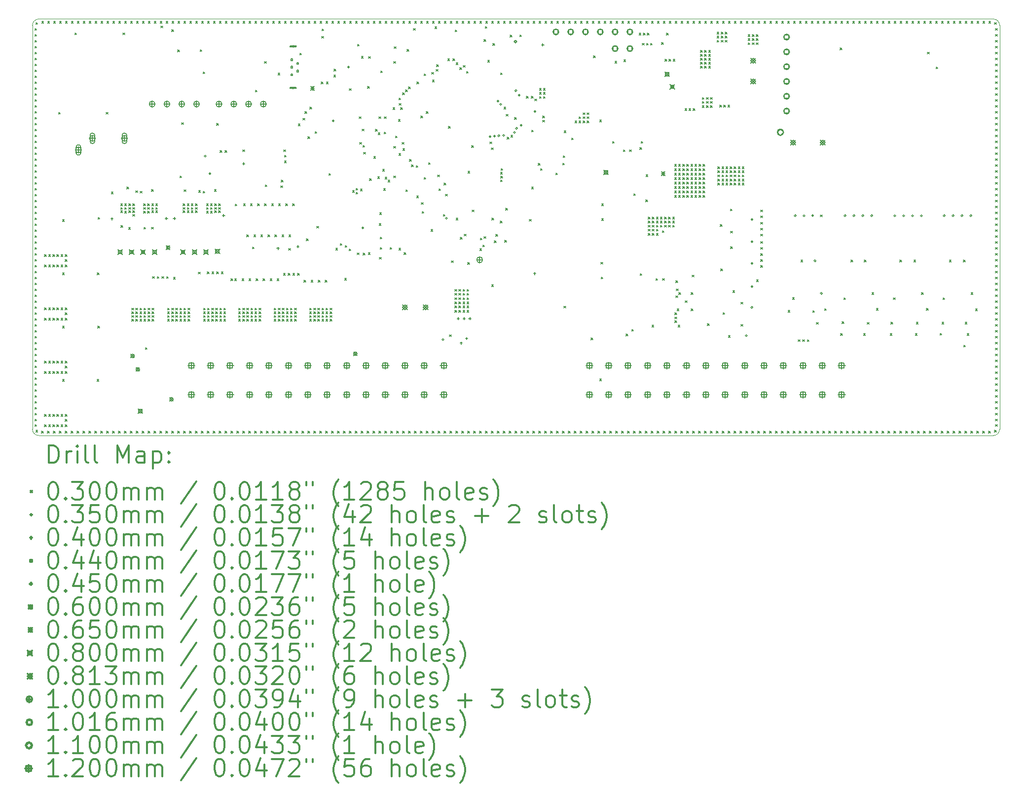
<source format=gbr>
%FSLAX45Y45*%
G04 Gerber Fmt 4.5, Leading zero omitted, Abs format (unit mm)*
G04 Created by KiCad (PCBNEW (5.1.10)-1) date 2021-08-17 11:35:51*
%MOMM*%
%LPD*%
G01*
G04 APERTURE LIST*
%TA.AperFunction,Profile*%
%ADD10C,0.050000*%
%TD*%
%ADD11C,0.200000*%
%ADD12C,0.300000*%
G04 APERTURE END LIST*
D10*
X6548535Y-7035360D02*
X6548535Y-13965360D01*
X6658535Y-14075360D02*
G75*
G02*
X6548535Y-13965360I0J110000D01*
G01*
X6658535Y-14075360D02*
X23041685Y-14075360D01*
X23151685Y-13965360D02*
G75*
G02*
X23041685Y-14075360I-110000J0D01*
G01*
X23151685Y-13965360D02*
X23151685Y-7035360D01*
X23041685Y-6925360D02*
G75*
G02*
X23151685Y-7035360I0J-110000D01*
G01*
X23041685Y-6925360D02*
X6658535Y-6925360D01*
X6548535Y-7035360D02*
G75*
G02*
X6658535Y-6925360I110000J0D01*
G01*
D11*
X6590685Y-7088060D02*
X6620685Y-7118060D01*
X6620685Y-7088060D02*
X6590685Y-7118060D01*
X6590685Y-7189660D02*
X6620685Y-7219660D01*
X6620685Y-7189660D02*
X6590685Y-7219660D01*
X6590685Y-7291260D02*
X6620685Y-7321260D01*
X6620685Y-7291260D02*
X6590685Y-7321260D01*
X6590685Y-7392860D02*
X6620685Y-7422860D01*
X6620685Y-7392860D02*
X6590685Y-7422860D01*
X6590685Y-7494460D02*
X6620685Y-7524460D01*
X6620685Y-7494460D02*
X6590685Y-7524460D01*
X6590685Y-7596060D02*
X6620685Y-7626060D01*
X6620685Y-7596060D02*
X6590685Y-7626060D01*
X6590685Y-7697660D02*
X6620685Y-7727660D01*
X6620685Y-7697660D02*
X6590685Y-7727660D01*
X6590685Y-7799260D02*
X6620685Y-7829260D01*
X6620685Y-7799260D02*
X6590685Y-7829260D01*
X6590685Y-7900860D02*
X6620685Y-7930860D01*
X6620685Y-7900860D02*
X6590685Y-7930860D01*
X6590685Y-8002460D02*
X6620685Y-8032460D01*
X6620685Y-8002460D02*
X6590685Y-8032460D01*
X6590685Y-8104060D02*
X6620685Y-8134060D01*
X6620685Y-8104060D02*
X6590685Y-8134060D01*
X6590685Y-8205660D02*
X6620685Y-8235660D01*
X6620685Y-8205660D02*
X6590685Y-8235660D01*
X6590685Y-8307260D02*
X6620685Y-8337260D01*
X6620685Y-8307260D02*
X6590685Y-8337260D01*
X6590685Y-8408860D02*
X6620685Y-8438860D01*
X6620685Y-8408860D02*
X6590685Y-8438860D01*
X6590685Y-8510460D02*
X6620685Y-8540460D01*
X6620685Y-8510460D02*
X6590685Y-8540460D01*
X6590685Y-8612060D02*
X6620685Y-8642060D01*
X6620685Y-8612060D02*
X6590685Y-8642060D01*
X6590685Y-8713660D02*
X6620685Y-8743660D01*
X6620685Y-8713660D02*
X6590685Y-8743660D01*
X6590685Y-8815260D02*
X6620685Y-8845260D01*
X6620685Y-8815260D02*
X6590685Y-8845260D01*
X6590685Y-8916860D02*
X6620685Y-8946860D01*
X6620685Y-8916860D02*
X6590685Y-8946860D01*
X6590685Y-9018460D02*
X6620685Y-9048460D01*
X6620685Y-9018460D02*
X6590685Y-9048460D01*
X6590685Y-9120060D02*
X6620685Y-9150060D01*
X6620685Y-9120060D02*
X6590685Y-9150060D01*
X6590685Y-9221660D02*
X6620685Y-9251660D01*
X6620685Y-9221660D02*
X6590685Y-9251660D01*
X6590685Y-9323260D02*
X6620685Y-9353260D01*
X6620685Y-9323260D02*
X6590685Y-9353260D01*
X6590685Y-9424860D02*
X6620685Y-9454860D01*
X6620685Y-9424860D02*
X6590685Y-9454860D01*
X6590685Y-9526460D02*
X6620685Y-9556460D01*
X6620685Y-9526460D02*
X6590685Y-9556460D01*
X6590685Y-9628060D02*
X6620685Y-9658060D01*
X6620685Y-9628060D02*
X6590685Y-9658060D01*
X6590685Y-9729660D02*
X6620685Y-9759660D01*
X6620685Y-9729660D02*
X6590685Y-9759660D01*
X6590685Y-9831260D02*
X6620685Y-9861260D01*
X6620685Y-9831260D02*
X6590685Y-9861260D01*
X6590685Y-9932860D02*
X6620685Y-9962860D01*
X6620685Y-9932860D02*
X6590685Y-9962860D01*
X6590685Y-10034460D02*
X6620685Y-10064460D01*
X6620685Y-10034460D02*
X6590685Y-10064460D01*
X6590685Y-10136060D02*
X6620685Y-10166060D01*
X6620685Y-10136060D02*
X6590685Y-10166060D01*
X6590685Y-10237660D02*
X6620685Y-10267660D01*
X6620685Y-10237660D02*
X6590685Y-10267660D01*
X6590685Y-10339260D02*
X6620685Y-10369260D01*
X6620685Y-10339260D02*
X6590685Y-10369260D01*
X6590685Y-10440860D02*
X6620685Y-10470860D01*
X6620685Y-10440860D02*
X6590685Y-10470860D01*
X6590685Y-10542460D02*
X6620685Y-10572460D01*
X6620685Y-10542460D02*
X6590685Y-10572460D01*
X6590685Y-10644060D02*
X6620685Y-10674060D01*
X6620685Y-10644060D02*
X6590685Y-10674060D01*
X6590685Y-10745660D02*
X6620685Y-10775660D01*
X6620685Y-10745660D02*
X6590685Y-10775660D01*
X6590685Y-10847260D02*
X6620685Y-10877260D01*
X6620685Y-10847260D02*
X6590685Y-10877260D01*
X6590685Y-10948860D02*
X6620685Y-10978860D01*
X6620685Y-10948860D02*
X6590685Y-10978860D01*
X6590685Y-11050460D02*
X6620685Y-11080460D01*
X6620685Y-11050460D02*
X6590685Y-11080460D01*
X6590685Y-11152060D02*
X6620685Y-11182060D01*
X6620685Y-11152060D02*
X6590685Y-11182060D01*
X6590685Y-11253660D02*
X6620685Y-11283660D01*
X6620685Y-11253660D02*
X6590685Y-11283660D01*
X6590685Y-11355260D02*
X6620685Y-11385260D01*
X6620685Y-11355260D02*
X6590685Y-11385260D01*
X6590685Y-11456860D02*
X6620685Y-11486860D01*
X6620685Y-11456860D02*
X6590685Y-11486860D01*
X6590685Y-11558460D02*
X6620685Y-11588460D01*
X6620685Y-11558460D02*
X6590685Y-11588460D01*
X6590685Y-11660060D02*
X6620685Y-11690060D01*
X6620685Y-11660060D02*
X6590685Y-11690060D01*
X6590685Y-11761660D02*
X6620685Y-11791660D01*
X6620685Y-11761660D02*
X6590685Y-11791660D01*
X6590685Y-11863260D02*
X6620685Y-11893260D01*
X6620685Y-11863260D02*
X6590685Y-11893260D01*
X6590685Y-11964860D02*
X6620685Y-11994860D01*
X6620685Y-11964860D02*
X6590685Y-11994860D01*
X6590685Y-12066460D02*
X6620685Y-12096460D01*
X6620685Y-12066460D02*
X6590685Y-12096460D01*
X6590685Y-12168060D02*
X6620685Y-12198060D01*
X6620685Y-12168060D02*
X6590685Y-12198060D01*
X6590685Y-12269660D02*
X6620685Y-12299660D01*
X6620685Y-12269660D02*
X6590685Y-12299660D01*
X6590685Y-12371260D02*
X6620685Y-12401260D01*
X6620685Y-12371260D02*
X6590685Y-12401260D01*
X6590685Y-12472860D02*
X6620685Y-12502860D01*
X6620685Y-12472860D02*
X6590685Y-12502860D01*
X6590685Y-12574460D02*
X6620685Y-12604460D01*
X6620685Y-12574460D02*
X6590685Y-12604460D01*
X6590685Y-12676060D02*
X6620685Y-12706060D01*
X6620685Y-12676060D02*
X6590685Y-12706060D01*
X6590685Y-12777660D02*
X6620685Y-12807660D01*
X6620685Y-12777660D02*
X6590685Y-12807660D01*
X6590685Y-12879260D02*
X6620685Y-12909260D01*
X6620685Y-12879260D02*
X6590685Y-12909260D01*
X6590685Y-12980860D02*
X6620685Y-13010860D01*
X6620685Y-12980860D02*
X6590685Y-13010860D01*
X6590685Y-13082460D02*
X6620685Y-13112460D01*
X6620685Y-13082460D02*
X6590685Y-13112460D01*
X6590685Y-13184060D02*
X6620685Y-13214060D01*
X6620685Y-13184060D02*
X6590685Y-13214060D01*
X6590685Y-13285660D02*
X6620685Y-13315660D01*
X6620685Y-13285660D02*
X6590685Y-13315660D01*
X6590685Y-13387260D02*
X6620685Y-13417260D01*
X6620685Y-13387260D02*
X6590685Y-13417260D01*
X6590685Y-13488860D02*
X6620685Y-13518860D01*
X6620685Y-13488860D02*
X6590685Y-13518860D01*
X6590685Y-13590460D02*
X6620685Y-13620460D01*
X6620685Y-13590460D02*
X6590685Y-13620460D01*
X6590685Y-13692060D02*
X6620685Y-13722060D01*
X6620685Y-13692060D02*
X6590685Y-13722060D01*
X6590685Y-13793660D02*
X6620685Y-13823660D01*
X6620685Y-13793660D02*
X6590685Y-13823660D01*
X6590685Y-13888910D02*
X6620685Y-13918910D01*
X6620685Y-13888910D02*
X6590685Y-13918910D01*
X6609735Y-6986460D02*
X6639735Y-7016460D01*
X6639735Y-6986460D02*
X6609735Y-7016460D01*
X6609735Y-13984160D02*
X6639735Y-14014160D01*
X6639735Y-13984160D02*
X6609735Y-14014160D01*
X6704985Y-14003210D02*
X6734985Y-14033210D01*
X6734985Y-14003210D02*
X6704985Y-14033210D01*
X6711335Y-6967410D02*
X6741335Y-6997410D01*
X6741335Y-6967410D02*
X6711335Y-6997410D01*
X6756640Y-10969230D02*
X6786640Y-10999230D01*
X6786640Y-10969230D02*
X6756640Y-10999230D01*
X6756640Y-11145760D02*
X6786640Y-11175760D01*
X6786640Y-11145760D02*
X6756640Y-11175760D01*
X6756640Y-11883630D02*
X6786640Y-11913630D01*
X6786640Y-11883630D02*
X6756640Y-11913630D01*
X6756640Y-12060160D02*
X6786640Y-12090160D01*
X6786640Y-12060160D02*
X6756640Y-12090160D01*
X6756640Y-12798030D02*
X6786640Y-12828030D01*
X6786640Y-12798030D02*
X6756640Y-12828030D01*
X6756640Y-12974560D02*
X6786640Y-13004560D01*
X6786640Y-12974560D02*
X6756640Y-13004560D01*
X6756640Y-13712430D02*
X6786640Y-13742430D01*
X6786640Y-13712430D02*
X6756640Y-13742430D01*
X6756640Y-13888960D02*
X6786640Y-13918960D01*
X6786640Y-13888960D02*
X6756640Y-13918960D01*
X6806585Y-14003210D02*
X6836585Y-14033210D01*
X6836585Y-14003210D02*
X6806585Y-14033210D01*
X6812935Y-6967410D02*
X6842935Y-6997410D01*
X6842935Y-6967410D02*
X6812935Y-6997410D01*
X6827760Y-10969230D02*
X6857760Y-10999230D01*
X6857760Y-10969230D02*
X6827760Y-10999230D01*
X6827760Y-11145760D02*
X6857760Y-11175760D01*
X6857760Y-11145760D02*
X6827760Y-11175760D01*
X6827760Y-11883630D02*
X6857760Y-11913630D01*
X6857760Y-11883630D02*
X6827760Y-11913630D01*
X6827760Y-12060160D02*
X6857760Y-12090160D01*
X6857760Y-12060160D02*
X6827760Y-12090160D01*
X6827760Y-12798030D02*
X6857760Y-12828030D01*
X6857760Y-12798030D02*
X6827760Y-12828030D01*
X6827760Y-12974560D02*
X6857760Y-13004560D01*
X6857760Y-12974560D02*
X6827760Y-13004560D01*
X6827760Y-13712430D02*
X6857760Y-13742430D01*
X6857760Y-13712430D02*
X6827760Y-13742430D01*
X6827760Y-13888960D02*
X6857760Y-13918960D01*
X6857760Y-13888960D02*
X6827760Y-13918960D01*
X6898880Y-10969230D02*
X6928880Y-10999230D01*
X6928880Y-10969230D02*
X6898880Y-10999230D01*
X6898880Y-11145760D02*
X6928880Y-11175760D01*
X6928880Y-11145760D02*
X6898880Y-11175760D01*
X6898880Y-11883630D02*
X6928880Y-11913630D01*
X6928880Y-11883630D02*
X6898880Y-11913630D01*
X6898880Y-12060160D02*
X6928880Y-12090160D01*
X6928880Y-12060160D02*
X6898880Y-12090160D01*
X6898880Y-12798030D02*
X6928880Y-12828030D01*
X6928880Y-12798030D02*
X6898880Y-12828030D01*
X6898880Y-12974560D02*
X6928880Y-13004560D01*
X6928880Y-12974560D02*
X6898880Y-13004560D01*
X6898880Y-13712430D02*
X6928880Y-13742430D01*
X6928880Y-13712430D02*
X6898880Y-13742430D01*
X6898880Y-13888960D02*
X6928880Y-13918960D01*
X6928880Y-13888960D02*
X6898880Y-13918960D01*
X6908185Y-14003210D02*
X6938185Y-14033210D01*
X6938185Y-14003210D02*
X6908185Y-14033210D01*
X6914535Y-6967410D02*
X6944535Y-6997410D01*
X6944535Y-6967410D02*
X6914535Y-6997410D01*
X6970000Y-10969230D02*
X7000000Y-10999230D01*
X7000000Y-10969230D02*
X6970000Y-10999230D01*
X6970000Y-11145760D02*
X7000000Y-11175760D01*
X7000000Y-11145760D02*
X6970000Y-11175760D01*
X6970000Y-11883630D02*
X7000000Y-11913630D01*
X7000000Y-11883630D02*
X6970000Y-11913630D01*
X6970000Y-12060160D02*
X7000000Y-12090160D01*
X7000000Y-12060160D02*
X6970000Y-12090160D01*
X6970000Y-12798030D02*
X7000000Y-12828030D01*
X7000000Y-12798030D02*
X6970000Y-12828030D01*
X6970000Y-12974560D02*
X7000000Y-13004560D01*
X7000000Y-12974560D02*
X6970000Y-13004560D01*
X6970000Y-13712430D02*
X7000000Y-13742430D01*
X7000000Y-13712430D02*
X6970000Y-13742430D01*
X6970000Y-13888960D02*
X7000000Y-13918960D01*
X7000000Y-13888960D02*
X6970000Y-13918960D01*
X6997085Y-8529510D02*
X7027085Y-8559510D01*
X7027085Y-8529510D02*
X6997085Y-8559510D01*
X7009785Y-14003210D02*
X7039785Y-14033210D01*
X7039785Y-14003210D02*
X7009785Y-14033210D01*
X7016135Y-6967410D02*
X7046135Y-6997410D01*
X7046135Y-6967410D02*
X7016135Y-6997410D01*
X7041120Y-10969230D02*
X7071120Y-10999230D01*
X7071120Y-10969230D02*
X7041120Y-10999230D01*
X7041120Y-11145760D02*
X7071120Y-11175760D01*
X7071120Y-11145760D02*
X7041120Y-11175760D01*
X7041120Y-11883630D02*
X7071120Y-11913630D01*
X7071120Y-11883630D02*
X7041120Y-11913630D01*
X7041120Y-12060160D02*
X7071120Y-12090160D01*
X7071120Y-12060160D02*
X7041120Y-12090160D01*
X7041120Y-12798030D02*
X7071120Y-12828030D01*
X7071120Y-12798030D02*
X7041120Y-12828030D01*
X7041120Y-12974560D02*
X7071120Y-13004560D01*
X7071120Y-12974560D02*
X7041120Y-13004560D01*
X7041120Y-13712430D02*
X7071120Y-13742430D01*
X7071120Y-13712430D02*
X7041120Y-13742430D01*
X7041120Y-13888960D02*
X7071120Y-13918960D01*
X7071120Y-13888960D02*
X7041120Y-13918960D01*
X7066935Y-10371010D02*
X7096935Y-10401010D01*
X7096935Y-10371010D02*
X7066935Y-10401010D01*
X7066935Y-11285410D02*
X7096935Y-11315410D01*
X7096935Y-11285410D02*
X7066935Y-11315410D01*
X7066935Y-12199810D02*
X7096935Y-12229810D01*
X7096935Y-12199810D02*
X7066935Y-12229810D01*
X7066935Y-13114210D02*
X7096935Y-13144210D01*
X7096935Y-13114210D02*
X7066935Y-13144210D01*
X7111385Y-14003210D02*
X7141385Y-14033210D01*
X7141385Y-14003210D02*
X7111385Y-14033210D01*
X7112240Y-10969230D02*
X7142240Y-10999230D01*
X7142240Y-10969230D02*
X7112240Y-10999230D01*
X7112240Y-11054320D02*
X7142240Y-11084320D01*
X7142240Y-11054320D02*
X7112240Y-11084320D01*
X7112240Y-11145760D02*
X7142240Y-11175760D01*
X7142240Y-11145760D02*
X7112240Y-11175760D01*
X7112240Y-11883630D02*
X7142240Y-11913630D01*
X7142240Y-11883630D02*
X7112240Y-11913630D01*
X7112240Y-11968720D02*
X7142240Y-11998720D01*
X7142240Y-11968720D02*
X7112240Y-11998720D01*
X7112240Y-12060160D02*
X7142240Y-12090160D01*
X7142240Y-12060160D02*
X7112240Y-12090160D01*
X7112240Y-12798030D02*
X7142240Y-12828030D01*
X7142240Y-12798030D02*
X7112240Y-12828030D01*
X7112240Y-12883120D02*
X7142240Y-12913120D01*
X7142240Y-12883120D02*
X7112240Y-12913120D01*
X7112240Y-12974560D02*
X7142240Y-13004560D01*
X7142240Y-12974560D02*
X7112240Y-13004560D01*
X7112240Y-13712430D02*
X7142240Y-13742430D01*
X7142240Y-13712430D02*
X7112240Y-13742430D01*
X7112240Y-13797520D02*
X7142240Y-13827520D01*
X7142240Y-13797520D02*
X7112240Y-13827520D01*
X7112240Y-13888960D02*
X7142240Y-13918960D01*
X7142240Y-13888960D02*
X7112240Y-13918960D01*
X7117735Y-6967410D02*
X7147735Y-6997410D01*
X7147735Y-6967410D02*
X7117735Y-6997410D01*
X7212985Y-14003210D02*
X7242985Y-14033210D01*
X7242985Y-14003210D02*
X7212985Y-14033210D01*
X7219335Y-6967410D02*
X7249335Y-6997410D01*
X7249335Y-6967410D02*
X7219335Y-6997410D01*
X7276485Y-7164260D02*
X7306485Y-7194260D01*
X7306485Y-7164260D02*
X7276485Y-7194260D01*
X7314585Y-14003210D02*
X7344585Y-14033210D01*
X7344585Y-14003210D02*
X7314585Y-14033210D01*
X7320935Y-6967410D02*
X7350935Y-6997410D01*
X7350935Y-6967410D02*
X7320935Y-6997410D01*
X7416185Y-14003210D02*
X7446185Y-14033210D01*
X7446185Y-14003210D02*
X7416185Y-14033210D01*
X7422535Y-6967410D02*
X7452535Y-6997410D01*
X7452535Y-6967410D02*
X7422535Y-6997410D01*
X7517785Y-14003210D02*
X7547785Y-14033210D01*
X7547785Y-14003210D02*
X7517785Y-14033210D01*
X7524135Y-6967410D02*
X7554135Y-6997410D01*
X7554135Y-6967410D02*
X7524135Y-6997410D01*
X7619385Y-14003210D02*
X7649385Y-14033210D01*
X7649385Y-14003210D02*
X7619385Y-14033210D01*
X7625735Y-6967410D02*
X7655735Y-6997410D01*
X7655735Y-6967410D02*
X7625735Y-6997410D01*
X7657485Y-13114210D02*
X7687485Y-13144210D01*
X7687485Y-13114210D02*
X7657485Y-13144210D01*
X7663835Y-11285410D02*
X7693835Y-11315410D01*
X7693835Y-11285410D02*
X7663835Y-11315410D01*
X7670185Y-12199810D02*
X7700185Y-12229810D01*
X7700185Y-12199810D02*
X7670185Y-12229810D01*
X7676535Y-10332910D02*
X7706535Y-10362910D01*
X7706535Y-10332910D02*
X7676535Y-10362910D01*
X7720985Y-14003210D02*
X7750985Y-14033210D01*
X7750985Y-14003210D02*
X7720985Y-14033210D01*
X7727335Y-6967410D02*
X7757335Y-6997410D01*
X7757335Y-6967410D02*
X7727335Y-6997410D01*
X7816235Y-8529510D02*
X7846235Y-8559510D01*
X7846235Y-8529510D02*
X7816235Y-8559510D01*
X7822585Y-14003210D02*
X7852585Y-14033210D01*
X7852585Y-14003210D02*
X7822585Y-14033210D01*
X7828935Y-6967410D02*
X7858935Y-6997410D01*
X7858935Y-6967410D02*
X7828935Y-6997410D01*
X7905135Y-9894760D02*
X7935135Y-9924760D01*
X7935135Y-9894760D02*
X7905135Y-9924760D01*
X7924185Y-14003210D02*
X7954185Y-14033210D01*
X7954185Y-14003210D02*
X7924185Y-14033210D01*
X7930535Y-6967410D02*
X7960535Y-6997410D01*
X7960535Y-6967410D02*
X7930535Y-6997410D01*
X8025785Y-14003210D02*
X8055785Y-14033210D01*
X8055785Y-14003210D02*
X8025785Y-14033210D01*
X8032135Y-6967410D02*
X8062135Y-6997410D01*
X8062135Y-6967410D02*
X8032135Y-6997410D01*
X8063885Y-10097960D02*
X8093885Y-10127960D01*
X8093885Y-10097960D02*
X8063885Y-10127960D01*
X8063885Y-10161460D02*
X8093885Y-10191460D01*
X8093885Y-10161460D02*
X8063885Y-10191460D01*
X8063885Y-10218610D02*
X8093885Y-10248610D01*
X8093885Y-10218610D02*
X8063885Y-10248610D01*
X8067985Y-10472550D02*
X8097985Y-10502550D01*
X8097985Y-10472550D02*
X8067985Y-10502550D01*
X8101985Y-7164260D02*
X8131985Y-7194260D01*
X8131985Y-7164260D02*
X8101985Y-7194260D01*
X8127385Y-14003210D02*
X8157385Y-14033210D01*
X8157385Y-14003210D02*
X8127385Y-14033210D01*
X8133735Y-6967410D02*
X8163735Y-6997410D01*
X8163735Y-6967410D02*
X8133735Y-6997410D01*
X8133735Y-10097960D02*
X8163735Y-10127960D01*
X8163735Y-10097960D02*
X8133735Y-10127960D01*
X8133735Y-10161460D02*
X8163735Y-10191460D01*
X8163735Y-10161460D02*
X8133735Y-10191460D01*
X8133735Y-10224960D02*
X8163735Y-10254960D01*
X8163735Y-10224960D02*
X8133735Y-10254960D01*
X8171835Y-9812210D02*
X8201835Y-9842210D01*
X8201835Y-9812210D02*
X8171835Y-9842210D01*
X8197985Y-10504300D02*
X8227985Y-10534300D01*
X8227985Y-10504300D02*
X8197985Y-10534300D01*
X8203585Y-10097960D02*
X8233585Y-10127960D01*
X8233585Y-10097960D02*
X8203585Y-10127960D01*
X8203585Y-10161460D02*
X8233585Y-10191460D01*
X8233585Y-10161460D02*
X8203585Y-10191460D01*
X8203585Y-10218610D02*
X8233585Y-10248610D01*
X8233585Y-10218610D02*
X8203585Y-10248610D01*
X8228985Y-14003210D02*
X8258985Y-14033210D01*
X8258985Y-14003210D02*
X8228985Y-14033210D01*
X8235335Y-6967410D02*
X8265335Y-6997410D01*
X8265335Y-6967410D02*
X8235335Y-6997410D01*
X8254385Y-11888660D02*
X8284385Y-11918660D01*
X8284385Y-11888660D02*
X8254385Y-11918660D01*
X8254385Y-11952160D02*
X8284385Y-11982160D01*
X8284385Y-11952160D02*
X8254385Y-11982160D01*
X8254385Y-12015660D02*
X8284385Y-12045660D01*
X8284385Y-12015660D02*
X8254385Y-12045660D01*
X8254385Y-12079160D02*
X8284385Y-12109160D01*
X8284385Y-12079160D02*
X8254385Y-12109160D01*
X8273435Y-10097960D02*
X8303435Y-10127960D01*
X8303435Y-10097960D02*
X8273435Y-10127960D01*
X8273435Y-10161460D02*
X8303435Y-10191460D01*
X8303435Y-10161460D02*
X8273435Y-10191460D01*
X8273435Y-10218610D02*
X8303435Y-10248610D01*
X8303435Y-10218610D02*
X8273435Y-10248610D01*
X8273435Y-10282110D02*
X8303435Y-10312110D01*
X8303435Y-10282110D02*
X8273435Y-10312110D01*
X8322296Y-9872204D02*
X8352296Y-9902204D01*
X8352296Y-9872204D02*
X8322296Y-9902204D01*
X8324235Y-11888660D02*
X8354235Y-11918660D01*
X8354235Y-11888660D02*
X8324235Y-11918660D01*
X8324235Y-11952160D02*
X8354235Y-11982160D01*
X8354235Y-11952160D02*
X8324235Y-11982160D01*
X8324235Y-12015660D02*
X8354235Y-12045660D01*
X8354235Y-12015660D02*
X8324235Y-12045660D01*
X8324235Y-12079160D02*
X8354235Y-12109160D01*
X8354235Y-12079160D02*
X8324235Y-12109160D01*
X8330585Y-14003210D02*
X8360585Y-14033210D01*
X8360585Y-14003210D02*
X8330585Y-14033210D01*
X8336935Y-6967410D02*
X8366935Y-6997410D01*
X8366935Y-6967410D02*
X8336935Y-6997410D01*
X8394085Y-11888660D02*
X8424085Y-11918660D01*
X8424085Y-11888660D02*
X8394085Y-11918660D01*
X8394085Y-11952160D02*
X8424085Y-11982160D01*
X8424085Y-11952160D02*
X8394085Y-11982160D01*
X8394085Y-12015660D02*
X8424085Y-12045660D01*
X8424085Y-12015660D02*
X8394085Y-12045660D01*
X8394085Y-12079160D02*
X8424085Y-12109160D01*
X8424085Y-12079160D02*
X8394085Y-12109160D01*
X8400435Y-9882060D02*
X8430435Y-9912060D01*
X8430435Y-9882060D02*
X8400435Y-9912060D01*
X8432185Y-14003210D02*
X8462185Y-14033210D01*
X8462185Y-14003210D02*
X8432185Y-14033210D01*
X8438535Y-6967410D02*
X8468535Y-6997410D01*
X8468535Y-6967410D02*
X8438535Y-6997410D01*
X8457585Y-10097960D02*
X8487585Y-10127960D01*
X8487585Y-10097960D02*
X8457585Y-10127960D01*
X8457585Y-10161460D02*
X8487585Y-10191460D01*
X8487585Y-10161460D02*
X8457585Y-10191460D01*
X8457585Y-10224960D02*
X8487585Y-10254960D01*
X8487585Y-10224960D02*
X8457585Y-10254960D01*
X8461685Y-10498960D02*
X8491685Y-10528960D01*
X8491685Y-10498960D02*
X8461685Y-10528960D01*
X8463935Y-11888660D02*
X8493935Y-11918660D01*
X8493935Y-11888660D02*
X8463935Y-11918660D01*
X8463935Y-11952160D02*
X8493935Y-11982160D01*
X8493935Y-11952160D02*
X8463935Y-11982160D01*
X8463935Y-12015660D02*
X8493935Y-12045660D01*
X8493935Y-12015660D02*
X8463935Y-12045660D01*
X8463935Y-12079160D02*
X8493935Y-12109160D01*
X8493935Y-12079160D02*
X8463935Y-12109160D01*
X8489335Y-12568110D02*
X8519335Y-12598110D01*
X8519335Y-12568110D02*
X8489335Y-12598110D01*
X8527435Y-10097960D02*
X8557435Y-10127960D01*
X8557435Y-10097960D02*
X8527435Y-10127960D01*
X8527435Y-10161460D02*
X8557435Y-10191460D01*
X8557435Y-10161460D02*
X8527435Y-10191460D01*
X8527435Y-10224960D02*
X8557435Y-10254960D01*
X8557435Y-10224960D02*
X8527435Y-10254960D01*
X8533785Y-11888660D02*
X8563785Y-11918660D01*
X8563785Y-11888660D02*
X8533785Y-11918660D01*
X8533785Y-11952160D02*
X8563785Y-11982160D01*
X8563785Y-11952160D02*
X8533785Y-11982160D01*
X8533785Y-12015660D02*
X8563785Y-12045660D01*
X8563785Y-12015660D02*
X8533785Y-12045660D01*
X8533785Y-12079160D02*
X8563785Y-12109160D01*
X8563785Y-12079160D02*
X8533785Y-12109160D01*
X8533785Y-14003210D02*
X8563785Y-14033210D01*
X8563785Y-14003210D02*
X8533785Y-14033210D01*
X8540135Y-6967410D02*
X8570135Y-6997410D01*
X8570135Y-6967410D02*
X8540135Y-6997410D01*
X8591685Y-9851060D02*
X8621685Y-9881060D01*
X8621685Y-9851060D02*
X8591685Y-9881060D01*
X8591685Y-10498960D02*
X8621685Y-10528960D01*
X8621685Y-10498960D02*
X8591685Y-10528960D01*
X8597285Y-10097960D02*
X8627285Y-10127960D01*
X8627285Y-10097960D02*
X8597285Y-10127960D01*
X8597285Y-10161460D02*
X8627285Y-10191460D01*
X8627285Y-10161460D02*
X8597285Y-10191460D01*
X8597285Y-10218610D02*
X8627285Y-10248610D01*
X8627285Y-10218610D02*
X8597285Y-10248610D01*
X8603635Y-11888660D02*
X8633635Y-11918660D01*
X8633635Y-11888660D02*
X8603635Y-11918660D01*
X8603635Y-11952160D02*
X8633635Y-11982160D01*
X8633635Y-11952160D02*
X8603635Y-11982160D01*
X8603635Y-12015660D02*
X8633635Y-12045660D01*
X8633635Y-12015660D02*
X8603635Y-12045660D01*
X8603635Y-12079160D02*
X8633635Y-12109160D01*
X8633635Y-12079160D02*
X8603635Y-12109160D01*
X8610635Y-11348910D02*
X8640635Y-11378910D01*
X8640635Y-11348910D02*
X8610635Y-11378910D01*
X8635385Y-14003210D02*
X8665385Y-14033210D01*
X8665385Y-14003210D02*
X8635385Y-14033210D01*
X8641735Y-6967410D02*
X8671735Y-6997410D01*
X8671735Y-6967410D02*
X8641735Y-6997410D01*
X8667135Y-10097960D02*
X8697135Y-10127960D01*
X8697135Y-10097960D02*
X8667135Y-10127960D01*
X8667135Y-10161460D02*
X8697135Y-10191460D01*
X8697135Y-10161460D02*
X8667135Y-10191460D01*
X8667135Y-10218610D02*
X8697135Y-10248610D01*
X8697135Y-10218610D02*
X8667135Y-10248610D01*
X8690635Y-11348910D02*
X8720635Y-11378910D01*
X8720635Y-11348910D02*
X8690635Y-11378910D01*
X8736985Y-14003210D02*
X8766985Y-14033210D01*
X8766985Y-14003210D02*
X8736985Y-14033210D01*
X8743335Y-6967410D02*
X8773335Y-6997410D01*
X8773335Y-6967410D02*
X8743335Y-6997410D01*
X8753330Y-7046200D02*
X8783330Y-7076200D01*
X8783330Y-7046200D02*
X8753330Y-7076200D01*
X8770635Y-11348910D02*
X8800635Y-11378910D01*
X8800635Y-11348910D02*
X8770635Y-11378910D01*
X8838585Y-14003210D02*
X8868585Y-14033210D01*
X8868585Y-14003210D02*
X8838585Y-14033210D01*
X8844935Y-6967410D02*
X8874935Y-6997410D01*
X8874935Y-6967410D02*
X8844935Y-6997410D01*
X8850635Y-11348910D02*
X8880635Y-11378910D01*
X8880635Y-11348910D02*
X8850635Y-11378910D01*
X8870335Y-11888660D02*
X8900335Y-11918660D01*
X8900335Y-11888660D02*
X8870335Y-11918660D01*
X8870335Y-11952160D02*
X8900335Y-11982160D01*
X8900335Y-11952160D02*
X8870335Y-11982160D01*
X8870335Y-12015660D02*
X8900335Y-12045660D01*
X8900335Y-12015660D02*
X8870335Y-12045660D01*
X8870335Y-12079160D02*
X8900335Y-12109160D01*
X8900335Y-12079160D02*
X8870335Y-12109160D01*
X8940185Y-11888660D02*
X8970185Y-11918660D01*
X8970185Y-11888660D02*
X8940185Y-11918660D01*
X8940185Y-11952160D02*
X8970185Y-11982160D01*
X8970185Y-11952160D02*
X8940185Y-11982160D01*
X8940185Y-12015660D02*
X8970185Y-12045660D01*
X8970185Y-12015660D02*
X8940185Y-12045660D01*
X8940185Y-12079160D02*
X8970185Y-12109160D01*
X8970185Y-12079160D02*
X8940185Y-12109160D01*
X8940185Y-14003210D02*
X8970185Y-14033210D01*
X8970185Y-14003210D02*
X8940185Y-14033210D01*
X8941040Y-7109700D02*
X8971040Y-7139700D01*
X8971040Y-7109700D02*
X8941040Y-7139700D01*
X8946535Y-6967410D02*
X8976535Y-6997410D01*
X8976535Y-6967410D02*
X8946535Y-6997410D01*
X8971935Y-11361610D02*
X9001935Y-11391610D01*
X9001935Y-11361610D02*
X8971935Y-11391610D01*
X9010035Y-11888660D02*
X9040035Y-11918660D01*
X9040035Y-11888660D02*
X9010035Y-11918660D01*
X9010035Y-11952160D02*
X9040035Y-11982160D01*
X9040035Y-11952160D02*
X9010035Y-11982160D01*
X9010035Y-12015660D02*
X9040035Y-12045660D01*
X9040035Y-12015660D02*
X9010035Y-12045660D01*
X9010035Y-12079160D02*
X9040035Y-12109160D01*
X9040035Y-12079160D02*
X9010035Y-12109160D01*
X9041785Y-14003210D02*
X9071785Y-14033210D01*
X9071785Y-14003210D02*
X9041785Y-14033210D01*
X9043910Y-7455140D02*
X9073910Y-7485140D01*
X9073910Y-7455140D02*
X9043910Y-7485140D01*
X9048135Y-6967410D02*
X9078135Y-6997410D01*
X9078135Y-6967410D02*
X9048135Y-6997410D01*
X9079885Y-9621710D02*
X9109885Y-9651710D01*
X9109885Y-9621710D02*
X9079885Y-9651710D01*
X9079885Y-11888660D02*
X9109885Y-11918660D01*
X9109885Y-11888660D02*
X9079885Y-11918660D01*
X9079885Y-11952160D02*
X9109885Y-11982160D01*
X9109885Y-11952160D02*
X9079885Y-11982160D01*
X9079885Y-12015660D02*
X9109885Y-12045660D01*
X9109885Y-12015660D02*
X9079885Y-12045660D01*
X9079885Y-12079160D02*
X9109885Y-12109160D01*
X9109885Y-12079160D02*
X9079885Y-12109160D01*
X9111635Y-8707310D02*
X9141635Y-8737310D01*
X9141635Y-8707310D02*
X9111635Y-8737310D01*
X9137035Y-10097960D02*
X9167035Y-10127960D01*
X9167035Y-10097960D02*
X9137035Y-10127960D01*
X9137035Y-10161460D02*
X9167035Y-10191460D01*
X9167035Y-10161460D02*
X9137035Y-10191460D01*
X9137035Y-10218610D02*
X9167035Y-10248610D01*
X9167035Y-10218610D02*
X9137035Y-10248610D01*
X9143385Y-14003210D02*
X9173385Y-14033210D01*
X9173385Y-14003210D02*
X9143385Y-14033210D01*
X9149735Y-6967410D02*
X9179735Y-6997410D01*
X9179735Y-6967410D02*
X9149735Y-6997410D01*
X9149735Y-11888660D02*
X9179735Y-11918660D01*
X9179735Y-11888660D02*
X9149735Y-11918660D01*
X9149735Y-11952160D02*
X9179735Y-11982160D01*
X9179735Y-11952160D02*
X9149735Y-11982160D01*
X9149735Y-12015660D02*
X9179735Y-12045660D01*
X9179735Y-12015660D02*
X9149735Y-12045660D01*
X9149735Y-12079160D02*
X9179735Y-12109160D01*
X9179735Y-12079160D02*
X9149735Y-12109160D01*
X9150735Y-9855660D02*
X9180735Y-9885660D01*
X9180735Y-9855660D02*
X9150735Y-9885660D01*
X9206885Y-10097960D02*
X9236885Y-10127960D01*
X9236885Y-10097960D02*
X9206885Y-10127960D01*
X9206885Y-10161460D02*
X9236885Y-10191460D01*
X9236885Y-10161460D02*
X9206885Y-10191460D01*
X9206885Y-10218610D02*
X9236885Y-10248610D01*
X9236885Y-10218610D02*
X9206885Y-10248610D01*
X9219585Y-11888660D02*
X9249585Y-11918660D01*
X9249585Y-11888660D02*
X9219585Y-11918660D01*
X9219585Y-11952160D02*
X9249585Y-11982160D01*
X9249585Y-11952160D02*
X9219585Y-11982160D01*
X9219585Y-12015660D02*
X9249585Y-12045660D01*
X9249585Y-12015660D02*
X9219585Y-12045660D01*
X9219585Y-12079160D02*
X9249585Y-12109160D01*
X9249585Y-12079160D02*
X9219585Y-12109160D01*
X9244985Y-14003210D02*
X9274985Y-14033210D01*
X9274985Y-14003210D02*
X9244985Y-14033210D01*
X9251335Y-6967410D02*
X9281335Y-6997410D01*
X9281335Y-6967410D02*
X9251335Y-6997410D01*
X9276735Y-10097960D02*
X9306735Y-10127960D01*
X9306735Y-10097960D02*
X9276735Y-10127960D01*
X9276735Y-10161460D02*
X9306735Y-10191460D01*
X9306735Y-10161460D02*
X9276735Y-10191460D01*
X9276735Y-10218610D02*
X9306735Y-10248610D01*
X9306735Y-10218610D02*
X9276735Y-10248610D01*
X9346585Y-10097960D02*
X9376585Y-10127960D01*
X9376585Y-10097960D02*
X9346585Y-10127960D01*
X9346585Y-10161460D02*
X9376585Y-10191460D01*
X9376585Y-10161460D02*
X9346585Y-10191460D01*
X9346585Y-10218610D02*
X9376585Y-10248610D01*
X9376585Y-10218610D02*
X9346585Y-10248610D01*
X9346585Y-14003210D02*
X9376585Y-14033210D01*
X9376585Y-14003210D02*
X9346585Y-14033210D01*
X9352935Y-6967410D02*
X9382935Y-6997410D01*
X9382935Y-6967410D02*
X9352935Y-6997410D01*
X9397385Y-11272710D02*
X9427385Y-11302710D01*
X9427385Y-11272710D02*
X9397385Y-11302710D01*
X9402812Y-9869664D02*
X9432812Y-9899664D01*
X9432812Y-9869664D02*
X9402812Y-9899664D01*
X9427450Y-7452600D02*
X9457450Y-7482600D01*
X9457450Y-7452600D02*
X9427450Y-7482600D01*
X9448185Y-14003210D02*
X9478185Y-14033210D01*
X9478185Y-14003210D02*
X9448185Y-14033210D01*
X9454535Y-6967410D02*
X9484535Y-6997410D01*
X9484535Y-6967410D02*
X9454535Y-6997410D01*
X9479520Y-7833600D02*
X9509520Y-7863600D01*
X9509520Y-7833600D02*
X9479520Y-7863600D01*
X9479935Y-9882060D02*
X9509935Y-9912060D01*
X9509935Y-9882060D02*
X9479935Y-9912060D01*
X9486285Y-11888660D02*
X9516285Y-11918660D01*
X9516285Y-11888660D02*
X9486285Y-11918660D01*
X9486285Y-11952160D02*
X9516285Y-11982160D01*
X9516285Y-11952160D02*
X9486285Y-11982160D01*
X9486285Y-12015660D02*
X9516285Y-12045660D01*
X9516285Y-12015660D02*
X9486285Y-12045660D01*
X9486285Y-12079160D02*
X9516285Y-12109160D01*
X9516285Y-12079160D02*
X9486285Y-12109160D01*
X9537085Y-10097960D02*
X9567085Y-10127960D01*
X9567085Y-10097960D02*
X9537085Y-10127960D01*
X9537085Y-10161460D02*
X9567085Y-10191460D01*
X9567085Y-10161460D02*
X9537085Y-10191460D01*
X9537085Y-10224960D02*
X9567085Y-10254960D01*
X9567085Y-10224960D02*
X9537085Y-10254960D01*
X9549785Y-14003210D02*
X9579785Y-14033210D01*
X9579785Y-14003210D02*
X9549785Y-14033210D01*
X9550435Y-11266360D02*
X9580435Y-11296360D01*
X9580435Y-11266360D02*
X9550435Y-11296360D01*
X9556135Y-6967410D02*
X9586135Y-6997410D01*
X9586135Y-6967410D02*
X9556135Y-6997410D01*
X9556135Y-11888660D02*
X9586135Y-11918660D01*
X9586135Y-11888660D02*
X9556135Y-11918660D01*
X9556135Y-11952160D02*
X9586135Y-11982160D01*
X9586135Y-11952160D02*
X9556135Y-11982160D01*
X9556135Y-12015660D02*
X9586135Y-12045660D01*
X9586135Y-12015660D02*
X9556135Y-12045660D01*
X9556135Y-12079160D02*
X9586135Y-12109160D01*
X9586135Y-12079160D02*
X9556135Y-12109160D01*
X9606935Y-10097960D02*
X9636935Y-10127960D01*
X9636935Y-10097960D02*
X9606935Y-10127960D01*
X9606935Y-10161460D02*
X9636935Y-10191460D01*
X9636935Y-10161460D02*
X9606935Y-10191460D01*
X9606935Y-10224960D02*
X9636935Y-10254960D01*
X9636935Y-10224960D02*
X9606935Y-10254960D01*
X9625985Y-11888660D02*
X9655985Y-11918660D01*
X9655985Y-11888660D02*
X9625985Y-11918660D01*
X9625985Y-11952160D02*
X9655985Y-11982160D01*
X9655985Y-11952160D02*
X9625985Y-11982160D01*
X9625985Y-12015660D02*
X9655985Y-12045660D01*
X9655985Y-12015660D02*
X9625985Y-12045660D01*
X9625985Y-12079160D02*
X9655985Y-12109160D01*
X9655985Y-12079160D02*
X9625985Y-12109160D01*
X9630435Y-11266360D02*
X9660435Y-11296360D01*
X9660435Y-11266360D02*
X9630435Y-11296360D01*
X9651385Y-14003210D02*
X9681385Y-14033210D01*
X9681385Y-14003210D02*
X9651385Y-14033210D01*
X9657735Y-6967410D02*
X9687735Y-6997410D01*
X9687735Y-6967410D02*
X9657735Y-6997410D01*
X9671185Y-9851060D02*
X9701185Y-9881060D01*
X9701185Y-9851060D02*
X9671185Y-9881060D01*
X9676785Y-10097960D02*
X9706785Y-10127960D01*
X9706785Y-10097960D02*
X9676785Y-10127960D01*
X9676785Y-10161460D02*
X9706785Y-10191460D01*
X9706785Y-10161460D02*
X9676785Y-10191460D01*
X9676785Y-10218610D02*
X9706785Y-10248610D01*
X9706785Y-10218610D02*
X9676785Y-10248610D01*
X9695835Y-11888660D02*
X9725835Y-11918660D01*
X9725835Y-11888660D02*
X9695835Y-11918660D01*
X9695835Y-11952160D02*
X9725835Y-11982160D01*
X9725835Y-11952160D02*
X9695835Y-11982160D01*
X9695835Y-12015660D02*
X9725835Y-12045660D01*
X9725835Y-12015660D02*
X9695835Y-12045660D01*
X9695835Y-12079160D02*
X9725835Y-12109160D01*
X9725835Y-12079160D02*
X9695835Y-12109160D01*
X9710435Y-11266360D02*
X9740435Y-11296360D01*
X9740435Y-11266360D02*
X9710435Y-11296360D01*
X9710660Y-8717520D02*
X9740660Y-8747520D01*
X9740660Y-8717520D02*
X9710660Y-8747520D01*
X9746635Y-10097960D02*
X9776635Y-10127960D01*
X9776635Y-10097960D02*
X9746635Y-10127960D01*
X9746635Y-10161460D02*
X9776635Y-10191460D01*
X9776635Y-10161460D02*
X9746635Y-10191460D01*
X9746635Y-10218610D02*
X9776635Y-10248610D01*
X9776635Y-10218610D02*
X9746635Y-10248610D01*
X9752985Y-14003210D02*
X9782985Y-14033210D01*
X9782985Y-14003210D02*
X9752985Y-14033210D01*
X9759335Y-6967410D02*
X9789335Y-6997410D01*
X9789335Y-6967410D02*
X9759335Y-6997410D01*
X9765685Y-11888660D02*
X9795685Y-11918660D01*
X9795685Y-11888660D02*
X9765685Y-11918660D01*
X9765685Y-11952160D02*
X9795685Y-11982160D01*
X9795685Y-11952160D02*
X9765685Y-11982160D01*
X9765685Y-12015660D02*
X9795685Y-12045660D01*
X9795685Y-12015660D02*
X9765685Y-12045660D01*
X9765685Y-12079160D02*
X9795685Y-12109160D01*
X9795685Y-12079160D02*
X9765685Y-12109160D01*
X9772035Y-9183560D02*
X9802035Y-9213560D01*
X9802035Y-9183560D02*
X9772035Y-9213560D01*
X9790435Y-11266360D02*
X9820435Y-11296360D01*
X9820435Y-11266360D02*
X9790435Y-11296360D01*
X9835535Y-11888660D02*
X9865535Y-11918660D01*
X9865535Y-11888660D02*
X9835535Y-11918660D01*
X9835535Y-11952160D02*
X9865535Y-11982160D01*
X9865535Y-11952160D02*
X9835535Y-11982160D01*
X9835535Y-12015660D02*
X9865535Y-12045660D01*
X9865535Y-12015660D02*
X9835535Y-12045660D01*
X9835535Y-12079160D02*
X9865535Y-12109160D01*
X9865535Y-12079160D02*
X9835535Y-12109160D01*
X9854585Y-9183560D02*
X9884585Y-9213560D01*
X9884585Y-9183560D02*
X9854585Y-9213560D01*
X9854585Y-14003210D02*
X9884585Y-14033210D01*
X9884585Y-14003210D02*
X9854585Y-14033210D01*
X9860935Y-6967410D02*
X9890935Y-6997410D01*
X9890935Y-6967410D02*
X9860935Y-6997410D01*
X9956185Y-11387010D02*
X9986185Y-11417010D01*
X9986185Y-11387010D02*
X9956185Y-11417010D01*
X9956185Y-14003210D02*
X9986185Y-14033210D01*
X9986185Y-14003210D02*
X9956185Y-14033210D01*
X9962535Y-6967410D02*
X9992535Y-6997410D01*
X9992535Y-6967410D02*
X9962535Y-6997410D01*
X10019685Y-11387010D02*
X10049685Y-11417010D01*
X10049685Y-11387010D02*
X10019685Y-11417010D01*
X10030446Y-10101312D02*
X10060446Y-10131312D01*
X10060446Y-10101312D02*
X10030446Y-10131312D01*
X10057785Y-14003210D02*
X10087785Y-14033210D01*
X10087785Y-14003210D02*
X10057785Y-14033210D01*
X10064135Y-6967410D02*
X10094135Y-6997410D01*
X10094135Y-6967410D02*
X10064135Y-6997410D01*
X10089535Y-11888660D02*
X10119535Y-11918660D01*
X10119535Y-11888660D02*
X10089535Y-11918660D01*
X10089535Y-11952160D02*
X10119535Y-11982160D01*
X10119535Y-11952160D02*
X10089535Y-11982160D01*
X10089535Y-12015660D02*
X10119535Y-12045660D01*
X10119535Y-12015660D02*
X10089535Y-12045660D01*
X10089535Y-12079160D02*
X10119535Y-12109160D01*
X10119535Y-12079160D02*
X10089535Y-12109160D01*
X10146685Y-11387010D02*
X10176685Y-11417010D01*
X10176685Y-11387010D02*
X10146685Y-11417010D01*
X10159385Y-9170860D02*
X10189385Y-9200860D01*
X10189385Y-9170860D02*
X10159385Y-9200860D01*
X10159385Y-11888660D02*
X10189385Y-11918660D01*
X10189385Y-11888660D02*
X10159385Y-11918660D01*
X10159385Y-11952160D02*
X10189385Y-11982160D01*
X10189385Y-11952160D02*
X10159385Y-11982160D01*
X10159385Y-12015660D02*
X10189385Y-12045660D01*
X10189385Y-12015660D02*
X10159385Y-12045660D01*
X10159385Y-12079160D02*
X10189385Y-12109160D01*
X10189385Y-12079160D02*
X10159385Y-12109160D01*
X10159385Y-14003210D02*
X10189385Y-14033210D01*
X10189385Y-14003210D02*
X10159385Y-14033210D01*
X10165735Y-6967410D02*
X10195735Y-6997410D01*
X10195735Y-6967410D02*
X10165735Y-6997410D01*
X10172085Y-10097960D02*
X10202085Y-10127960D01*
X10202085Y-10097960D02*
X10172085Y-10127960D01*
X10229235Y-10631360D02*
X10259235Y-10661360D01*
X10259235Y-10631360D02*
X10229235Y-10661360D01*
X10229235Y-11888660D02*
X10259235Y-11918660D01*
X10259235Y-11888660D02*
X10229235Y-11918660D01*
X10229235Y-11952160D02*
X10259235Y-11982160D01*
X10259235Y-11952160D02*
X10229235Y-11982160D01*
X10229235Y-12015660D02*
X10259235Y-12045660D01*
X10259235Y-12015660D02*
X10229235Y-12045660D01*
X10229235Y-12079160D02*
X10259235Y-12109160D01*
X10259235Y-12079160D02*
X10229235Y-12109160D01*
X10260985Y-14003210D02*
X10290985Y-14033210D01*
X10290985Y-14003210D02*
X10260985Y-14033210D01*
X10267335Y-6967410D02*
X10297335Y-6997410D01*
X10297335Y-6967410D02*
X10267335Y-6997410D01*
X10267335Y-11387010D02*
X10297335Y-11417010D01*
X10297335Y-11387010D02*
X10267335Y-11417010D01*
X10292735Y-10097960D02*
X10322735Y-10127960D01*
X10322735Y-10097960D02*
X10292735Y-10127960D01*
X10299085Y-11888660D02*
X10329085Y-11918660D01*
X10329085Y-11888660D02*
X10299085Y-11918660D01*
X10299085Y-11952160D02*
X10329085Y-11982160D01*
X10329085Y-11952160D02*
X10299085Y-11982160D01*
X10299085Y-12015660D02*
X10329085Y-12045660D01*
X10329085Y-12015660D02*
X10299085Y-12045660D01*
X10299085Y-12079160D02*
X10329085Y-12109160D01*
X10329085Y-12079160D02*
X10299085Y-12109160D01*
X10324485Y-10840910D02*
X10354485Y-10870910D01*
X10354485Y-10840910D02*
X10324485Y-10870910D01*
X10349885Y-10631360D02*
X10379885Y-10661360D01*
X10379885Y-10631360D02*
X10349885Y-10661360D01*
X10362585Y-14003210D02*
X10392585Y-14033210D01*
X10392585Y-14003210D02*
X10362585Y-14033210D01*
X10368935Y-6967410D02*
X10398935Y-6997410D01*
X10398935Y-6967410D02*
X10368935Y-6997410D01*
X10368935Y-11888660D02*
X10398935Y-11918660D01*
X10398935Y-11888660D02*
X10368935Y-11918660D01*
X10368935Y-11952160D02*
X10398935Y-11982160D01*
X10398935Y-11952160D02*
X10368935Y-11982160D01*
X10368935Y-12015660D02*
X10398935Y-12045660D01*
X10398935Y-12015660D02*
X10368935Y-12045660D01*
X10368935Y-12079160D02*
X10398935Y-12109160D01*
X10398935Y-12079160D02*
X10368935Y-12109160D01*
X10377410Y-8146020D02*
X10407410Y-8176020D01*
X10407410Y-8146020D02*
X10377410Y-8176020D01*
X10387985Y-11387010D02*
X10417985Y-11417010D01*
X10417985Y-11387010D02*
X10387985Y-11417010D01*
X10413385Y-10097960D02*
X10443385Y-10127960D01*
X10443385Y-10097960D02*
X10413385Y-10127960D01*
X10438785Y-11888660D02*
X10468785Y-11918660D01*
X10468785Y-11888660D02*
X10438785Y-11918660D01*
X10438785Y-11952160D02*
X10468785Y-11982160D01*
X10468785Y-11952160D02*
X10438785Y-11982160D01*
X10438785Y-12015660D02*
X10468785Y-12045660D01*
X10468785Y-12015660D02*
X10438785Y-12045660D01*
X10438785Y-12079160D02*
X10468785Y-12109160D01*
X10468785Y-12079160D02*
X10438785Y-12109160D01*
X10464185Y-14003210D02*
X10494185Y-14033210D01*
X10494185Y-14003210D02*
X10464185Y-14033210D01*
X10470535Y-6967410D02*
X10500535Y-6997410D01*
X10500535Y-6967410D02*
X10470535Y-6997410D01*
X10470535Y-10631360D02*
X10500535Y-10661360D01*
X10500535Y-10631360D02*
X10470535Y-10661360D01*
X10508635Y-11387010D02*
X10538635Y-11417010D01*
X10538635Y-11387010D02*
X10508635Y-11417010D01*
X10533620Y-7654784D02*
X10563620Y-7684784D01*
X10563620Y-7654784D02*
X10533620Y-7684784D01*
X10534035Y-10097960D02*
X10564035Y-10127960D01*
X10564035Y-10097960D02*
X10534035Y-10127960D01*
X10546735Y-9774110D02*
X10576735Y-9804110D01*
X10576735Y-9774110D02*
X10546735Y-9804110D01*
X10565785Y-14003210D02*
X10595785Y-14033210D01*
X10595785Y-14003210D02*
X10565785Y-14033210D01*
X10572135Y-6967410D02*
X10602135Y-6997410D01*
X10602135Y-6967410D02*
X10572135Y-6997410D01*
X10591185Y-10631360D02*
X10621185Y-10661360D01*
X10621185Y-10631360D02*
X10591185Y-10661360D01*
X10629285Y-11387010D02*
X10659285Y-11417010D01*
X10659285Y-11387010D02*
X10629285Y-11417010D01*
X10654685Y-10097960D02*
X10684685Y-10127960D01*
X10684685Y-10097960D02*
X10654685Y-10127960D01*
X10667385Y-14003210D02*
X10697385Y-14033210D01*
X10697385Y-14003210D02*
X10667385Y-14033210D01*
X10673735Y-6967410D02*
X10703735Y-6997410D01*
X10703735Y-6967410D02*
X10673735Y-6997410D01*
X10699135Y-11888660D02*
X10729135Y-11918660D01*
X10729135Y-11888660D02*
X10699135Y-11918660D01*
X10699135Y-11952160D02*
X10729135Y-11982160D01*
X10729135Y-11952160D02*
X10699135Y-11982160D01*
X10699135Y-12015660D02*
X10729135Y-12045660D01*
X10729135Y-12015660D02*
X10699135Y-12045660D01*
X10699135Y-12079160D02*
X10729135Y-12109160D01*
X10729135Y-12079160D02*
X10699135Y-12109160D01*
X10711835Y-10631360D02*
X10741835Y-10661360D01*
X10741835Y-10631360D02*
X10711835Y-10661360D01*
X10749935Y-11387010D02*
X10779935Y-11417010D01*
X10779935Y-11387010D02*
X10749935Y-11417010D01*
X10766030Y-7855190D02*
X10796030Y-7885190D01*
X10796030Y-7855190D02*
X10766030Y-7885190D01*
X10768985Y-11888660D02*
X10798985Y-11918660D01*
X10798985Y-11888660D02*
X10768985Y-11918660D01*
X10768985Y-11952160D02*
X10798985Y-11982160D01*
X10798985Y-11952160D02*
X10768985Y-11982160D01*
X10768985Y-12015660D02*
X10798985Y-12045660D01*
X10798985Y-12015660D02*
X10768985Y-12045660D01*
X10768985Y-12079160D02*
X10798985Y-12109160D01*
X10798985Y-12079160D02*
X10768985Y-12109160D01*
X10768985Y-14003210D02*
X10798985Y-14033210D01*
X10798985Y-14003210D02*
X10768985Y-14033210D01*
X10775335Y-6967410D02*
X10805335Y-6997410D01*
X10805335Y-6967410D02*
X10775335Y-6997410D01*
X10775335Y-10097960D02*
X10805335Y-10127960D01*
X10805335Y-10097960D02*
X10775335Y-10127960D01*
X10809972Y-9789908D02*
X10839972Y-9819908D01*
X10839972Y-9789908D02*
X10809972Y-9819908D01*
X10820640Y-9690340D02*
X10850640Y-9720340D01*
X10850640Y-9690340D02*
X10820640Y-9720340D01*
X10832485Y-10631360D02*
X10862485Y-10661360D01*
X10862485Y-10631360D02*
X10832485Y-10661360D01*
X10838835Y-11888660D02*
X10868835Y-11918660D01*
X10868835Y-11888660D02*
X10838835Y-11918660D01*
X10838835Y-11952160D02*
X10868835Y-11982160D01*
X10868835Y-11952160D02*
X10838835Y-11982160D01*
X10838835Y-12015660D02*
X10868835Y-12045660D01*
X10868835Y-12015660D02*
X10838835Y-12045660D01*
X10838835Y-12079160D02*
X10868835Y-12109160D01*
X10868835Y-12079160D02*
X10838835Y-12109160D01*
X10858535Y-11293129D02*
X10888535Y-11323129D01*
X10888535Y-11293129D02*
X10858535Y-11323129D01*
X10864235Y-9170860D02*
X10894235Y-9200860D01*
X10894235Y-9170860D02*
X10864235Y-9200860D01*
X10870585Y-14003210D02*
X10900585Y-14033210D01*
X10900585Y-14003210D02*
X10870585Y-14033210D01*
X10876935Y-6967410D02*
X10906935Y-6997410D01*
X10906935Y-6967410D02*
X10876935Y-6997410D01*
X10876935Y-9266110D02*
X10906935Y-9296110D01*
X10906935Y-9266110D02*
X10876935Y-9296110D01*
X10876935Y-9361360D02*
X10906935Y-9391360D01*
X10906935Y-9361360D02*
X10876935Y-9391360D01*
X10895985Y-10097960D02*
X10925985Y-10127960D01*
X10925985Y-10097960D02*
X10895985Y-10127960D01*
X10908685Y-11888660D02*
X10938685Y-11918660D01*
X10938685Y-11888660D02*
X10908685Y-11918660D01*
X10908685Y-11952160D02*
X10938685Y-11982160D01*
X10938685Y-11952160D02*
X10908685Y-11982160D01*
X10908685Y-12015660D02*
X10938685Y-12045660D01*
X10938685Y-12015660D02*
X10908685Y-12045660D01*
X10908685Y-12079160D02*
X10938685Y-12109160D01*
X10938685Y-12079160D02*
X10908685Y-12109160D01*
X10938535Y-11291760D02*
X10968535Y-11321760D01*
X10968535Y-11291760D02*
X10938535Y-11321760D01*
X10946116Y-10862804D02*
X10976116Y-10892804D01*
X10976116Y-10862804D02*
X10946116Y-10892804D01*
X10953135Y-10631360D02*
X10983135Y-10661360D01*
X10983135Y-10631360D02*
X10953135Y-10661360D01*
X10972185Y-14003210D02*
X11002185Y-14033210D01*
X11002185Y-14003210D02*
X10972185Y-14033210D01*
X10978535Y-6967410D02*
X11008535Y-6997410D01*
X11008535Y-6967410D02*
X10978535Y-6997410D01*
X10978535Y-11888660D02*
X11008535Y-11918660D01*
X11008535Y-11888660D02*
X10978535Y-11918660D01*
X10978535Y-11952160D02*
X11008535Y-11982160D01*
X11008535Y-11952160D02*
X10978535Y-11982160D01*
X10978535Y-12015660D02*
X11008535Y-12045660D01*
X11008535Y-12015660D02*
X10978535Y-12045660D01*
X10978535Y-12079160D02*
X11008535Y-12109160D01*
X11008535Y-12079160D02*
X10978535Y-12109160D01*
X11016635Y-10097960D02*
X11046635Y-10127960D01*
X11046635Y-10097960D02*
X11016635Y-10127960D01*
X11018535Y-11291760D02*
X11048535Y-11321760D01*
X11048535Y-11291760D02*
X11018535Y-11321760D01*
X11048385Y-11888660D02*
X11078385Y-11918660D01*
X11078385Y-11888660D02*
X11048385Y-11918660D01*
X11048385Y-11952160D02*
X11078385Y-11982160D01*
X11078385Y-11952160D02*
X11048385Y-11982160D01*
X11048385Y-12015660D02*
X11078385Y-12045660D01*
X11078385Y-12015660D02*
X11048385Y-12045660D01*
X11048385Y-12079160D02*
X11078385Y-12109160D01*
X11078385Y-12079160D02*
X11048385Y-12109160D01*
X11073785Y-14003210D02*
X11103785Y-14033210D01*
X11103785Y-14003210D02*
X11073785Y-14033210D01*
X11080135Y-6967410D02*
X11110135Y-6997410D01*
X11110135Y-6967410D02*
X11080135Y-6997410D01*
X11098535Y-11291760D02*
X11128535Y-11321760D01*
X11128535Y-11291760D02*
X11098535Y-11321760D01*
X11111885Y-8726360D02*
X11141885Y-8756360D01*
X11141885Y-8726360D02*
X11111885Y-8756360D01*
X11137124Y-7513306D02*
X11167124Y-7543306D01*
X11167124Y-7513306D02*
X11137124Y-7543306D01*
X11175385Y-14003210D02*
X11205385Y-14033210D01*
X11205385Y-14003210D02*
X11175385Y-14033210D01*
X11181735Y-6967410D02*
X11211735Y-6997410D01*
X11211735Y-6967410D02*
X11181735Y-6997410D01*
X11191480Y-8629890D02*
X11221480Y-8659890D01*
X11221480Y-8629890D02*
X11191480Y-8659890D01*
X11210784Y-11408904D02*
X11240784Y-11438904D01*
X11240784Y-11408904D02*
X11210784Y-11438904D01*
X11226185Y-8516810D02*
X11256185Y-8546810D01*
X11256185Y-8516810D02*
X11226185Y-8546810D01*
X11251585Y-10701210D02*
X11281585Y-10731210D01*
X11281585Y-10701210D02*
X11251585Y-10731210D01*
X11276570Y-8947390D02*
X11306570Y-8977390D01*
X11306570Y-8947390D02*
X11276570Y-8977390D01*
X11276985Y-14003210D02*
X11306985Y-14033210D01*
X11306985Y-14003210D02*
X11276985Y-14033210D01*
X11283335Y-6967410D02*
X11313335Y-6997410D01*
X11313335Y-6967410D02*
X11283335Y-6997410D01*
X11308735Y-11888660D02*
X11338735Y-11918660D01*
X11338735Y-11888660D02*
X11308735Y-11918660D01*
X11308735Y-11952160D02*
X11338735Y-11982160D01*
X11338735Y-11952160D02*
X11308735Y-11982160D01*
X11308735Y-12015660D02*
X11338735Y-12045660D01*
X11338735Y-12015660D02*
X11308735Y-12045660D01*
X11308735Y-12079160D02*
X11338735Y-12109160D01*
X11338735Y-12079160D02*
X11308735Y-12109160D01*
X11310860Y-8436850D02*
X11340860Y-8466850D01*
X11340860Y-8436850D02*
X11310860Y-8466850D01*
X11331180Y-11410428D02*
X11361180Y-11440428D01*
X11361180Y-11410428D02*
X11331180Y-11440428D01*
X11378585Y-11888660D02*
X11408585Y-11918660D01*
X11408585Y-11888660D02*
X11378585Y-11918660D01*
X11378585Y-11952160D02*
X11408585Y-11982160D01*
X11408585Y-11952160D02*
X11378585Y-11982160D01*
X11378585Y-12015660D02*
X11408585Y-12045660D01*
X11408585Y-12015660D02*
X11378585Y-12045660D01*
X11378585Y-12079160D02*
X11408585Y-12109160D01*
X11408585Y-12079160D02*
X11378585Y-12109160D01*
X11378585Y-14003210D02*
X11408585Y-14033210D01*
X11408585Y-14003210D02*
X11378585Y-14033210D01*
X11384935Y-6967410D02*
X11414935Y-6997410D01*
X11414935Y-6967410D02*
X11384935Y-6997410D01*
X11401030Y-8857220D02*
X11431030Y-8887220D01*
X11431030Y-8857220D02*
X11401030Y-8887220D01*
X11429385Y-10485310D02*
X11459385Y-10515310D01*
X11459385Y-10485310D02*
X11429385Y-10515310D01*
X11448435Y-11888660D02*
X11478435Y-11918660D01*
X11478435Y-11888660D02*
X11448435Y-11918660D01*
X11448435Y-11952160D02*
X11478435Y-11982160D01*
X11478435Y-11952160D02*
X11448435Y-11982160D01*
X11448435Y-12015660D02*
X11478435Y-12045660D01*
X11478435Y-12015660D02*
X11448435Y-12045660D01*
X11448435Y-12079160D02*
X11478435Y-12109160D01*
X11478435Y-12079160D02*
X11448435Y-12109160D01*
X11453608Y-11410428D02*
X11483608Y-11440428D01*
X11483608Y-11410428D02*
X11453608Y-11440428D01*
X11480185Y-14003210D02*
X11510185Y-14033210D01*
X11510185Y-14003210D02*
X11480185Y-14033210D01*
X11486535Y-6967410D02*
X11516535Y-6997410D01*
X11516535Y-6967410D02*
X11486535Y-6997410D01*
X11505585Y-8008810D02*
X11535585Y-8038810D01*
X11535585Y-8008810D02*
X11505585Y-8038810D01*
X11512536Y-7222984D02*
X11542536Y-7252984D01*
X11542536Y-7222984D02*
X11512536Y-7252984D01*
X11517108Y-7098016D02*
X11547108Y-7128016D01*
X11547108Y-7098016D02*
X11517108Y-7128016D01*
X11518285Y-11888660D02*
X11548285Y-11918660D01*
X11548285Y-11888660D02*
X11518285Y-11918660D01*
X11518285Y-11952160D02*
X11548285Y-11982160D01*
X11548285Y-11952160D02*
X11518285Y-11982160D01*
X11518285Y-12015660D02*
X11548285Y-12045660D01*
X11548285Y-12015660D02*
X11518285Y-12045660D01*
X11518285Y-12079160D02*
X11548285Y-12109160D01*
X11548285Y-12079160D02*
X11518285Y-12109160D01*
X11575020Y-11409412D02*
X11605020Y-11439412D01*
X11605020Y-11409412D02*
X11575020Y-11439412D01*
X11581785Y-14003210D02*
X11611785Y-14033210D01*
X11611785Y-14003210D02*
X11581785Y-14033210D01*
X11588135Y-6967410D02*
X11618135Y-6997410D01*
X11618135Y-6967410D02*
X11588135Y-6997410D01*
X11588135Y-11888660D02*
X11618135Y-11918660D01*
X11618135Y-11888660D02*
X11588135Y-11918660D01*
X11588135Y-11952160D02*
X11618135Y-11982160D01*
X11618135Y-11952160D02*
X11588135Y-11982160D01*
X11588135Y-12015660D02*
X11618135Y-12045660D01*
X11618135Y-12015660D02*
X11588135Y-12045660D01*
X11588135Y-12079160D02*
X11618135Y-12109160D01*
X11618135Y-12079160D02*
X11588135Y-12109160D01*
X11594485Y-8008810D02*
X11624485Y-8038810D01*
X11624485Y-8008810D02*
X11594485Y-8038810D01*
X11638935Y-9577260D02*
X11668935Y-9607260D01*
X11668935Y-9577260D02*
X11638935Y-9607260D01*
X11657985Y-11888660D02*
X11687985Y-11918660D01*
X11687985Y-11888660D02*
X11657985Y-11918660D01*
X11657985Y-11952160D02*
X11687985Y-11982160D01*
X11687985Y-11952160D02*
X11657985Y-11982160D01*
X11657985Y-12015660D02*
X11687985Y-12045660D01*
X11687985Y-12015660D02*
X11657985Y-12045660D01*
X11657985Y-12079160D02*
X11687985Y-12109160D01*
X11687985Y-12079160D02*
X11657985Y-12109160D01*
X11683385Y-14003210D02*
X11713385Y-14033210D01*
X11713385Y-14003210D02*
X11683385Y-14033210D01*
X11689735Y-6967410D02*
X11719735Y-6997410D01*
X11719735Y-6967410D02*
X11689735Y-6997410D01*
X11721485Y-7887910D02*
X11751485Y-7917910D01*
X11751485Y-7887910D02*
X11721485Y-7917910D01*
X11727835Y-7786560D02*
X11757835Y-7816560D01*
X11757835Y-7786560D02*
X11727835Y-7816560D01*
X11754852Y-10861280D02*
X11784852Y-10891280D01*
X11784852Y-10861280D02*
X11754852Y-10891280D01*
X11784985Y-14003210D02*
X11814985Y-14033210D01*
X11814985Y-14003210D02*
X11784985Y-14033210D01*
X11791335Y-6967410D02*
X11821335Y-6997410D01*
X11821335Y-6967410D02*
X11791335Y-6997410D01*
X11833338Y-10781270D02*
X11863338Y-10811270D01*
X11863338Y-10781270D02*
X11833338Y-10811270D01*
X11886585Y-14003210D02*
X11916585Y-14033210D01*
X11916585Y-14003210D02*
X11886585Y-14033210D01*
X11892935Y-6967410D02*
X11922935Y-6997410D01*
X11922935Y-6967410D02*
X11892935Y-6997410D01*
X11907760Y-11377408D02*
X11937760Y-11407408D01*
X11937760Y-11377408D02*
X11907760Y-11407408D01*
X11914872Y-10813274D02*
X11944872Y-10843274D01*
X11944872Y-10813274D02*
X11914872Y-10843274D01*
X11983960Y-10871948D02*
X12013960Y-10901948D01*
X12013960Y-10871948D02*
X11983960Y-10901948D01*
X11988185Y-8123110D02*
X12018185Y-8153110D01*
X12018185Y-8123110D02*
X11988185Y-8153110D01*
X11988185Y-14003210D02*
X12018185Y-14033210D01*
X12018185Y-14003210D02*
X11988185Y-14033210D01*
X11994535Y-6967410D02*
X12024535Y-6997410D01*
X12024535Y-6967410D02*
X11994535Y-6997410D01*
X12045335Y-9869360D02*
X12075335Y-9899360D01*
X12075335Y-9869360D02*
X12045335Y-9899360D01*
X12089785Y-14003210D02*
X12119785Y-14033210D01*
X12119785Y-14003210D02*
X12089785Y-14033210D01*
X12096135Y-6967410D02*
X12126135Y-6997410D01*
X12126135Y-6967410D02*
X12096135Y-6997410D01*
X12102485Y-9831260D02*
X12132485Y-9861260D01*
X12132485Y-9831260D02*
X12102485Y-9861260D01*
X12102485Y-9901110D02*
X12132485Y-9931110D01*
X12132485Y-9901110D02*
X12102485Y-9931110D01*
X12126200Y-10941290D02*
X12156200Y-10971290D01*
X12156200Y-10941290D02*
X12126200Y-10971290D01*
X12130287Y-7359612D02*
X12160287Y-7389612D01*
X12160287Y-7359612D02*
X12130287Y-7389612D01*
X12159635Y-8605710D02*
X12189635Y-8635710D01*
X12189635Y-8605710D02*
X12159635Y-8635710D01*
X12165985Y-9043860D02*
X12195985Y-9073860D01*
X12195985Y-9043860D02*
X12165985Y-9073860D01*
X12178270Y-9842740D02*
X12208270Y-9872740D01*
X12208270Y-9842740D02*
X12178270Y-9872740D01*
X12191385Y-14003210D02*
X12221385Y-14033210D01*
X12221385Y-14003210D02*
X12191385Y-14033210D01*
X12194780Y-7566900D02*
X12224780Y-7596900D01*
X12224780Y-7566900D02*
X12194780Y-7596900D01*
X12197735Y-6967410D02*
X12227735Y-6997410D01*
X12227735Y-6967410D02*
X12197735Y-6997410D01*
X12210435Y-8815260D02*
X12240435Y-8845260D01*
X12240435Y-8815260D02*
X12210435Y-8845260D01*
X12223135Y-9094660D02*
X12253135Y-9124660D01*
X12253135Y-9094660D02*
X12223135Y-9124660D01*
X12226530Y-10945100D02*
X12256530Y-10975100D01*
X12256530Y-10945100D02*
X12226530Y-10975100D01*
X12235835Y-9215310D02*
X12265835Y-9245310D01*
X12265835Y-9215310D02*
X12235835Y-9245310D01*
X12292985Y-14003210D02*
X12322985Y-14033210D01*
X12322985Y-14003210D02*
X12292985Y-14033210D01*
X12299335Y-6967410D02*
X12329335Y-6997410D01*
X12329335Y-6967410D02*
X12299335Y-6997410D01*
X12302476Y-8081504D02*
X12332476Y-8111504D01*
X12332476Y-8081504D02*
X12302476Y-8111504D01*
X12312890Y-10934940D02*
X12342890Y-10964940D01*
X12342890Y-10934940D02*
X12312890Y-10964940D01*
X12320764Y-7568932D02*
X12350764Y-7598932D01*
X12350764Y-7568932D02*
X12320764Y-7598932D01*
X12336512Y-9664940D02*
X12366512Y-9694940D01*
X12366512Y-9664940D02*
X12336512Y-9694940D01*
X12394585Y-14003210D02*
X12424585Y-14033210D01*
X12424585Y-14003210D02*
X12394585Y-14033210D01*
X12400935Y-6967410D02*
X12430935Y-6997410D01*
X12430935Y-6967410D02*
X12400935Y-6997410D01*
X12407285Y-9285160D02*
X12437285Y-9315160D01*
X12437285Y-9285160D02*
X12407285Y-9315160D01*
X12439035Y-8821610D02*
X12469035Y-8851610D01*
X12469035Y-8821610D02*
X12439035Y-8851610D01*
X12477135Y-9634410D02*
X12507135Y-9664410D01*
X12507135Y-9634410D02*
X12477135Y-9664410D01*
X12483485Y-8879000D02*
X12513485Y-8909000D01*
X12513485Y-8879000D02*
X12483485Y-8909000D01*
X12496185Y-8605710D02*
X12526185Y-8635710D01*
X12526185Y-8605710D02*
X12496185Y-8635710D01*
X12496185Y-14003210D02*
X12526185Y-14033210D01*
X12526185Y-14003210D02*
X12496185Y-14033210D01*
X12502374Y-10435068D02*
X12532374Y-10465068D01*
X12532374Y-10435068D02*
X12502374Y-10465068D01*
X12502535Y-6967410D02*
X12532535Y-6997410D01*
X12532535Y-6967410D02*
X12502535Y-6997410D01*
X12503390Y-11017490D02*
X12533390Y-11047490D01*
X12533390Y-11017490D02*
X12503390Y-11047490D01*
X12508978Y-10250918D02*
X12538978Y-10280918D01*
X12538978Y-10250918D02*
X12508978Y-10280918D01*
X12517360Y-10846040D02*
X12547360Y-10876040D01*
X12547360Y-10846040D02*
X12517360Y-10876040D01*
X12519392Y-10668748D02*
X12549392Y-10698748D01*
X12549392Y-10668748D02*
X12519392Y-10698748D01*
X12527935Y-7818310D02*
X12557935Y-7848310D01*
X12557935Y-7818310D02*
X12527935Y-7848310D01*
X12559685Y-9507410D02*
X12589685Y-9537410D01*
X12589685Y-9507410D02*
X12559685Y-9537410D01*
X12578735Y-9837610D02*
X12608735Y-9867610D01*
X12608735Y-9837610D02*
X12578735Y-9867610D01*
X12585085Y-8866060D02*
X12615085Y-8896060D01*
X12615085Y-8866060D02*
X12585085Y-8896060D01*
X12591435Y-8605710D02*
X12621435Y-8635710D01*
X12621435Y-8605710D02*
X12591435Y-8635710D01*
X12597785Y-14003210D02*
X12627785Y-14033210D01*
X12627785Y-14003210D02*
X12597785Y-14033210D01*
X12604135Y-6967410D02*
X12634135Y-6997410D01*
X12634135Y-6967410D02*
X12604135Y-6997410D01*
X12604135Y-9640520D02*
X12634135Y-9670520D01*
X12634135Y-9640520D02*
X12604135Y-9670520D01*
X12654935Y-9691560D02*
X12684935Y-9721560D01*
X12684935Y-9691560D02*
X12654935Y-9721560D01*
X12688810Y-10846040D02*
X12718810Y-10876040D01*
X12718810Y-10846040D02*
X12688810Y-10876040D01*
X12699385Y-14003210D02*
X12729385Y-14033210D01*
X12729385Y-14003210D02*
X12699385Y-14033210D01*
X12705735Y-6967410D02*
X12735735Y-6997410D01*
X12735735Y-6967410D02*
X12705735Y-6997410D01*
X12737485Y-8446960D02*
X12767485Y-8476960D01*
X12767485Y-8446960D02*
X12737485Y-8476960D01*
X12748500Y-7654784D02*
X12778500Y-7684784D01*
X12778500Y-7654784D02*
X12748500Y-7684784D01*
X12750185Y-9113710D02*
X12780185Y-9143710D01*
X12780185Y-9113710D02*
X12750185Y-9143710D01*
X12750185Y-9621710D02*
X12780185Y-9651710D01*
X12780185Y-9621710D02*
X12750185Y-9651710D01*
X12760692Y-7400784D02*
X12790692Y-7430784D01*
X12790692Y-7400784D02*
X12760692Y-7430784D01*
X12781935Y-8935910D02*
X12811935Y-8965910D01*
X12811935Y-8935910D02*
X12781935Y-8965910D01*
X12800985Y-14003210D02*
X12830985Y-14033210D01*
X12830985Y-14003210D02*
X12800985Y-14033210D01*
X12807335Y-6967410D02*
X12837335Y-6997410D01*
X12837335Y-6967410D02*
X12807335Y-6997410D01*
X12831050Y-8651480D02*
X12861050Y-8681480D01*
X12861050Y-8651480D02*
X12831050Y-8681480D01*
X12839085Y-9234360D02*
X12869085Y-9264360D01*
X12869085Y-9234360D02*
X12839085Y-9264360D01*
X12839940Y-10859248D02*
X12869940Y-10889248D01*
X12869940Y-10859248D02*
X12839940Y-10889248D01*
X12841210Y-8281910D02*
X12871210Y-8311910D01*
X12871210Y-8281910D02*
X12841210Y-8311910D01*
X12845435Y-8377110D02*
X12875435Y-8407110D01*
X12875435Y-8377110D02*
X12845435Y-8407110D01*
X12870835Y-8446960D02*
X12900835Y-8476960D01*
X12900835Y-8446960D02*
X12870835Y-8476960D01*
X12896235Y-9043860D02*
X12926235Y-9073860D01*
X12926235Y-9043860D02*
X12896235Y-9073860D01*
X12902585Y-8192960D02*
X12932585Y-8222960D01*
X12932585Y-8192960D02*
X12902585Y-8222960D01*
X12902585Y-14003210D02*
X12932585Y-14033210D01*
X12932585Y-14003210D02*
X12902585Y-14033210D01*
X12908935Y-6967410D02*
X12938935Y-6997410D01*
X12938935Y-6967410D02*
X12908935Y-6997410D01*
X12908935Y-9151810D02*
X12938935Y-9181810D01*
X12938935Y-9151810D02*
X12908935Y-9181810D01*
X12930110Y-10936210D02*
X12960110Y-10966210D01*
X12960110Y-10936210D02*
X12930110Y-10966210D01*
X12953385Y-8142160D02*
X12983385Y-8172160D01*
X12983385Y-8142160D02*
X12953385Y-8172160D01*
X12959735Y-9856660D02*
X12989735Y-9886660D01*
X12989735Y-9856660D02*
X12959735Y-9886660D01*
X12978785Y-7450010D02*
X13008785Y-7480010D01*
X13008785Y-7450010D02*
X12978785Y-7480010D01*
X13004185Y-8091360D02*
X13034185Y-8121360D01*
X13034185Y-8091360D02*
X13004185Y-8121360D01*
X13004185Y-14003210D02*
X13034185Y-14033210D01*
X13034185Y-14003210D02*
X13004185Y-14033210D01*
X13010535Y-6967410D02*
X13040535Y-6997410D01*
X13040535Y-6967410D02*
X13010535Y-6997410D01*
X13023235Y-9335960D02*
X13053235Y-9365960D01*
X13053235Y-9335960D02*
X13023235Y-9365960D01*
X13054985Y-9431210D02*
X13084985Y-9461210D01*
X13084985Y-9431210D02*
X13054985Y-9461210D01*
X13090892Y-7087856D02*
X13120892Y-7117856D01*
X13120892Y-7087856D02*
X13090892Y-7117856D01*
X13105785Y-14003210D02*
X13135785Y-14033210D01*
X13135785Y-14003210D02*
X13105785Y-14033210D01*
X13112135Y-6967410D02*
X13142135Y-6997410D01*
X13142135Y-6967410D02*
X13112135Y-6997410D01*
X13137535Y-9443910D02*
X13167535Y-9473910D01*
X13167535Y-9443910D02*
X13137535Y-9473910D01*
X13143885Y-9964610D02*
X13173885Y-9994610D01*
X13173885Y-9964610D02*
X13143885Y-9994610D01*
X13150235Y-8008810D02*
X13180235Y-8038810D01*
X13180235Y-8008810D02*
X13150235Y-8038810D01*
X13207385Y-14003210D02*
X13237385Y-14033210D01*
X13237385Y-14003210D02*
X13207385Y-14033210D01*
X13213735Y-6967410D02*
X13243735Y-6997410D01*
X13243735Y-6967410D02*
X13213735Y-6997410D01*
X13218400Y-8593060D02*
X13248400Y-8623060D01*
X13248400Y-8593060D02*
X13218400Y-8623060D01*
X13226435Y-10078910D02*
X13256435Y-10108910D01*
X13256435Y-10078910D02*
X13226435Y-10108910D01*
X13239062Y-10231310D02*
X13269062Y-10261310D01*
X13269062Y-10231310D02*
X13239062Y-10261310D01*
X13270885Y-7869110D02*
X13300885Y-7899110D01*
X13300885Y-7869110D02*
X13270885Y-7899110D01*
X13270885Y-9647110D02*
X13300885Y-9677110D01*
X13300885Y-9647110D02*
X13270885Y-9677110D01*
X13308985Y-14003210D02*
X13338985Y-14033210D01*
X13338985Y-14003210D02*
X13308985Y-14033210D01*
X13311110Y-8514320D02*
X13341110Y-8544320D01*
X13341110Y-8514320D02*
X13311110Y-8544320D01*
X13315335Y-6967410D02*
X13345335Y-6997410D01*
X13345335Y-6967410D02*
X13315335Y-6997410D01*
X13347085Y-9393110D02*
X13377085Y-9423110D01*
X13377085Y-9393110D02*
X13347085Y-9423110D01*
X13391374Y-10538700D02*
X13421374Y-10568700D01*
X13421374Y-10538700D02*
X13391374Y-10568700D01*
X13404235Y-7843710D02*
X13434235Y-7873710D01*
X13434235Y-7843710D02*
X13404235Y-7873710D01*
X13410585Y-14003210D02*
X13440585Y-14033210D01*
X13440585Y-14003210D02*
X13410585Y-14033210D01*
X13416520Y-7972030D02*
X13446520Y-8002030D01*
X13446520Y-7972030D02*
X13416520Y-8002030D01*
X13416935Y-6967410D02*
X13446935Y-6997410D01*
X13446935Y-6967410D02*
X13416935Y-6997410D01*
X13455890Y-7060170D02*
X13485890Y-7090170D01*
X13485890Y-7060170D02*
X13455890Y-7090170D01*
X13480435Y-7792910D02*
X13510435Y-7822910D01*
X13510435Y-7792910D02*
X13480435Y-7822910D01*
X13486785Y-7710360D02*
X13516785Y-7740360D01*
X13516785Y-7710360D02*
X13486785Y-7740360D01*
X13505835Y-9602660D02*
X13535835Y-9632660D01*
X13535835Y-9602660D02*
X13505835Y-9632660D01*
X13512185Y-14003210D02*
X13542185Y-14033210D01*
X13542185Y-14003210D02*
X13512185Y-14033210D01*
X13518535Y-6967410D02*
X13548535Y-6997410D01*
X13548535Y-6967410D02*
X13518535Y-6997410D01*
X13524885Y-9838090D02*
X13554885Y-9868090D01*
X13554885Y-9838090D02*
X13524885Y-9868090D01*
X13601085Y-10282110D02*
X13631085Y-10312110D01*
X13631085Y-10282110D02*
X13601085Y-10312110D01*
X13613785Y-14003210D02*
X13643785Y-14033210D01*
X13643785Y-14003210D02*
X13613785Y-14033210D01*
X13615910Y-9742410D02*
X13645910Y-9772410D01*
X13645910Y-9742410D02*
X13615910Y-9772410D01*
X13620135Y-6967410D02*
X13650135Y-6997410D01*
X13650135Y-6967410D02*
X13620135Y-6997410D01*
X13639185Y-9932860D02*
X13669185Y-9962860D01*
X13669185Y-9932860D02*
X13639185Y-9962860D01*
X13677285Y-7608760D02*
X13707285Y-7638760D01*
X13707285Y-7608760D02*
X13677285Y-7638760D01*
X13692110Y-8769590D02*
X13722110Y-8799590D01*
X13722110Y-8769590D02*
X13692110Y-8799590D01*
X13709035Y-12345860D02*
X13739035Y-12375860D01*
X13739035Y-12345860D02*
X13709035Y-12375860D01*
X13715385Y-14003210D02*
X13745385Y-14033210D01*
X13745385Y-14003210D02*
X13715385Y-14033210D01*
X13721735Y-6967410D02*
X13751735Y-6997410D01*
X13751735Y-6967410D02*
X13721735Y-6997410D01*
X13740370Y-11075910D02*
X13770370Y-11105910D01*
X13770370Y-11075910D02*
X13740370Y-11105910D01*
X13766185Y-7608760D02*
X13796185Y-7638760D01*
X13796185Y-7608760D02*
X13766185Y-7638760D01*
X13798790Y-11566130D02*
X13828790Y-11596130D01*
X13828790Y-11566130D02*
X13798790Y-11596130D01*
X13798790Y-11635980D02*
X13828790Y-11665980D01*
X13828790Y-11635980D02*
X13798790Y-11665980D01*
X13798790Y-11712180D02*
X13828790Y-11742180D01*
X13828790Y-11712180D02*
X13798790Y-11742180D01*
X13798790Y-11780760D02*
X13828790Y-11810760D01*
X13828790Y-11780760D02*
X13798790Y-11810760D01*
X13798790Y-11851880D02*
X13828790Y-11881880D01*
X13828790Y-11851880D02*
X13798790Y-11881880D01*
X13798790Y-11928080D02*
X13828790Y-11958080D01*
X13828790Y-11928080D02*
X13798790Y-11958080D01*
X13804285Y-7113460D02*
X13834285Y-7143460D01*
X13834285Y-7113460D02*
X13804285Y-7143460D01*
X13816985Y-14003210D02*
X13846985Y-14033210D01*
X13846985Y-14003210D02*
X13816985Y-14033210D01*
X13823335Y-6967410D02*
X13853335Y-6997410D01*
X13853335Y-6967410D02*
X13823335Y-6997410D01*
X13823335Y-7678610D02*
X13853335Y-7708610D01*
X13853335Y-7678610D02*
X13823335Y-7708610D01*
X13823335Y-10345610D02*
X13853335Y-10375610D01*
X13853335Y-10345610D02*
X13823335Y-10375610D01*
X13869055Y-11566080D02*
X13899055Y-11596080D01*
X13899055Y-11566080D02*
X13869055Y-11596080D01*
X13869055Y-11635930D02*
X13899055Y-11665930D01*
X13899055Y-11635930D02*
X13869055Y-11665930D01*
X13869055Y-11712130D02*
X13899055Y-11742130D01*
X13899055Y-11712130D02*
X13869055Y-11742130D01*
X13869055Y-11781980D02*
X13899055Y-11811980D01*
X13899055Y-11781980D02*
X13869055Y-11811980D01*
X13869055Y-11851830D02*
X13899055Y-11881830D01*
X13899055Y-11851830D02*
X13869055Y-11881830D01*
X13869055Y-11928030D02*
X13899055Y-11958030D01*
X13899055Y-11928030D02*
X13869055Y-11958030D01*
X13886835Y-7761160D02*
X13916835Y-7791160D01*
X13916835Y-7761160D02*
X13886835Y-7791160D01*
X13893185Y-10675810D02*
X13923185Y-10705810D01*
X13923185Y-10675810D02*
X13893185Y-10705810D01*
X13918585Y-14003210D02*
X13948585Y-14033210D01*
X13948585Y-14003210D02*
X13918585Y-14033210D01*
X13924935Y-6967410D02*
X13954935Y-6997410D01*
X13954935Y-6967410D02*
X13924935Y-6997410D01*
X13938905Y-11566080D02*
X13968905Y-11596080D01*
X13968905Y-11566080D02*
X13938905Y-11596080D01*
X13938905Y-11635930D02*
X13968905Y-11665930D01*
X13968905Y-11635930D02*
X13938905Y-11665930D01*
X13938905Y-11712130D02*
X13968905Y-11742130D01*
X13968905Y-11712130D02*
X13938905Y-11742130D01*
X13938905Y-11781980D02*
X13968905Y-11811980D01*
X13968905Y-11781980D02*
X13938905Y-11811980D01*
X13938905Y-11851830D02*
X13968905Y-11881830D01*
X13968905Y-11851830D02*
X13938905Y-11881830D01*
X13938905Y-11928030D02*
X13968905Y-11958030D01*
X13968905Y-11928030D02*
X13938905Y-11958030D01*
X13943985Y-7723060D02*
X13973985Y-7753060D01*
X13973985Y-7723060D02*
X13943985Y-7753060D01*
X13963035Y-10618660D02*
X13993035Y-10648660D01*
X13993035Y-10618660D02*
X13963035Y-10648660D01*
X14001135Y-7824660D02*
X14031135Y-7854660D01*
X14031135Y-7824660D02*
X14001135Y-7854660D01*
X14008755Y-11566080D02*
X14038755Y-11596080D01*
X14038755Y-11566080D02*
X14008755Y-11596080D01*
X14008755Y-11635930D02*
X14038755Y-11665930D01*
X14038755Y-11635930D02*
X14008755Y-11665930D01*
X14008755Y-11712130D02*
X14038755Y-11742130D01*
X14038755Y-11712130D02*
X14008755Y-11742130D01*
X14008755Y-11781980D02*
X14038755Y-11811980D01*
X14038755Y-11781980D02*
X14008755Y-11811980D01*
X14008755Y-11851830D02*
X14038755Y-11881830D01*
X14038755Y-11851830D02*
X14008755Y-11881830D01*
X14008755Y-11928030D02*
X14038755Y-11958030D01*
X14038755Y-11928030D02*
X14008755Y-11958030D01*
X14020185Y-11107610D02*
X14050185Y-11137610D01*
X14050185Y-11107610D02*
X14020185Y-11137610D01*
X14020185Y-14003210D02*
X14050185Y-14033210D01*
X14050185Y-14003210D02*
X14020185Y-14033210D01*
X14026535Y-6967410D02*
X14056535Y-6997410D01*
X14056535Y-6967410D02*
X14026535Y-6997410D01*
X14026535Y-9539160D02*
X14056535Y-9569160D01*
X14056535Y-9539160D02*
X14026535Y-9569160D01*
X14090035Y-9101010D02*
X14120035Y-9131010D01*
X14120035Y-9101010D02*
X14090035Y-9131010D01*
X14096385Y-10205910D02*
X14126385Y-10235910D01*
X14126385Y-10205910D02*
X14096385Y-10235910D01*
X14121785Y-14003210D02*
X14151785Y-14033210D01*
X14151785Y-14003210D02*
X14121785Y-14033210D01*
X14128135Y-6967410D02*
X14158135Y-6997410D01*
X14158135Y-6967410D02*
X14128135Y-6997410D01*
X14223385Y-14003210D02*
X14253385Y-14033210D01*
X14253385Y-14003210D02*
X14223385Y-14033210D01*
X14228050Y-10866360D02*
X14258050Y-10896360D01*
X14258050Y-10866360D02*
X14228050Y-10896360D01*
X14229735Y-6967410D02*
X14259735Y-6997410D01*
X14259735Y-6967410D02*
X14229735Y-6997410D01*
X14238210Y-10686020D02*
X14268210Y-10716020D01*
X14268210Y-10686020D02*
X14238210Y-10716020D01*
X14278850Y-10806670D02*
X14308850Y-10836670D01*
X14308850Y-10806670D02*
X14278850Y-10836670D01*
X14299585Y-7278560D02*
X14329585Y-7308560D01*
X14329585Y-7278560D02*
X14299585Y-7308560D01*
X14302345Y-10662525D02*
X14332345Y-10692525D01*
X14332345Y-10662525D02*
X14302345Y-10692525D01*
X14320760Y-7053820D02*
X14350760Y-7083820D01*
X14350760Y-7053820D02*
X14320760Y-7083820D01*
X14324985Y-14003210D02*
X14354985Y-14033210D01*
X14354985Y-14003210D02*
X14324985Y-14033210D01*
X14331335Y-6967410D02*
X14361335Y-6997410D01*
X14361335Y-6967410D02*
X14331335Y-6997410D01*
X14363085Y-7634160D02*
X14393085Y-7664160D01*
X14393085Y-7634160D02*
X14363085Y-7664160D01*
X14401185Y-9037510D02*
X14431185Y-9067510D01*
X14431185Y-9037510D02*
X14401185Y-9067510D01*
X14426585Y-9139110D02*
X14456585Y-9169110D01*
X14456585Y-9139110D02*
X14426585Y-9169110D01*
X14426585Y-14003210D02*
X14456585Y-14033210D01*
X14456585Y-14003210D02*
X14426585Y-14033210D01*
X14432935Y-6967410D02*
X14462935Y-6997410D01*
X14462935Y-6967410D02*
X14432935Y-6997410D01*
X14432935Y-11488610D02*
X14462935Y-11518610D01*
X14462935Y-11488610D02*
X14432935Y-11518610D01*
X14433790Y-10343120D02*
X14463790Y-10373120D01*
X14463790Y-10343120D02*
X14433790Y-10373120D01*
X14451985Y-7348410D02*
X14481985Y-7378410D01*
X14481985Y-7348410D02*
X14451985Y-7378410D01*
X14477385Y-10731110D02*
X14507385Y-10761110D01*
X14507385Y-10731110D02*
X14477385Y-10761110D01*
X14502785Y-10625010D02*
X14532785Y-10655010D01*
X14532785Y-10625010D02*
X14502785Y-10655010D01*
X14528185Y-14003210D02*
X14558185Y-14033210D01*
X14558185Y-14003210D02*
X14528185Y-14033210D01*
X14534535Y-6967410D02*
X14564535Y-6997410D01*
X14564535Y-6967410D02*
X14534535Y-6997410D01*
X14578985Y-10396410D02*
X14608985Y-10426410D01*
X14608985Y-10396410D02*
X14578985Y-10426410D01*
X14585335Y-7850060D02*
X14615335Y-7880060D01*
X14615335Y-7850060D02*
X14585335Y-7880060D01*
X14585335Y-9558210D02*
X14615335Y-9588210D01*
X14615335Y-9558210D02*
X14585335Y-9588210D01*
X14585335Y-9687269D02*
X14615335Y-9717269D01*
X14615335Y-9687269D02*
X14585335Y-9717269D01*
X14589146Y-9624249D02*
X14619146Y-9654249D01*
X14619146Y-9624249D02*
X14589146Y-9654249D01*
X14591685Y-9494710D02*
X14621685Y-9524710D01*
X14621685Y-9494710D02*
X14591685Y-9524710D01*
X14629785Y-14003210D02*
X14659785Y-14033210D01*
X14659785Y-14003210D02*
X14629785Y-14033210D01*
X14636135Y-6967410D02*
X14666135Y-6997410D01*
X14666135Y-6967410D02*
X14636135Y-6997410D01*
X14642485Y-8440610D02*
X14672485Y-8470610D01*
X14672485Y-8440610D02*
X14642485Y-8470610D01*
X14655185Y-10726610D02*
X14685185Y-10756610D01*
X14685185Y-10726610D02*
X14655185Y-10756610D01*
X14674235Y-10174160D02*
X14704235Y-10204160D01*
X14704235Y-10174160D02*
X14674235Y-10204160D01*
X14680585Y-8561260D02*
X14710585Y-8591260D01*
X14710585Y-8561260D02*
X14680585Y-8591260D01*
X14699635Y-8954960D02*
X14729635Y-8984960D01*
X14729635Y-8954960D02*
X14699635Y-8984960D01*
X14731385Y-14003210D02*
X14761385Y-14033210D01*
X14761385Y-14003210D02*
X14731385Y-14033210D01*
X14737735Y-6967410D02*
X14767735Y-6997410D01*
X14767735Y-6967410D02*
X14737735Y-6997410D01*
X14747480Y-7203680D02*
X14777480Y-7233680D01*
X14777480Y-7203680D02*
X14747480Y-7233680D01*
X14762720Y-8923260D02*
X14792720Y-8953260D01*
X14792720Y-8923260D02*
X14762720Y-8953260D01*
X14823680Y-8615920D02*
X14853680Y-8645920D01*
X14853680Y-8615920D02*
X14823680Y-8645920D01*
X14832985Y-14003210D02*
X14862985Y-14033210D01*
X14862985Y-14003210D02*
X14832985Y-14033210D01*
X14839335Y-6967410D02*
X14869335Y-6997410D01*
X14869335Y-6967410D02*
X14839335Y-6997410D01*
X14915120Y-7199870D02*
X14945120Y-7229870D01*
X14945120Y-7199870D02*
X14915120Y-7229870D01*
X14934585Y-14003210D02*
X14964585Y-14033210D01*
X14964585Y-14003210D02*
X14934585Y-14033210D01*
X14940935Y-6967410D02*
X14970935Y-6997410D01*
X14970935Y-6967410D02*
X14940935Y-6997410D01*
X15027134Y-8253970D02*
X15057134Y-8283970D01*
X15057134Y-8253970D02*
X15027134Y-8283970D01*
X15036185Y-14003210D02*
X15066185Y-14033210D01*
X15066185Y-14003210D02*
X15036185Y-14033210D01*
X15042535Y-6967410D02*
X15072535Y-6997410D01*
X15072535Y-6967410D02*
X15042535Y-6997410D01*
X15080635Y-10364660D02*
X15110635Y-10394660D01*
X15110635Y-10364660D02*
X15080635Y-10394660D01*
X15114256Y-8252192D02*
X15144256Y-8282192D01*
X15144256Y-8252192D02*
X15114256Y-8282192D01*
X15115780Y-8831820D02*
X15145780Y-8861820D01*
X15145780Y-8831820D02*
X15115780Y-8861820D01*
X15118735Y-9812210D02*
X15148735Y-9842210D01*
X15148735Y-9812210D02*
X15118735Y-9842210D01*
X15137785Y-14003210D02*
X15167785Y-14033210D01*
X15167785Y-14003210D02*
X15137785Y-14033210D01*
X15144135Y-6967410D02*
X15174135Y-6997410D01*
X15174135Y-6967410D02*
X15144135Y-6997410D01*
X15170390Y-8299436D02*
X15200390Y-8329436D01*
X15200390Y-8299436D02*
X15170390Y-8329436D01*
X15233035Y-9405810D02*
X15263035Y-9435810D01*
X15263035Y-9405810D02*
X15233035Y-9435810D01*
X15239385Y-14003210D02*
X15269385Y-14033210D01*
X15269385Y-14003210D02*
X15239385Y-14033210D01*
X15245735Y-6967410D02*
X15275735Y-6997410D01*
X15275735Y-6967410D02*
X15245735Y-6997410D01*
X15252085Y-8116760D02*
X15282085Y-8146760D01*
X15282085Y-8116760D02*
X15252085Y-8146760D01*
X15252085Y-8186610D02*
X15282085Y-8216610D01*
X15282085Y-8186610D02*
X15252085Y-8216610D01*
X15252085Y-8256460D02*
X15282085Y-8286460D01*
X15282085Y-8256460D02*
X15252085Y-8286460D01*
X15271135Y-9494710D02*
X15301135Y-9524710D01*
X15301135Y-9494710D02*
X15271135Y-9524710D01*
X15309235Y-8593010D02*
X15339235Y-8623010D01*
X15339235Y-8593010D02*
X15309235Y-8623010D01*
X15309235Y-8662860D02*
X15339235Y-8692860D01*
X15339235Y-8662860D02*
X15309235Y-8692860D01*
X15321935Y-8116760D02*
X15351935Y-8146760D01*
X15351935Y-8116760D02*
X15321935Y-8146760D01*
X15321935Y-8186610D02*
X15351935Y-8216610D01*
X15351935Y-8186610D02*
X15321935Y-8216610D01*
X15321935Y-8256460D02*
X15351935Y-8286460D01*
X15351935Y-8256460D02*
X15321935Y-8286460D01*
X15340985Y-14003210D02*
X15370985Y-14033210D01*
X15370985Y-14003210D02*
X15340985Y-14033210D01*
X15347335Y-6967410D02*
X15377335Y-6997410D01*
X15377335Y-6967410D02*
X15347335Y-6997410D01*
X15442585Y-14003210D02*
X15472585Y-14033210D01*
X15472585Y-14003210D02*
X15442585Y-14033210D01*
X15448935Y-6967410D02*
X15478935Y-6997410D01*
X15478935Y-6967410D02*
X15448935Y-6997410D01*
X15531485Y-9570910D02*
X15561485Y-9600910D01*
X15561485Y-9570910D02*
X15531485Y-9600910D01*
X15544185Y-14003210D02*
X15574185Y-14033210D01*
X15574185Y-14003210D02*
X15544185Y-14033210D01*
X15550535Y-6967410D02*
X15580535Y-6997410D01*
X15580535Y-6967410D02*
X15550535Y-6997410D01*
X15645785Y-14003210D02*
X15675785Y-14033210D01*
X15675785Y-14003210D02*
X15645785Y-14033210D01*
X15652135Y-6967410D02*
X15682135Y-6997410D01*
X15682135Y-6967410D02*
X15652135Y-6997410D01*
X15652135Y-9399460D02*
X15682135Y-9429460D01*
X15682135Y-9399460D02*
X15652135Y-9429460D01*
X15658485Y-9272460D02*
X15688485Y-9302460D01*
X15688485Y-9272460D02*
X15658485Y-9302460D01*
X15671185Y-11856910D02*
X15701185Y-11886910D01*
X15701185Y-11856910D02*
X15671185Y-11886910D01*
X15677535Y-8847010D02*
X15707535Y-8877010D01*
X15707535Y-8847010D02*
X15677535Y-8877010D01*
X15747385Y-14003210D02*
X15777385Y-14033210D01*
X15777385Y-14003210D02*
X15747385Y-14033210D01*
X15753735Y-6967410D02*
X15783735Y-6997410D01*
X15783735Y-6967410D02*
X15753735Y-6997410D01*
X15804535Y-8967660D02*
X15834535Y-8997660D01*
X15834535Y-8967660D02*
X15804535Y-8997660D01*
X15848985Y-14003210D02*
X15878985Y-14033210D01*
X15878985Y-14003210D02*
X15848985Y-14033210D01*
X15855335Y-6967410D02*
X15885335Y-6997410D01*
X15885335Y-6967410D02*
X15855335Y-6997410D01*
X15861685Y-8675560D02*
X15891685Y-8705560D01*
X15891685Y-8675560D02*
X15861685Y-8705560D01*
X15931535Y-8605710D02*
X15961535Y-8635710D01*
X15961535Y-8605710D02*
X15931535Y-8635710D01*
X15931535Y-8675560D02*
X15961535Y-8705560D01*
X15961535Y-8675560D02*
X15931535Y-8705560D01*
X15950585Y-14003210D02*
X15980585Y-14033210D01*
X15980585Y-14003210D02*
X15950585Y-14033210D01*
X15956935Y-6967410D02*
X15986935Y-6997410D01*
X15986935Y-6967410D02*
X15956935Y-6997410D01*
X16001385Y-8535860D02*
X16031385Y-8565860D01*
X16031385Y-8535860D02*
X16001385Y-8565860D01*
X16001385Y-8605710D02*
X16031385Y-8635710D01*
X16031385Y-8605710D02*
X16001385Y-8635710D01*
X16001385Y-8675560D02*
X16031385Y-8705560D01*
X16031385Y-8675560D02*
X16001385Y-8705560D01*
X16052185Y-14003210D02*
X16082185Y-14033210D01*
X16082185Y-14003210D02*
X16052185Y-14033210D01*
X16058535Y-6967410D02*
X16088535Y-6997410D01*
X16088535Y-6967410D02*
X16058535Y-6997410D01*
X16071235Y-8535860D02*
X16101235Y-8565860D01*
X16101235Y-8535860D02*
X16071235Y-8565860D01*
X16071235Y-8605710D02*
X16101235Y-8635710D01*
X16101235Y-8605710D02*
X16071235Y-8635710D01*
X16071235Y-8675560D02*
X16101235Y-8705560D01*
X16101235Y-8675560D02*
X16071235Y-8705560D01*
X16135590Y-12403060D02*
X16165590Y-12433060D01*
X16165590Y-12403060D02*
X16135590Y-12433060D01*
X16153785Y-14003210D02*
X16183785Y-14033210D01*
X16183785Y-14003210D02*
X16153785Y-14033210D01*
X16160135Y-6967410D02*
X16190135Y-6997410D01*
X16190135Y-6967410D02*
X16160135Y-6997410D01*
X16179185Y-7557960D02*
X16209185Y-7587960D01*
X16209185Y-7557960D02*
X16179185Y-7587960D01*
X16255385Y-14003210D02*
X16285385Y-14033210D01*
X16285385Y-14003210D02*
X16255385Y-14033210D01*
X16261735Y-6967410D02*
X16291735Y-6997410D01*
X16291735Y-6967410D02*
X16261735Y-6997410D01*
X16284688Y-13104608D02*
X16314688Y-13134608D01*
X16314688Y-13104608D02*
X16284688Y-13134608D01*
X16287482Y-8657322D02*
X16317482Y-8687322D01*
X16317482Y-8657322D02*
X16287482Y-8687322D01*
X16306185Y-11101260D02*
X16336185Y-11131260D01*
X16336185Y-11101260D02*
X16306185Y-11131260D01*
X16312535Y-11355260D02*
X16342535Y-11385260D01*
X16342535Y-11355260D02*
X16312535Y-11385260D01*
X16318885Y-10097960D02*
X16348885Y-10127960D01*
X16348885Y-10097960D02*
X16318885Y-10127960D01*
X16318885Y-10351960D02*
X16348885Y-10381960D01*
X16348885Y-10351960D02*
X16318885Y-10381960D01*
X16356985Y-14003210D02*
X16386985Y-14033210D01*
X16386985Y-14003210D02*
X16356985Y-14033210D01*
X16363335Y-6967410D02*
X16393335Y-6997410D01*
X16393335Y-6967410D02*
X16363335Y-6997410D01*
X16458585Y-14003210D02*
X16488585Y-14033210D01*
X16488585Y-14003210D02*
X16458585Y-14033210D01*
X16464935Y-6967410D02*
X16494935Y-6997410D01*
X16494935Y-6967410D02*
X16464935Y-6997410D01*
X16507446Y-9027654D02*
X16537446Y-9057654D01*
X16537446Y-9027654D02*
X16507446Y-9057654D01*
X16547485Y-7653210D02*
X16577485Y-7683210D01*
X16577485Y-7653210D02*
X16547485Y-7683210D01*
X16560185Y-14003210D02*
X16590185Y-14033210D01*
X16590185Y-14003210D02*
X16560185Y-14033210D01*
X16566535Y-6967410D02*
X16596535Y-6997410D01*
X16596535Y-6967410D02*
X16566535Y-6997410D01*
X16661785Y-14003210D02*
X16691785Y-14033210D01*
X16691785Y-14003210D02*
X16661785Y-14033210D01*
X16668135Y-6967410D02*
X16698135Y-6997410D01*
X16698135Y-6967410D02*
X16668135Y-6997410D01*
X16690326Y-9171672D02*
X16720326Y-9201672D01*
X16720326Y-9171672D02*
X16690326Y-9201672D01*
X16699885Y-7627810D02*
X16729885Y-7657810D01*
X16729885Y-7627810D02*
X16699885Y-7657810D01*
X16737570Y-12331940D02*
X16767570Y-12361940D01*
X16767570Y-12331940D02*
X16737570Y-12361940D01*
X16763385Y-14003210D02*
X16793385Y-14033210D01*
X16793385Y-14003210D02*
X16763385Y-14033210D01*
X16769735Y-6967410D02*
X16799735Y-6997410D01*
X16799735Y-6967410D02*
X16769735Y-6997410D01*
X16796752Y-9171926D02*
X16826752Y-9201926D01*
X16826752Y-9171926D02*
X16796752Y-9201926D01*
X16834090Y-12254470D02*
X16864090Y-12284470D01*
X16864090Y-12254470D02*
X16834090Y-12284470D01*
X16864985Y-14003210D02*
X16894985Y-14033210D01*
X16894985Y-14003210D02*
X16864985Y-14033210D01*
X16871335Y-6967410D02*
X16901335Y-6997410D01*
X16901335Y-6967410D02*
X16871335Y-6997410D01*
X16871335Y-9926510D02*
X16901335Y-9956510D01*
X16901335Y-9926510D02*
X16871335Y-9956510D01*
X16964299Y-7168324D02*
X16994299Y-7198324D01*
X16994299Y-7168324D02*
X16964299Y-7198324D01*
X16966585Y-14003210D02*
X16996585Y-14033210D01*
X16996585Y-14003210D02*
X16966585Y-14033210D01*
X16972935Y-6967410D02*
X17002935Y-6997410D01*
X17002935Y-6967410D02*
X16972935Y-6997410D01*
X16975568Y-9134588D02*
X17005568Y-9164588D01*
X17005568Y-9134588D02*
X16975568Y-9164588D01*
X16979285Y-11298110D02*
X17009285Y-11328110D01*
X17009285Y-11298110D02*
X16979285Y-11328110D01*
X16997412Y-9028416D02*
X17027412Y-9058416D01*
X17027412Y-9028416D02*
X16997412Y-9058416D01*
X17018909Y-7342314D02*
X17048909Y-7372314D01*
X17048909Y-7342314D02*
X17018909Y-7372314D01*
X17034149Y-7168324D02*
X17064149Y-7198324D01*
X17064149Y-7168324D02*
X17034149Y-7198324D01*
X17068185Y-14003210D02*
X17098185Y-14033210D01*
X17098185Y-14003210D02*
X17068185Y-14033210D01*
X17074535Y-6967410D02*
X17104535Y-6997410D01*
X17104535Y-6967410D02*
X17074535Y-6997410D01*
X17077676Y-10028668D02*
X17107676Y-10058668D01*
X17107676Y-10028668D02*
X17077676Y-10058668D01*
X17081232Y-9598392D02*
X17111232Y-9628392D01*
X17111232Y-9598392D02*
X17081232Y-9628392D01*
X17088759Y-7342314D02*
X17118759Y-7372314D01*
X17118759Y-7342314D02*
X17088759Y-7372314D01*
X17103999Y-7168324D02*
X17133999Y-7198324D01*
X17133999Y-7168324D02*
X17103999Y-7198324D01*
X17118985Y-10326560D02*
X17148985Y-10356560D01*
X17148985Y-10326560D02*
X17118985Y-10356560D01*
X17118985Y-10396410D02*
X17148985Y-10426410D01*
X17148985Y-10396410D02*
X17118985Y-10426410D01*
X17118985Y-10466260D02*
X17148985Y-10496260D01*
X17148985Y-10466260D02*
X17118985Y-10496260D01*
X17118985Y-10536110D02*
X17148985Y-10566110D01*
X17148985Y-10536110D02*
X17118985Y-10566110D01*
X17118985Y-10605960D02*
X17148985Y-10635960D01*
X17148985Y-10605960D02*
X17118985Y-10635960D01*
X17158609Y-7342314D02*
X17188609Y-7372314D01*
X17188609Y-7342314D02*
X17158609Y-7372314D01*
X17169785Y-14003210D02*
X17199785Y-14033210D01*
X17199785Y-14003210D02*
X17169785Y-14033210D01*
X17176135Y-6967410D02*
X17206135Y-6997410D01*
X17206135Y-6967410D02*
X17176135Y-6997410D01*
X17183340Y-12180810D02*
X17213340Y-12210810D01*
X17213340Y-12180810D02*
X17183340Y-12210810D01*
X17188835Y-10326560D02*
X17218835Y-10356560D01*
X17218835Y-10326560D02*
X17188835Y-10356560D01*
X17188835Y-10396410D02*
X17218835Y-10426410D01*
X17218835Y-10396410D02*
X17188835Y-10426410D01*
X17188835Y-10466260D02*
X17218835Y-10496260D01*
X17218835Y-10466260D02*
X17188835Y-10496260D01*
X17188835Y-10536110D02*
X17218835Y-10566110D01*
X17218835Y-10536110D02*
X17188835Y-10566110D01*
X17188835Y-10605960D02*
X17218835Y-10635960D01*
X17218835Y-10605960D02*
X17188835Y-10635960D01*
X17252335Y-11380660D02*
X17282335Y-11410660D01*
X17282335Y-11380660D02*
X17252335Y-11410660D01*
X17258685Y-10326560D02*
X17288685Y-10356560D01*
X17288685Y-10326560D02*
X17258685Y-10356560D01*
X17258685Y-10396410D02*
X17288685Y-10426410D01*
X17288685Y-10396410D02*
X17258685Y-10426410D01*
X17258685Y-10466260D02*
X17288685Y-10496260D01*
X17288685Y-10466260D02*
X17258685Y-10496260D01*
X17258685Y-10536110D02*
X17288685Y-10566110D01*
X17288685Y-10536110D02*
X17258685Y-10566110D01*
X17258685Y-10605960D02*
X17288685Y-10635960D01*
X17288685Y-10605960D02*
X17258685Y-10635960D01*
X17271385Y-14003210D02*
X17301385Y-14033210D01*
X17301385Y-14003210D02*
X17271385Y-14033210D01*
X17277735Y-6967410D02*
X17307735Y-6997410D01*
X17307735Y-6967410D02*
X17277735Y-6997410D01*
X17328535Y-10326560D02*
X17358535Y-10356560D01*
X17358535Y-10326560D02*
X17328535Y-10356560D01*
X17328535Y-10396410D02*
X17358535Y-10426410D01*
X17358535Y-10396410D02*
X17328535Y-10426410D01*
X17328535Y-10466260D02*
X17358535Y-10496260D01*
X17358535Y-10466260D02*
X17328535Y-10496260D01*
X17349109Y-7329614D02*
X17379109Y-7359614D01*
X17379109Y-7329614D02*
X17349109Y-7359614D01*
X17360285Y-10561510D02*
X17390285Y-10591510D01*
X17390285Y-10561510D02*
X17360285Y-10591510D01*
X17366635Y-11380660D02*
X17396635Y-11410660D01*
X17396635Y-11380660D02*
X17366635Y-11410660D01*
X17372985Y-14003210D02*
X17402985Y-14033210D01*
X17402985Y-14003210D02*
X17372985Y-14033210D01*
X17379335Y-6967410D02*
X17409335Y-6997410D01*
X17409335Y-6967410D02*
X17379335Y-6997410D01*
X17398385Y-10326560D02*
X17428385Y-10356560D01*
X17428385Y-10326560D02*
X17398385Y-10356560D01*
X17398385Y-10396410D02*
X17428385Y-10426410D01*
X17428385Y-10396410D02*
X17398385Y-10426410D01*
X17398385Y-10466260D02*
X17428385Y-10496260D01*
X17428385Y-10466260D02*
X17398385Y-10496260D01*
X17406259Y-7615364D02*
X17436259Y-7645364D01*
X17436259Y-7615364D02*
X17406259Y-7645364D01*
X17431659Y-7170864D02*
X17461659Y-7200864D01*
X17461659Y-7170864D02*
X17431659Y-7200864D01*
X17468235Y-10326560D02*
X17498235Y-10356560D01*
X17498235Y-10326560D02*
X17468235Y-10356560D01*
X17468235Y-10396410D02*
X17498235Y-10426410D01*
X17498235Y-10396410D02*
X17468235Y-10426410D01*
X17468235Y-10466260D02*
X17498235Y-10496260D01*
X17498235Y-10466260D02*
X17468235Y-10496260D01*
X17474585Y-14003210D02*
X17504585Y-14033210D01*
X17504585Y-14003210D02*
X17474585Y-14033210D01*
X17476109Y-7615364D02*
X17506109Y-7645364D01*
X17506109Y-7615364D02*
X17476109Y-7645364D01*
X17480935Y-6967410D02*
X17510935Y-6997410D01*
X17510935Y-6967410D02*
X17480935Y-6997410D01*
X17538085Y-10326560D02*
X17568085Y-10356560D01*
X17568085Y-10326560D02*
X17538085Y-10356560D01*
X17538085Y-10396410D02*
X17568085Y-10426410D01*
X17568085Y-10396410D02*
X17538085Y-10426410D01*
X17538085Y-10466260D02*
X17568085Y-10496260D01*
X17568085Y-10466260D02*
X17538085Y-10496260D01*
X17545959Y-7615364D02*
X17575959Y-7645364D01*
X17575959Y-7615364D02*
X17545959Y-7645364D01*
X17571359Y-9418764D02*
X17601359Y-9448764D01*
X17601359Y-9418764D02*
X17571359Y-9448764D01*
X17571359Y-9494964D02*
X17601359Y-9524964D01*
X17601359Y-9494964D02*
X17571359Y-9524964D01*
X17571359Y-9571164D02*
X17601359Y-9601164D01*
X17601359Y-9571164D02*
X17571359Y-9601164D01*
X17571359Y-9647364D02*
X17601359Y-9677364D01*
X17601359Y-9647364D02*
X17571359Y-9677364D01*
X17571359Y-9723564D02*
X17601359Y-9753564D01*
X17601359Y-9723564D02*
X17571359Y-9753564D01*
X17571359Y-9799764D02*
X17601359Y-9829764D01*
X17601359Y-9799764D02*
X17571359Y-9829764D01*
X17571359Y-9875964D02*
X17601359Y-9905964D01*
X17601359Y-9875964D02*
X17571359Y-9905964D01*
X17571359Y-9952164D02*
X17601359Y-9982164D01*
X17601359Y-9952164D02*
X17571359Y-9982164D01*
X17576185Y-11971210D02*
X17606185Y-12001210D01*
X17606185Y-11971210D02*
X17576185Y-12001210D01*
X17576185Y-12041540D02*
X17606185Y-12071540D01*
X17606185Y-12041540D02*
X17576185Y-12071540D01*
X17576185Y-12104560D02*
X17606185Y-12134560D01*
X17606185Y-12104560D02*
X17576185Y-12134560D01*
X17576185Y-14003210D02*
X17606185Y-14033210D01*
X17606185Y-14003210D02*
X17576185Y-14033210D01*
X17582535Y-6967410D02*
X17612535Y-6997410D01*
X17612535Y-6967410D02*
X17582535Y-6997410D01*
X17595235Y-11418760D02*
X17625235Y-11448760D01*
X17625235Y-11418760D02*
X17595235Y-11448760D01*
X17595235Y-11679110D02*
X17625235Y-11709110D01*
X17625235Y-11679110D02*
X17595235Y-11709110D01*
X17601585Y-11558460D02*
X17631585Y-11588460D01*
X17631585Y-11558460D02*
X17601585Y-11588460D01*
X17614285Y-11901360D02*
X17644285Y-11931360D01*
X17644285Y-11901360D02*
X17614285Y-11931360D01*
X17633335Y-12180760D02*
X17663335Y-12210760D01*
X17663335Y-12180760D02*
X17633335Y-12210760D01*
X17641209Y-9418764D02*
X17671209Y-9448764D01*
X17671209Y-9418764D02*
X17641209Y-9448764D01*
X17641209Y-9494964D02*
X17671209Y-9524964D01*
X17671209Y-9494964D02*
X17641209Y-9524964D01*
X17641209Y-9571164D02*
X17671209Y-9601164D01*
X17671209Y-9571164D02*
X17641209Y-9601164D01*
X17641209Y-9647364D02*
X17671209Y-9677364D01*
X17671209Y-9647364D02*
X17641209Y-9677364D01*
X17641209Y-9723564D02*
X17671209Y-9753564D01*
X17671209Y-9723564D02*
X17641209Y-9753564D01*
X17641209Y-9799764D02*
X17671209Y-9829764D01*
X17671209Y-9799764D02*
X17641209Y-9829764D01*
X17641209Y-9875964D02*
X17671209Y-9905964D01*
X17671209Y-9875964D02*
X17641209Y-9905964D01*
X17641209Y-9952164D02*
X17671209Y-9982164D01*
X17671209Y-9952164D02*
X17641209Y-9982164D01*
X17646035Y-11621960D02*
X17676035Y-11651960D01*
X17676035Y-11621960D02*
X17646035Y-11651960D01*
X17677785Y-14003210D02*
X17707785Y-14033210D01*
X17707785Y-14003210D02*
X17677785Y-14033210D01*
X17684135Y-6967410D02*
X17714135Y-6997410D01*
X17714135Y-6967410D02*
X17684135Y-6997410D01*
X17711059Y-9418764D02*
X17741059Y-9448764D01*
X17741059Y-9418764D02*
X17711059Y-9448764D01*
X17711059Y-9494964D02*
X17741059Y-9524964D01*
X17741059Y-9494964D02*
X17711059Y-9524964D01*
X17711059Y-9571164D02*
X17741059Y-9601164D01*
X17741059Y-9571164D02*
X17711059Y-9601164D01*
X17711059Y-9647364D02*
X17741059Y-9677364D01*
X17741059Y-9647364D02*
X17711059Y-9677364D01*
X17711059Y-9723564D02*
X17741059Y-9753564D01*
X17741059Y-9723564D02*
X17711059Y-9753564D01*
X17711059Y-9799764D02*
X17741059Y-9829764D01*
X17741059Y-9799764D02*
X17711059Y-9829764D01*
X17711059Y-9875964D02*
X17741059Y-9905964D01*
X17741059Y-9875964D02*
X17711059Y-9905964D01*
X17711059Y-9952164D02*
X17741059Y-9982164D01*
X17741059Y-9952164D02*
X17711059Y-9982164D01*
X17749159Y-8466264D02*
X17779159Y-8496264D01*
X17779159Y-8466264D02*
X17749159Y-8496264D01*
X17753985Y-11761660D02*
X17783985Y-11791660D01*
X17783985Y-11761660D02*
X17753985Y-11791660D01*
X17779385Y-14003210D02*
X17809385Y-14033210D01*
X17809385Y-14003210D02*
X17779385Y-14033210D01*
X17780909Y-9418764D02*
X17810909Y-9448764D01*
X17810909Y-9418764D02*
X17780909Y-9448764D01*
X17780909Y-9494964D02*
X17810909Y-9524964D01*
X17810909Y-9494964D02*
X17780909Y-9524964D01*
X17780909Y-9571164D02*
X17810909Y-9601164D01*
X17810909Y-9571164D02*
X17780909Y-9601164D01*
X17780909Y-9647364D02*
X17810909Y-9677364D01*
X17810909Y-9647364D02*
X17780909Y-9677364D01*
X17780909Y-9723564D02*
X17810909Y-9753564D01*
X17810909Y-9723564D02*
X17780909Y-9753564D01*
X17780909Y-9799764D02*
X17810909Y-9829764D01*
X17810909Y-9799764D02*
X17780909Y-9829764D01*
X17780909Y-9875964D02*
X17810909Y-9905964D01*
X17810909Y-9875964D02*
X17780909Y-9905964D01*
X17780909Y-9952164D02*
X17810909Y-9982164D01*
X17810909Y-9952164D02*
X17780909Y-9982164D01*
X17785735Y-6967410D02*
X17815735Y-6997410D01*
X17815735Y-6967410D02*
X17785735Y-6997410D01*
X17819009Y-8466264D02*
X17849009Y-8496264D01*
X17849009Y-8466264D02*
X17819009Y-8496264D01*
X17850759Y-9418764D02*
X17880759Y-9448764D01*
X17880759Y-9418764D02*
X17850759Y-9448764D01*
X17850759Y-9494964D02*
X17880759Y-9524964D01*
X17880759Y-9494964D02*
X17850759Y-9524964D01*
X17850759Y-9571164D02*
X17880759Y-9601164D01*
X17880759Y-9571164D02*
X17850759Y-9601164D01*
X17850759Y-9647364D02*
X17880759Y-9677364D01*
X17880759Y-9647364D02*
X17850759Y-9677364D01*
X17850759Y-9723564D02*
X17880759Y-9753564D01*
X17880759Y-9723564D02*
X17850759Y-9753564D01*
X17850759Y-9799764D02*
X17880759Y-9829764D01*
X17880759Y-9799764D02*
X17850759Y-9829764D01*
X17850759Y-9875964D02*
X17880759Y-9905964D01*
X17880759Y-9875964D02*
X17850759Y-9905964D01*
X17850759Y-9952164D02*
X17880759Y-9982164D01*
X17880759Y-9952164D02*
X17850759Y-9982164D01*
X17855585Y-11621960D02*
X17885585Y-11651960D01*
X17885585Y-11621960D02*
X17855585Y-11651960D01*
X17855585Y-11901360D02*
X17885585Y-11931360D01*
X17885585Y-11901360D02*
X17855585Y-11931360D01*
X17874635Y-11323510D02*
X17904635Y-11353510D01*
X17904635Y-11323510D02*
X17874635Y-11353510D01*
X17880985Y-14003210D02*
X17910985Y-14033210D01*
X17910985Y-14003210D02*
X17880985Y-14033210D01*
X17887335Y-6967410D02*
X17917335Y-6997410D01*
X17917335Y-6967410D02*
X17887335Y-6997410D01*
X17888859Y-8466264D02*
X17918859Y-8496264D01*
X17918859Y-8466264D02*
X17888859Y-8496264D01*
X17920609Y-9418764D02*
X17950609Y-9448764D01*
X17950609Y-9418764D02*
X17920609Y-9448764D01*
X17920609Y-9494964D02*
X17950609Y-9524964D01*
X17950609Y-9494964D02*
X17920609Y-9524964D01*
X17920609Y-9571164D02*
X17950609Y-9601164D01*
X17950609Y-9571164D02*
X17920609Y-9601164D01*
X17920609Y-9647364D02*
X17950609Y-9677364D01*
X17950609Y-9647364D02*
X17920609Y-9677364D01*
X17920609Y-9723564D02*
X17950609Y-9753564D01*
X17950609Y-9723564D02*
X17920609Y-9753564D01*
X17920609Y-9799764D02*
X17950609Y-9829764D01*
X17950609Y-9799764D02*
X17920609Y-9829764D01*
X17920609Y-9875964D02*
X17950609Y-9905964D01*
X17950609Y-9875964D02*
X17920609Y-9905964D01*
X17920609Y-9952164D02*
X17950609Y-9982164D01*
X17950609Y-9952164D02*
X17920609Y-9982164D01*
X17982585Y-14003210D02*
X18012585Y-14033210D01*
X18012585Y-14003210D02*
X17982585Y-14033210D01*
X17988935Y-6967410D02*
X18018935Y-6997410D01*
X18018935Y-6967410D02*
X17988935Y-6997410D01*
X17990459Y-9418764D02*
X18020459Y-9448764D01*
X18020459Y-9418764D02*
X17990459Y-9448764D01*
X17990459Y-9494964D02*
X18020459Y-9524964D01*
X18020459Y-9494964D02*
X17990459Y-9524964D01*
X17990459Y-9571164D02*
X18020459Y-9601164D01*
X18020459Y-9571164D02*
X17990459Y-9601164D01*
X17990459Y-9647364D02*
X18020459Y-9677364D01*
X18020459Y-9647364D02*
X17990459Y-9677364D01*
X17990459Y-9723564D02*
X18020459Y-9753564D01*
X18020459Y-9723564D02*
X17990459Y-9753564D01*
X17990459Y-9799764D02*
X18020459Y-9829764D01*
X18020459Y-9799764D02*
X17990459Y-9829764D01*
X17990459Y-9875964D02*
X18020459Y-9905964D01*
X18020459Y-9875964D02*
X17990459Y-9905964D01*
X17990459Y-9952164D02*
X18020459Y-9982164D01*
X18020459Y-9952164D02*
X17990459Y-9982164D01*
X18015859Y-7462964D02*
X18045859Y-7492964D01*
X18045859Y-7462964D02*
X18015859Y-7492964D01*
X18015859Y-7532814D02*
X18045859Y-7562814D01*
X18045859Y-7532814D02*
X18015859Y-7562814D01*
X18015859Y-7602664D02*
X18045859Y-7632664D01*
X18045859Y-7602664D02*
X18015859Y-7632664D01*
X18015859Y-7666164D02*
X18045859Y-7696164D01*
X18045859Y-7666164D02*
X18015859Y-7696164D01*
X18015859Y-7736014D02*
X18045859Y-7766014D01*
X18045859Y-7736014D02*
X18015859Y-7766014D01*
X18047609Y-8271700D02*
X18077609Y-8301700D01*
X18077609Y-8271700D02*
X18047609Y-8301700D01*
X18047609Y-8341550D02*
X18077609Y-8371550D01*
X18077609Y-8341550D02*
X18047609Y-8371550D01*
X18047609Y-8411400D02*
X18077609Y-8441400D01*
X18077609Y-8411400D02*
X18047609Y-8441400D01*
X18060309Y-9418764D02*
X18090309Y-9448764D01*
X18090309Y-9418764D02*
X18060309Y-9448764D01*
X18060309Y-9494964D02*
X18090309Y-9524964D01*
X18090309Y-9494964D02*
X18060309Y-9524964D01*
X18060309Y-9571164D02*
X18090309Y-9601164D01*
X18090309Y-9571164D02*
X18060309Y-9601164D01*
X18060309Y-9647364D02*
X18090309Y-9677364D01*
X18090309Y-9647364D02*
X18060309Y-9677364D01*
X18060309Y-9723564D02*
X18090309Y-9753564D01*
X18090309Y-9723564D02*
X18060309Y-9753564D01*
X18060309Y-9799764D02*
X18090309Y-9829764D01*
X18090309Y-9799764D02*
X18060309Y-9829764D01*
X18060309Y-9875964D02*
X18090309Y-9905964D01*
X18090309Y-9875964D02*
X18060309Y-9905964D01*
X18060309Y-9952164D02*
X18090309Y-9982164D01*
X18090309Y-9952164D02*
X18060309Y-9982164D01*
X18084185Y-14003210D02*
X18114185Y-14033210D01*
X18114185Y-14003210D02*
X18084185Y-14033210D01*
X18085709Y-7462964D02*
X18115709Y-7492964D01*
X18115709Y-7462964D02*
X18085709Y-7492964D01*
X18085709Y-7532814D02*
X18115709Y-7562814D01*
X18115709Y-7532814D02*
X18085709Y-7562814D01*
X18085709Y-7602664D02*
X18115709Y-7632664D01*
X18115709Y-7602664D02*
X18085709Y-7632664D01*
X18085709Y-7666164D02*
X18115709Y-7696164D01*
X18115709Y-7666164D02*
X18085709Y-7696164D01*
X18085709Y-7736014D02*
X18115709Y-7766014D01*
X18115709Y-7736014D02*
X18085709Y-7766014D01*
X18090535Y-6967410D02*
X18120535Y-6997410D01*
X18120535Y-6967410D02*
X18090535Y-6997410D01*
X18117459Y-8271700D02*
X18147459Y-8301700D01*
X18147459Y-8271700D02*
X18117459Y-8301700D01*
X18117459Y-8341550D02*
X18147459Y-8371550D01*
X18147459Y-8341550D02*
X18117459Y-8371550D01*
X18117459Y-8411400D02*
X18147459Y-8441400D01*
X18147459Y-8411400D02*
X18117459Y-8441400D01*
X18134985Y-12155360D02*
X18164985Y-12185360D01*
X18164985Y-12155360D02*
X18134985Y-12185360D01*
X18155559Y-7462964D02*
X18185559Y-7492964D01*
X18185559Y-7462964D02*
X18155559Y-7492964D01*
X18155559Y-7532814D02*
X18185559Y-7562814D01*
X18185559Y-7532814D02*
X18155559Y-7562814D01*
X18155559Y-7602664D02*
X18185559Y-7632664D01*
X18185559Y-7602664D02*
X18155559Y-7632664D01*
X18155559Y-7666164D02*
X18185559Y-7696164D01*
X18185559Y-7666164D02*
X18155559Y-7696164D01*
X18155559Y-7736014D02*
X18185559Y-7766014D01*
X18185559Y-7736014D02*
X18155559Y-7766014D01*
X18185785Y-14003210D02*
X18215785Y-14033210D01*
X18215785Y-14003210D02*
X18185785Y-14033210D01*
X18187309Y-8271700D02*
X18217309Y-8301700D01*
X18217309Y-8271700D02*
X18187309Y-8301700D01*
X18187309Y-8341550D02*
X18217309Y-8371550D01*
X18217309Y-8341550D02*
X18187309Y-8371550D01*
X18187309Y-8411400D02*
X18217309Y-8441400D01*
X18217309Y-8411400D02*
X18187309Y-8441400D01*
X18192135Y-6967410D02*
X18222135Y-6997410D01*
X18222135Y-6967410D02*
X18192135Y-6997410D01*
X18287385Y-14003210D02*
X18317385Y-14033210D01*
X18317385Y-14003210D02*
X18287385Y-14033210D01*
X18293735Y-6967410D02*
X18323735Y-6997410D01*
X18323735Y-6967410D02*
X18293735Y-6997410D01*
X18301609Y-7151814D02*
X18331609Y-7181814D01*
X18331609Y-7151814D02*
X18301609Y-7181814D01*
X18301609Y-7221664D02*
X18331609Y-7251664D01*
X18331609Y-7221664D02*
X18301609Y-7251664D01*
X18301609Y-7291514D02*
X18331609Y-7321514D01*
X18331609Y-7291514D02*
X18301609Y-7321514D01*
X18314309Y-9463214D02*
X18344309Y-9493214D01*
X18344309Y-9463214D02*
X18314309Y-9493214D01*
X18314309Y-9533064D02*
X18344309Y-9563064D01*
X18344309Y-9533064D02*
X18314309Y-9563064D01*
X18314309Y-9602914D02*
X18344309Y-9632914D01*
X18344309Y-9602914D02*
X18314309Y-9632914D01*
X18314309Y-9672764D02*
X18344309Y-9702764D01*
X18344309Y-9672764D02*
X18314309Y-9702764D01*
X18314309Y-9742614D02*
X18344309Y-9772614D01*
X18344309Y-9742614D02*
X18314309Y-9772614D01*
X18346059Y-8402764D02*
X18376059Y-8432764D01*
X18376059Y-8402764D02*
X18346059Y-8432764D01*
X18357235Y-10453560D02*
X18387235Y-10483560D01*
X18387235Y-10453560D02*
X18357235Y-10483560D01*
X18363585Y-11215560D02*
X18393585Y-11245560D01*
X18393585Y-11215560D02*
X18363585Y-11245560D01*
X18371459Y-7151814D02*
X18401459Y-7181814D01*
X18401459Y-7151814D02*
X18371459Y-7181814D01*
X18371459Y-7221664D02*
X18401459Y-7251664D01*
X18401459Y-7221664D02*
X18371459Y-7251664D01*
X18371459Y-7291514D02*
X18401459Y-7321514D01*
X18401459Y-7291514D02*
X18371459Y-7321514D01*
X18384159Y-9463214D02*
X18414159Y-9493214D01*
X18414159Y-9463214D02*
X18384159Y-9493214D01*
X18384159Y-9533064D02*
X18414159Y-9563064D01*
X18414159Y-9533064D02*
X18384159Y-9563064D01*
X18384159Y-9602914D02*
X18414159Y-9632914D01*
X18414159Y-9602914D02*
X18384159Y-9632914D01*
X18384159Y-9672764D02*
X18414159Y-9702764D01*
X18414159Y-9672764D02*
X18384159Y-9702764D01*
X18384159Y-9742614D02*
X18414159Y-9772614D01*
X18414159Y-9742614D02*
X18384159Y-9772614D01*
X18388985Y-14003210D02*
X18418985Y-14033210D01*
X18418985Y-14003210D02*
X18388985Y-14033210D01*
X18395335Y-6967410D02*
X18425335Y-6997410D01*
X18425335Y-6967410D02*
X18395335Y-6997410D01*
X18401685Y-11964860D02*
X18431685Y-11994860D01*
X18431685Y-11964860D02*
X18401685Y-11994860D01*
X18415909Y-8402764D02*
X18445909Y-8432764D01*
X18445909Y-8402764D02*
X18415909Y-8432764D01*
X18441309Y-7151814D02*
X18471309Y-7181814D01*
X18471309Y-7151814D02*
X18441309Y-7181814D01*
X18441309Y-7221664D02*
X18471309Y-7251664D01*
X18471309Y-7221664D02*
X18441309Y-7251664D01*
X18441309Y-7291514D02*
X18471309Y-7321514D01*
X18471309Y-7291514D02*
X18441309Y-7321514D01*
X18454009Y-9463214D02*
X18484009Y-9493214D01*
X18484009Y-9463214D02*
X18454009Y-9493214D01*
X18454009Y-9533064D02*
X18484009Y-9563064D01*
X18484009Y-9533064D02*
X18454009Y-9563064D01*
X18454009Y-9602914D02*
X18484009Y-9632914D01*
X18484009Y-9602914D02*
X18454009Y-9632914D01*
X18454009Y-9672764D02*
X18484009Y-9702764D01*
X18484009Y-9672764D02*
X18454009Y-9702764D01*
X18454009Y-9742614D02*
X18484009Y-9772614D01*
X18484009Y-9742614D02*
X18454009Y-9772614D01*
X18485759Y-8402764D02*
X18515759Y-8432764D01*
X18515759Y-8402764D02*
X18485759Y-8432764D01*
X18490585Y-14003210D02*
X18520585Y-14033210D01*
X18520585Y-14003210D02*
X18490585Y-14033210D01*
X18496935Y-6967410D02*
X18526935Y-6997410D01*
X18526935Y-6967410D02*
X18496935Y-6997410D01*
X18496935Y-12358560D02*
X18526935Y-12388560D01*
X18526935Y-12358560D02*
X18496935Y-12388560D01*
X18523859Y-9463214D02*
X18553859Y-9493214D01*
X18553859Y-9463214D02*
X18523859Y-9493214D01*
X18523859Y-9533064D02*
X18553859Y-9563064D01*
X18553859Y-9533064D02*
X18523859Y-9563064D01*
X18523859Y-9602914D02*
X18553859Y-9632914D01*
X18553859Y-9602914D02*
X18523859Y-9632914D01*
X18523859Y-9672764D02*
X18553859Y-9702764D01*
X18553859Y-9672764D02*
X18523859Y-9702764D01*
X18523859Y-9742614D02*
X18553859Y-9772614D01*
X18553859Y-9742614D02*
X18523859Y-9772614D01*
X18528685Y-10186860D02*
X18558685Y-10216860D01*
X18558685Y-10186860D02*
X18528685Y-10216860D01*
X18535035Y-10567860D02*
X18565035Y-10597860D01*
X18565035Y-10567860D02*
X18535035Y-10597860D01*
X18535035Y-10834560D02*
X18565035Y-10864560D01*
X18565035Y-10834560D02*
X18535035Y-10864560D01*
X18573135Y-11590210D02*
X18603135Y-11620210D01*
X18603135Y-11590210D02*
X18573135Y-11620210D01*
X18592185Y-14003210D02*
X18622185Y-14033210D01*
X18622185Y-14003210D02*
X18592185Y-14033210D01*
X18593709Y-9463214D02*
X18623709Y-9493214D01*
X18623709Y-9463214D02*
X18593709Y-9493214D01*
X18593709Y-9533064D02*
X18623709Y-9563064D01*
X18623709Y-9533064D02*
X18593709Y-9563064D01*
X18593709Y-9602914D02*
X18623709Y-9632914D01*
X18623709Y-9602914D02*
X18593709Y-9632914D01*
X18593709Y-9672764D02*
X18623709Y-9702764D01*
X18623709Y-9672764D02*
X18593709Y-9702764D01*
X18593709Y-9742614D02*
X18623709Y-9772614D01*
X18623709Y-9742614D02*
X18593709Y-9772614D01*
X18598535Y-6967410D02*
X18628535Y-6997410D01*
X18628535Y-6967410D02*
X18598535Y-6997410D01*
X18663559Y-9463214D02*
X18693559Y-9493214D01*
X18693559Y-9463214D02*
X18663559Y-9493214D01*
X18663559Y-9533064D02*
X18693559Y-9563064D01*
X18693559Y-9533064D02*
X18663559Y-9563064D01*
X18663559Y-9602914D02*
X18693559Y-9632914D01*
X18693559Y-9602914D02*
X18663559Y-9632914D01*
X18663559Y-9672764D02*
X18693559Y-9702764D01*
X18693559Y-9672764D02*
X18663559Y-9702764D01*
X18663559Y-9742614D02*
X18693559Y-9772614D01*
X18693559Y-9742614D02*
X18663559Y-9772614D01*
X18693785Y-14003210D02*
X18723785Y-14033210D01*
X18723785Y-14003210D02*
X18693785Y-14033210D01*
X18700135Y-6967410D02*
X18730135Y-6997410D01*
X18730135Y-6967410D02*
X18700135Y-6997410D01*
X18712835Y-11787060D02*
X18742835Y-11817060D01*
X18742835Y-11787060D02*
X18712835Y-11817060D01*
X18712835Y-12168060D02*
X18742835Y-12198060D01*
X18742835Y-12168060D02*
X18712835Y-12198060D01*
X18733409Y-9463214D02*
X18763409Y-9493214D01*
X18763409Y-9463214D02*
X18733409Y-9493214D01*
X18733409Y-9533064D02*
X18763409Y-9563064D01*
X18763409Y-9533064D02*
X18733409Y-9563064D01*
X18733409Y-9602914D02*
X18763409Y-9632914D01*
X18763409Y-9602914D02*
X18733409Y-9632914D01*
X18733409Y-9672764D02*
X18763409Y-9702764D01*
X18763409Y-9672764D02*
X18733409Y-9702764D01*
X18733409Y-9742614D02*
X18763409Y-9772614D01*
X18763409Y-9742614D02*
X18733409Y-9772614D01*
X18795385Y-14003210D02*
X18825385Y-14033210D01*
X18825385Y-14003210D02*
X18795385Y-14033210D01*
X18801735Y-6967410D02*
X18831735Y-6997410D01*
X18831735Y-6967410D02*
X18801735Y-6997410D01*
X18835009Y-7193216D02*
X18865009Y-7223216D01*
X18865009Y-7193216D02*
X18835009Y-7223216D01*
X18835009Y-7263066D02*
X18865009Y-7293066D01*
X18865009Y-7263066D02*
X18835009Y-7293066D01*
X18835009Y-7332916D02*
X18865009Y-7362916D01*
X18865009Y-7332916D02*
X18835009Y-7362916D01*
X18896985Y-14003210D02*
X18926985Y-14033210D01*
X18926985Y-14003210D02*
X18896985Y-14033210D01*
X18903335Y-6967410D02*
X18933335Y-6997410D01*
X18933335Y-6967410D02*
X18903335Y-6997410D01*
X18904859Y-7193216D02*
X18934859Y-7223216D01*
X18934859Y-7193216D02*
X18904859Y-7223216D01*
X18904859Y-7263066D02*
X18934859Y-7293066D01*
X18934859Y-7263066D02*
X18904859Y-7293066D01*
X18904859Y-7332916D02*
X18934859Y-7362916D01*
X18934859Y-7332916D02*
X18904859Y-7362916D01*
X18974709Y-7193216D02*
X19004709Y-7223216D01*
X19004709Y-7193216D02*
X18974709Y-7223216D01*
X18974709Y-7263066D02*
X19004709Y-7293066D01*
X19004709Y-7263066D02*
X18974709Y-7293066D01*
X18974709Y-7332916D02*
X19004709Y-7362916D01*
X19004709Y-7332916D02*
X18974709Y-7362916D01*
X18976834Y-11401030D02*
X19006834Y-11431030D01*
X19006834Y-11401030D02*
X18976834Y-11431030D01*
X18998585Y-14003210D02*
X19028585Y-14033210D01*
X19028585Y-14003210D02*
X18998585Y-14033210D01*
X19004935Y-6967410D02*
X19034935Y-6997410D01*
X19034935Y-6967410D02*
X19004935Y-6997410D01*
X19049385Y-10205910D02*
X19079385Y-10235910D01*
X19079385Y-10205910D02*
X19049385Y-10235910D01*
X19049385Y-10307510D02*
X19079385Y-10337510D01*
X19079385Y-10307510D02*
X19049385Y-10337510D01*
X19049385Y-10415460D02*
X19079385Y-10445460D01*
X19079385Y-10415460D02*
X19049385Y-10445460D01*
X19049385Y-10517060D02*
X19079385Y-10547060D01*
X19079385Y-10517060D02*
X19049385Y-10547060D01*
X19049385Y-10618660D02*
X19079385Y-10648660D01*
X19079385Y-10618660D02*
X19049385Y-10648660D01*
X19049385Y-10745660D02*
X19079385Y-10775660D01*
X19079385Y-10745660D02*
X19049385Y-10775660D01*
X19049385Y-10847260D02*
X19079385Y-10877260D01*
X19079385Y-10847260D02*
X19049385Y-10877260D01*
X19049385Y-10955210D02*
X19079385Y-10985210D01*
X19079385Y-10955210D02*
X19049385Y-10985210D01*
X19049385Y-11056810D02*
X19079385Y-11086810D01*
X19079385Y-11056810D02*
X19049385Y-11086810D01*
X19049385Y-11158410D02*
X19079385Y-11188410D01*
X19079385Y-11158410D02*
X19049385Y-11188410D01*
X19100185Y-14003210D02*
X19130185Y-14033210D01*
X19130185Y-14003210D02*
X19100185Y-14033210D01*
X19106535Y-6967410D02*
X19136535Y-6997410D01*
X19136535Y-6967410D02*
X19106535Y-6997410D01*
X19201785Y-14003210D02*
X19231785Y-14033210D01*
X19231785Y-14003210D02*
X19201785Y-14033210D01*
X19208135Y-6967410D02*
X19238135Y-6997410D01*
X19238135Y-6967410D02*
X19208135Y-6997410D01*
X19303385Y-14003210D02*
X19333385Y-14033210D01*
X19333385Y-14003210D02*
X19303385Y-14033210D01*
X19309735Y-6967410D02*
X19339735Y-6997410D01*
X19339735Y-6967410D02*
X19309735Y-6997410D01*
X19404985Y-14003210D02*
X19434985Y-14033210D01*
X19434985Y-14003210D02*
X19404985Y-14033210D01*
X19411335Y-6967410D02*
X19441335Y-6997410D01*
X19441335Y-6967410D02*
X19411335Y-6997410D01*
X19506585Y-14003210D02*
X19536585Y-14033210D01*
X19536585Y-14003210D02*
X19506585Y-14033210D01*
X19512935Y-6967410D02*
X19542935Y-6997410D01*
X19542935Y-6967410D02*
X19512935Y-6997410D01*
X19518108Y-11927064D02*
X19548108Y-11957064D01*
X19548108Y-11927064D02*
X19518108Y-11957064D01*
X19596848Y-11708116D02*
X19626848Y-11738116D01*
X19626848Y-11708116D02*
X19596848Y-11738116D01*
X19608185Y-14003210D02*
X19638185Y-14033210D01*
X19638185Y-14003210D02*
X19608185Y-14033210D01*
X19614535Y-6967410D02*
X19644535Y-6997410D01*
X19644535Y-6967410D02*
X19614535Y-6997410D01*
X19691590Y-12431762D02*
X19721590Y-12461762D01*
X19721590Y-12431762D02*
X19691590Y-12461762D01*
X19709785Y-14003210D02*
X19739785Y-14033210D01*
X19739785Y-14003210D02*
X19709785Y-14033210D01*
X19716135Y-6967410D02*
X19746135Y-6997410D01*
X19746135Y-6967410D02*
X19716135Y-6997410D01*
X19739596Y-11062448D02*
X19769596Y-11092448D01*
X19769596Y-11062448D02*
X19739596Y-11092448D01*
X19771346Y-12432524D02*
X19801346Y-12462524D01*
X19801346Y-12432524D02*
X19771346Y-12462524D01*
X19811385Y-14003210D02*
X19841385Y-14033210D01*
X19841385Y-14003210D02*
X19811385Y-14033210D01*
X19817735Y-6967410D02*
X19847735Y-6997410D01*
X19847735Y-6967410D02*
X19817735Y-6997410D01*
X19851610Y-12432016D02*
X19881610Y-12462016D01*
X19881610Y-12432016D02*
X19851610Y-12462016D01*
X19912985Y-14003210D02*
X19942985Y-14033210D01*
X19942985Y-14003210D02*
X19912985Y-14033210D01*
X19919335Y-6967410D02*
X19949335Y-6997410D01*
X19949335Y-6967410D02*
X19919335Y-6997410D01*
X19943558Y-11932906D02*
X19973558Y-11962906D01*
X19973558Y-11932906D02*
X19943558Y-11962906D01*
X20004518Y-12133566D02*
X20034518Y-12163566D01*
X20034518Y-12133566D02*
X20004518Y-12163566D01*
X20014585Y-14003210D02*
X20044585Y-14033210D01*
X20044585Y-14003210D02*
X20014585Y-14033210D01*
X20020935Y-6967410D02*
X20050935Y-6997410D01*
X20050935Y-6967410D02*
X20020935Y-6997410D01*
X20074368Y-10288002D02*
X20104368Y-10318002D01*
X20104368Y-10288002D02*
X20074368Y-10318002D01*
X20116185Y-14003210D02*
X20146185Y-14033210D01*
X20146185Y-14003210D02*
X20116185Y-14033210D01*
X20122535Y-6967410D02*
X20152535Y-6997410D01*
X20152535Y-6967410D02*
X20122535Y-6997410D01*
X20147520Y-11898616D02*
X20177520Y-11928616D01*
X20177520Y-11898616D02*
X20147520Y-11928616D01*
X20217785Y-14003210D02*
X20247785Y-14033210D01*
X20247785Y-14003210D02*
X20217785Y-14033210D01*
X20224135Y-6967410D02*
X20254135Y-6997410D01*
X20254135Y-6967410D02*
X20224135Y-6997410D01*
X20319385Y-14003210D02*
X20349385Y-14033210D01*
X20349385Y-14003210D02*
X20319385Y-14033210D01*
X20325735Y-6967410D02*
X20355735Y-6997410D01*
X20355735Y-6967410D02*
X20325735Y-6997410D01*
X20414635Y-7424610D02*
X20444635Y-7454610D01*
X20444635Y-7424610D02*
X20414635Y-7454610D01*
X20420985Y-12326810D02*
X20450985Y-12356810D01*
X20450985Y-12326810D02*
X20420985Y-12356810D01*
X20420985Y-14003210D02*
X20450985Y-14033210D01*
X20450985Y-14003210D02*
X20420985Y-14033210D01*
X20427335Y-6967410D02*
X20457335Y-6997410D01*
X20457335Y-6967410D02*
X20427335Y-6997410D01*
X20446385Y-12123610D02*
X20476385Y-12153610D01*
X20476385Y-12123610D02*
X20446385Y-12153610D01*
X20478135Y-11710860D02*
X20508135Y-11740860D01*
X20508135Y-11710860D02*
X20478135Y-11740860D01*
X20522585Y-14003210D02*
X20552585Y-14033210D01*
X20552585Y-14003210D02*
X20522585Y-14033210D01*
X20528935Y-6967410D02*
X20558935Y-6997410D01*
X20558935Y-6967410D02*
X20528935Y-6997410D01*
X20598785Y-11063160D02*
X20628785Y-11093160D01*
X20628785Y-11063160D02*
X20598785Y-11093160D01*
X20624185Y-14003210D02*
X20654185Y-14033210D01*
X20654185Y-14003210D02*
X20624185Y-14033210D01*
X20630535Y-6967410D02*
X20660535Y-6997410D01*
X20660535Y-6967410D02*
X20630535Y-6997410D01*
X20725785Y-14003210D02*
X20755785Y-14033210D01*
X20755785Y-14003210D02*
X20725785Y-14033210D01*
X20732135Y-6967410D02*
X20762135Y-6997410D01*
X20762135Y-6967410D02*
X20732135Y-6997410D01*
X20814685Y-12326810D02*
X20844685Y-12356810D01*
X20844685Y-12326810D02*
X20814685Y-12356810D01*
X20827385Y-11063160D02*
X20857385Y-11093160D01*
X20857385Y-11063160D02*
X20827385Y-11093160D01*
X20827385Y-14003210D02*
X20857385Y-14033210D01*
X20857385Y-14003210D02*
X20827385Y-14033210D01*
X20833735Y-6967410D02*
X20863735Y-6997410D01*
X20863735Y-6967410D02*
X20833735Y-6997410D01*
X20878185Y-12136310D02*
X20908185Y-12166310D01*
X20908185Y-12136310D02*
X20878185Y-12166310D01*
X20928985Y-14003210D02*
X20958985Y-14033210D01*
X20958985Y-14003210D02*
X20928985Y-14033210D01*
X20935335Y-6967410D02*
X20965335Y-6997410D01*
X20965335Y-6967410D02*
X20935335Y-6997410D01*
X20960735Y-11621960D02*
X20990735Y-11651960D01*
X20990735Y-11621960D02*
X20960735Y-11651960D01*
X21030585Y-14003210D02*
X21060585Y-14033210D01*
X21060585Y-14003210D02*
X21030585Y-14033210D01*
X21036935Y-6967410D02*
X21066935Y-6997410D01*
X21066935Y-6967410D02*
X21036935Y-6997410D01*
X21036935Y-11895010D02*
X21066935Y-11925010D01*
X21066935Y-11895010D02*
X21036935Y-11925010D01*
X21132185Y-14003210D02*
X21162185Y-14033210D01*
X21162185Y-14003210D02*
X21132185Y-14033210D01*
X21138535Y-6967410D02*
X21168535Y-6997410D01*
X21168535Y-6967410D02*
X21138535Y-6997410D01*
X21233785Y-14003210D02*
X21263785Y-14033210D01*
X21263785Y-14003210D02*
X21233785Y-14033210D01*
X21240135Y-6967410D02*
X21270135Y-6997410D01*
X21270135Y-6967410D02*
X21240135Y-6997410D01*
X21271885Y-12326810D02*
X21301885Y-12356810D01*
X21301885Y-12326810D02*
X21271885Y-12356810D01*
X21284585Y-12129960D02*
X21314585Y-12159960D01*
X21314585Y-12129960D02*
X21284585Y-12159960D01*
X21329035Y-11710860D02*
X21359035Y-11740860D01*
X21359035Y-11710860D02*
X21329035Y-11740860D01*
X21335385Y-14003210D02*
X21365385Y-14033210D01*
X21365385Y-14003210D02*
X21335385Y-14033210D01*
X21341735Y-6967410D02*
X21371735Y-6997410D01*
X21371735Y-6967410D02*
X21341735Y-6997410D01*
X21436985Y-11063160D02*
X21466985Y-11093160D01*
X21466985Y-11063160D02*
X21436985Y-11093160D01*
X21436985Y-14003210D02*
X21466985Y-14033210D01*
X21466985Y-14003210D02*
X21436985Y-14033210D01*
X21443335Y-6967410D02*
X21473335Y-6997410D01*
X21473335Y-6967410D02*
X21443335Y-6997410D01*
X21538585Y-14003210D02*
X21568585Y-14033210D01*
X21568585Y-14003210D02*
X21538585Y-14033210D01*
X21544935Y-6967410D02*
X21574935Y-6997410D01*
X21574935Y-6967410D02*
X21544935Y-6997410D01*
X21640185Y-14003210D02*
X21670185Y-14033210D01*
X21670185Y-14003210D02*
X21640185Y-14033210D01*
X21646535Y-6967410D02*
X21676535Y-6997410D01*
X21676535Y-6967410D02*
X21646535Y-6997410D01*
X21678285Y-11063160D02*
X21708285Y-11093160D01*
X21708285Y-11063160D02*
X21678285Y-11093160D01*
X21703685Y-12326810D02*
X21733685Y-12356810D01*
X21733685Y-12326810D02*
X21703685Y-12356810D01*
X21722735Y-12129960D02*
X21752735Y-12159960D01*
X21752735Y-12129960D02*
X21722735Y-12159960D01*
X21741785Y-14003210D02*
X21771785Y-14033210D01*
X21771785Y-14003210D02*
X21741785Y-14033210D01*
X21748135Y-6967410D02*
X21778135Y-6997410D01*
X21778135Y-6967410D02*
X21748135Y-6997410D01*
X21811635Y-11621960D02*
X21841635Y-11651960D01*
X21841635Y-11621960D02*
X21811635Y-11651960D01*
X21843385Y-14003210D02*
X21873385Y-14033210D01*
X21873385Y-14003210D02*
X21843385Y-14033210D01*
X21849735Y-6967410D02*
X21879735Y-6997410D01*
X21879735Y-6967410D02*
X21849735Y-6997410D01*
X21894185Y-11895010D02*
X21924185Y-11925010D01*
X21924185Y-11895010D02*
X21894185Y-11925010D01*
X21911035Y-7493210D02*
X21941035Y-7523210D01*
X21941035Y-7493210D02*
X21911035Y-7523210D01*
X21944985Y-14003210D02*
X21974985Y-14033210D01*
X21974985Y-14003210D02*
X21944985Y-14033210D01*
X21951335Y-6967410D02*
X21981335Y-6997410D01*
X21981335Y-6967410D02*
X21951335Y-6997410D01*
X22046585Y-14003210D02*
X22076585Y-14033210D01*
X22076585Y-14003210D02*
X22046585Y-14033210D01*
X22052935Y-6967410D02*
X22082935Y-6997410D01*
X22082935Y-6967410D02*
X22052935Y-6997410D01*
X22061035Y-7748610D02*
X22091035Y-7778610D01*
X22091035Y-7748610D02*
X22061035Y-7778610D01*
X22129135Y-12320460D02*
X22159135Y-12350460D01*
X22159135Y-12320460D02*
X22129135Y-12350460D01*
X22148185Y-14003210D02*
X22178185Y-14033210D01*
X22178185Y-14003210D02*
X22148185Y-14033210D01*
X22154535Y-6967410D02*
X22184535Y-6997410D01*
X22184535Y-6967410D02*
X22154535Y-6997410D01*
X22160885Y-12129960D02*
X22190885Y-12159960D01*
X22190885Y-12129960D02*
X22160885Y-12159960D01*
X22179935Y-11710860D02*
X22209935Y-11740860D01*
X22209935Y-11710860D02*
X22179935Y-11740860D01*
X22249785Y-14003210D02*
X22279785Y-14033210D01*
X22279785Y-14003210D02*
X22249785Y-14033210D01*
X22256135Y-6967410D02*
X22286135Y-6997410D01*
X22286135Y-6967410D02*
X22256135Y-6997410D01*
X22287885Y-11063160D02*
X22317885Y-11093160D01*
X22317885Y-11063160D02*
X22287885Y-11093160D01*
X22351385Y-14003210D02*
X22381385Y-14033210D01*
X22381385Y-14003210D02*
X22351385Y-14033210D01*
X22357735Y-6967410D02*
X22387735Y-6997410D01*
X22387735Y-6967410D02*
X22357735Y-6997410D01*
X22452985Y-14003210D02*
X22482985Y-14033210D01*
X22482985Y-14003210D02*
X22452985Y-14033210D01*
X22459335Y-6967410D02*
X22489335Y-6997410D01*
X22489335Y-6967410D02*
X22459335Y-6997410D01*
X22529185Y-11063160D02*
X22559185Y-11093160D01*
X22559185Y-11063160D02*
X22529185Y-11093160D01*
X22535120Y-12525488D02*
X22565120Y-12555488D01*
X22565120Y-12525488D02*
X22535120Y-12555488D01*
X22554585Y-14003210D02*
X22584585Y-14033210D01*
X22584585Y-14003210D02*
X22554585Y-14033210D01*
X22560935Y-6967410D02*
X22590935Y-6997410D01*
X22590935Y-6967410D02*
X22560935Y-6997410D01*
X22560935Y-12129960D02*
X22590935Y-12159960D01*
X22590935Y-12129960D02*
X22560935Y-12159960D01*
X22592685Y-12326810D02*
X22622685Y-12356810D01*
X22622685Y-12326810D02*
X22592685Y-12356810D01*
X22656185Y-14003210D02*
X22686185Y-14033210D01*
X22686185Y-14003210D02*
X22656185Y-14033210D01*
X22662535Y-6967410D02*
X22692535Y-6997410D01*
X22692535Y-6967410D02*
X22662535Y-6997410D01*
X22662535Y-11621960D02*
X22692535Y-11651960D01*
X22692535Y-11621960D02*
X22662535Y-11651960D01*
X22738735Y-11901360D02*
X22768735Y-11931360D01*
X22768735Y-11901360D02*
X22738735Y-11931360D01*
X22757785Y-14003210D02*
X22787785Y-14033210D01*
X22787785Y-14003210D02*
X22757785Y-14033210D01*
X22764135Y-6967410D02*
X22794135Y-6997410D01*
X22794135Y-6967410D02*
X22764135Y-6997410D01*
X22859385Y-14003210D02*
X22889385Y-14033210D01*
X22889385Y-14003210D02*
X22859385Y-14033210D01*
X22865735Y-6967410D02*
X22895735Y-6997410D01*
X22895735Y-6967410D02*
X22865735Y-6997410D01*
X22960985Y-14003210D02*
X22990985Y-14033210D01*
X22990985Y-14003210D02*
X22960985Y-14033210D01*
X22967335Y-6967410D02*
X22997335Y-6997410D01*
X22997335Y-6967410D02*
X22967335Y-6997410D01*
X23062585Y-6986460D02*
X23092585Y-7016460D01*
X23092585Y-6986460D02*
X23062585Y-7016460D01*
X23062585Y-13984160D02*
X23092585Y-14014160D01*
X23092585Y-13984160D02*
X23062585Y-14014160D01*
X23081635Y-7088060D02*
X23111635Y-7118060D01*
X23111635Y-7088060D02*
X23081635Y-7118060D01*
X23081635Y-7189660D02*
X23111635Y-7219660D01*
X23111635Y-7189660D02*
X23081635Y-7219660D01*
X23081635Y-7291260D02*
X23111635Y-7321260D01*
X23111635Y-7291260D02*
X23081635Y-7321260D01*
X23081635Y-7392860D02*
X23111635Y-7422860D01*
X23111635Y-7392860D02*
X23081635Y-7422860D01*
X23081635Y-7494460D02*
X23111635Y-7524460D01*
X23111635Y-7494460D02*
X23081635Y-7524460D01*
X23081635Y-7596060D02*
X23111635Y-7626060D01*
X23111635Y-7596060D02*
X23081635Y-7626060D01*
X23081635Y-7697660D02*
X23111635Y-7727660D01*
X23111635Y-7697660D02*
X23081635Y-7727660D01*
X23081635Y-7799260D02*
X23111635Y-7829260D01*
X23111635Y-7799260D02*
X23081635Y-7829260D01*
X23081635Y-7900860D02*
X23111635Y-7930860D01*
X23111635Y-7900860D02*
X23081635Y-7930860D01*
X23081635Y-8002460D02*
X23111635Y-8032460D01*
X23111635Y-8002460D02*
X23081635Y-8032460D01*
X23081635Y-8104060D02*
X23111635Y-8134060D01*
X23111635Y-8104060D02*
X23081635Y-8134060D01*
X23081635Y-8205660D02*
X23111635Y-8235660D01*
X23111635Y-8205660D02*
X23081635Y-8235660D01*
X23081635Y-8307260D02*
X23111635Y-8337260D01*
X23111635Y-8307260D02*
X23081635Y-8337260D01*
X23081635Y-8408860D02*
X23111635Y-8438860D01*
X23111635Y-8408860D02*
X23081635Y-8438860D01*
X23081635Y-8510460D02*
X23111635Y-8540460D01*
X23111635Y-8510460D02*
X23081635Y-8540460D01*
X23081635Y-8612060D02*
X23111635Y-8642060D01*
X23111635Y-8612060D02*
X23081635Y-8642060D01*
X23081635Y-8713660D02*
X23111635Y-8743660D01*
X23111635Y-8713660D02*
X23081635Y-8743660D01*
X23081635Y-8815260D02*
X23111635Y-8845260D01*
X23111635Y-8815260D02*
X23081635Y-8845260D01*
X23081635Y-8916860D02*
X23111635Y-8946860D01*
X23111635Y-8916860D02*
X23081635Y-8946860D01*
X23081635Y-9018460D02*
X23111635Y-9048460D01*
X23111635Y-9018460D02*
X23081635Y-9048460D01*
X23081635Y-9120060D02*
X23111635Y-9150060D01*
X23111635Y-9120060D02*
X23081635Y-9150060D01*
X23081635Y-9221660D02*
X23111635Y-9251660D01*
X23111635Y-9221660D02*
X23081635Y-9251660D01*
X23081635Y-9323260D02*
X23111635Y-9353260D01*
X23111635Y-9323260D02*
X23081635Y-9353260D01*
X23081635Y-9424860D02*
X23111635Y-9454860D01*
X23111635Y-9424860D02*
X23081635Y-9454860D01*
X23081635Y-9526460D02*
X23111635Y-9556460D01*
X23111635Y-9526460D02*
X23081635Y-9556460D01*
X23081635Y-9628060D02*
X23111635Y-9658060D01*
X23111635Y-9628060D02*
X23081635Y-9658060D01*
X23081635Y-9729660D02*
X23111635Y-9759660D01*
X23111635Y-9729660D02*
X23081635Y-9759660D01*
X23081635Y-9831260D02*
X23111635Y-9861260D01*
X23111635Y-9831260D02*
X23081635Y-9861260D01*
X23081635Y-9932860D02*
X23111635Y-9962860D01*
X23111635Y-9932860D02*
X23081635Y-9962860D01*
X23081635Y-10034460D02*
X23111635Y-10064460D01*
X23111635Y-10034460D02*
X23081635Y-10064460D01*
X23081635Y-10136060D02*
X23111635Y-10166060D01*
X23111635Y-10136060D02*
X23081635Y-10166060D01*
X23081635Y-10237660D02*
X23111635Y-10267660D01*
X23111635Y-10237660D02*
X23081635Y-10267660D01*
X23081635Y-10339260D02*
X23111635Y-10369260D01*
X23111635Y-10339260D02*
X23081635Y-10369260D01*
X23081635Y-10440860D02*
X23111635Y-10470860D01*
X23111635Y-10440860D02*
X23081635Y-10470860D01*
X23081635Y-10542460D02*
X23111635Y-10572460D01*
X23111635Y-10542460D02*
X23081635Y-10572460D01*
X23081635Y-10644060D02*
X23111635Y-10674060D01*
X23111635Y-10644060D02*
X23081635Y-10674060D01*
X23081635Y-10745660D02*
X23111635Y-10775660D01*
X23111635Y-10745660D02*
X23081635Y-10775660D01*
X23081635Y-10847260D02*
X23111635Y-10877260D01*
X23111635Y-10847260D02*
X23081635Y-10877260D01*
X23081635Y-10948860D02*
X23111635Y-10978860D01*
X23111635Y-10948860D02*
X23081635Y-10978860D01*
X23081635Y-11050460D02*
X23111635Y-11080460D01*
X23111635Y-11050460D02*
X23081635Y-11080460D01*
X23081635Y-11152060D02*
X23111635Y-11182060D01*
X23111635Y-11152060D02*
X23081635Y-11182060D01*
X23081635Y-11253660D02*
X23111635Y-11283660D01*
X23111635Y-11253660D02*
X23081635Y-11283660D01*
X23081635Y-11355260D02*
X23111635Y-11385260D01*
X23111635Y-11355260D02*
X23081635Y-11385260D01*
X23081635Y-11456860D02*
X23111635Y-11486860D01*
X23111635Y-11456860D02*
X23081635Y-11486860D01*
X23081635Y-11558460D02*
X23111635Y-11588460D01*
X23111635Y-11558460D02*
X23081635Y-11588460D01*
X23081635Y-11660060D02*
X23111635Y-11690060D01*
X23111635Y-11660060D02*
X23081635Y-11690060D01*
X23081635Y-11761660D02*
X23111635Y-11791660D01*
X23111635Y-11761660D02*
X23081635Y-11791660D01*
X23081635Y-11863260D02*
X23111635Y-11893260D01*
X23111635Y-11863260D02*
X23081635Y-11893260D01*
X23081635Y-11964860D02*
X23111635Y-11994860D01*
X23111635Y-11964860D02*
X23081635Y-11994860D01*
X23081635Y-12066460D02*
X23111635Y-12096460D01*
X23111635Y-12066460D02*
X23081635Y-12096460D01*
X23081635Y-12168060D02*
X23111635Y-12198060D01*
X23111635Y-12168060D02*
X23081635Y-12198060D01*
X23081635Y-12269660D02*
X23111635Y-12299660D01*
X23111635Y-12269660D02*
X23081635Y-12299660D01*
X23081635Y-12371260D02*
X23111635Y-12401260D01*
X23111635Y-12371260D02*
X23081635Y-12401260D01*
X23081635Y-12472860D02*
X23111635Y-12502860D01*
X23111635Y-12472860D02*
X23081635Y-12502860D01*
X23081635Y-12574460D02*
X23111635Y-12604460D01*
X23111635Y-12574460D02*
X23081635Y-12604460D01*
X23081635Y-12676060D02*
X23111635Y-12706060D01*
X23111635Y-12676060D02*
X23081635Y-12706060D01*
X23081635Y-12777660D02*
X23111635Y-12807660D01*
X23111635Y-12777660D02*
X23081635Y-12807660D01*
X23081635Y-12879260D02*
X23111635Y-12909260D01*
X23111635Y-12879260D02*
X23081635Y-12909260D01*
X23081635Y-12980860D02*
X23111635Y-13010860D01*
X23111635Y-12980860D02*
X23081635Y-13010860D01*
X23081635Y-13082460D02*
X23111635Y-13112460D01*
X23111635Y-13082460D02*
X23081635Y-13112460D01*
X23081635Y-13184060D02*
X23111635Y-13214060D01*
X23111635Y-13184060D02*
X23081635Y-13214060D01*
X23081635Y-13285660D02*
X23111635Y-13315660D01*
X23111635Y-13285660D02*
X23081635Y-13315660D01*
X23081635Y-13387260D02*
X23111635Y-13417260D01*
X23111635Y-13387260D02*
X23081635Y-13417260D01*
X23081635Y-13488860D02*
X23111635Y-13518860D01*
X23111635Y-13488860D02*
X23081635Y-13518860D01*
X23081635Y-13590460D02*
X23111635Y-13620460D01*
X23111635Y-13590460D02*
X23081635Y-13620460D01*
X23081635Y-13692060D02*
X23111635Y-13722060D01*
X23111635Y-13692060D02*
X23081635Y-13722060D01*
X23081635Y-13793660D02*
X23111635Y-13823660D01*
X23111635Y-13793660D02*
X23081635Y-13823660D01*
X23081635Y-13888910D02*
X23111635Y-13918910D01*
X23111635Y-13888910D02*
X23081635Y-13918910D01*
X9531485Y-9281110D02*
G75*
G03*
X9531485Y-9281110I-17500J0D01*
G01*
X9614035Y-9579560D02*
G75*
G03*
X9614035Y-9579560I-17500J0D01*
G01*
X11041256Y-7394628D02*
G75*
G03*
X11041256Y-7394628I-17500J0D01*
G01*
X10973756Y-7402128D02*
X11073756Y-7402128D01*
X10973756Y-7387128D02*
X11073756Y-7387128D01*
X11073756Y-7402128D02*
G75*
G03*
X11073756Y-7387128I0J7500D01*
G01*
X10973756Y-7387128D02*
G75*
G03*
X10973756Y-7402128I0J-7500D01*
G01*
X11041256Y-8109628D02*
G75*
G03*
X11041256Y-8109628I-17500J0D01*
G01*
X10973756Y-8117128D02*
X11073756Y-8117128D01*
X10973756Y-8102128D02*
X11073756Y-8102128D01*
X11073756Y-8117128D02*
G75*
G03*
X11073756Y-8102128I0J7500D01*
G01*
X10973756Y-8102128D02*
G75*
G03*
X10973756Y-8117128I0J-7500D01*
G01*
X11728585Y-8671510D02*
G75*
G03*
X11728585Y-8671510I-17500J0D01*
G01*
X11988935Y-7750760D02*
G75*
G03*
X11988935Y-7750760I-17500J0D01*
G01*
X12236932Y-10512806D02*
G75*
G03*
X12236932Y-10512806I-17500J0D01*
G01*
X13614535Y-12430710D02*
G75*
G03*
X13614535Y-12430710I-17500J0D01*
G01*
X13671685Y-10347910D02*
G75*
G03*
X13671685Y-10347910I-17500J0D01*
G01*
X14420985Y-8944560D02*
G75*
G03*
X14420985Y-8944560I-17500J0D01*
G01*
X14497185Y-8938210D02*
G75*
G03*
X14497185Y-8938210I-17500J0D01*
G01*
X14554335Y-8334960D02*
G75*
G03*
X14554335Y-8334960I-17500J0D01*
G01*
X14573385Y-8931860D02*
G75*
G03*
X14573385Y-8931860I-17500J0D01*
G01*
X14605135Y-8392110D02*
G75*
G03*
X14605135Y-8392110I-17500J0D01*
G01*
X14655935Y-8925510D02*
G75*
G03*
X14655935Y-8925510I-17500J0D01*
G01*
X14840085Y-8874710D02*
G75*
G03*
X14840085Y-8874710I-17500J0D01*
G01*
X14865485Y-8157160D02*
G75*
G03*
X14865485Y-8157160I-17500J0D01*
G01*
X14878185Y-8804860D02*
G75*
G03*
X14878185Y-8804860I-17500J0D01*
G01*
X14922635Y-8233360D02*
G75*
G03*
X14922635Y-8233360I-17500J0D01*
G01*
X14954385Y-8747710D02*
G75*
G03*
X14954385Y-8747710I-17500J0D01*
G01*
X15189335Y-8512760D02*
G75*
G03*
X15189335Y-8512760I-17500J0D01*
G01*
X18821535Y-12360860D02*
G75*
G03*
X18821535Y-12360860I-17500J0D01*
G01*
X18916785Y-10366960D02*
G75*
G03*
X18916785Y-10366960I-17500J0D01*
G01*
X18916785Y-10747960D02*
G75*
G03*
X18916785Y-10747960I-17500J0D01*
G01*
X18916785Y-11122610D02*
G75*
G03*
X18916785Y-11122610I-17500J0D01*
G01*
X18916785Y-11516310D02*
G75*
G03*
X18916785Y-11516310I-17500J0D01*
G01*
X18916785Y-11878260D02*
G75*
G03*
X18916785Y-11878260I-17500J0D01*
G01*
X19659828Y-10301224D02*
G75*
G03*
X19659828Y-10301224I-17500J0D01*
G01*
X19809434Y-10301986D02*
G75*
G03*
X19809434Y-10301986I-17500J0D01*
G01*
X19958532Y-10301986D02*
G75*
G03*
X19958532Y-10301986I-17500J0D01*
G01*
X19997902Y-11077448D02*
G75*
G03*
X19997902Y-11077448I-17500J0D01*
G01*
X20107884Y-11635740D02*
G75*
G03*
X20107884Y-11635740I-17500J0D01*
G01*
X20516985Y-10303460D02*
G75*
G03*
X20516985Y-10303460I-17500J0D01*
G01*
X20669385Y-10303460D02*
G75*
G03*
X20669385Y-10303460I-17500J0D01*
G01*
X20821785Y-10303460D02*
G75*
G03*
X20821785Y-10303460I-17500J0D01*
G01*
X20974185Y-10303460D02*
G75*
G03*
X20974185Y-10303460I-17500J0D01*
G01*
X21367885Y-10303460D02*
G75*
G03*
X21367885Y-10303460I-17500J0D01*
G01*
X21520285Y-10303460D02*
G75*
G03*
X21520285Y-10303460I-17500J0D01*
G01*
X21672685Y-10303460D02*
G75*
G03*
X21672685Y-10303460I-17500J0D01*
G01*
X21825085Y-10303460D02*
G75*
G03*
X21825085Y-10303460I-17500J0D01*
G01*
X22218785Y-10303460D02*
G75*
G03*
X22218785Y-10303460I-17500J0D01*
G01*
X22371185Y-10303460D02*
G75*
G03*
X22371185Y-10303460I-17500J0D01*
G01*
X22523585Y-10303460D02*
G75*
G03*
X22523585Y-10303460I-17500J0D01*
G01*
X22675985Y-10303460D02*
G75*
G03*
X22675985Y-10303460I-17500J0D01*
G01*
X7913785Y-10334260D02*
X7913785Y-10374260D01*
X7893785Y-10354260D02*
X7933785Y-10354260D01*
X8847235Y-10327910D02*
X8847235Y-10367910D01*
X8827235Y-10347910D02*
X8867235Y-10347910D01*
X8986935Y-10327910D02*
X8986935Y-10367910D01*
X8966935Y-10347910D02*
X9006935Y-10347910D01*
X9831485Y-10277110D02*
X9831485Y-10317110D01*
X9811485Y-10297110D02*
X9851485Y-10297110D01*
X10174385Y-9388110D02*
X10174385Y-9428110D01*
X10154385Y-9408110D02*
X10194385Y-9408110D01*
X10764935Y-10842260D02*
X10764935Y-10882260D01*
X10744935Y-10862260D02*
X10784935Y-10862260D01*
X11105388Y-10809544D02*
X11105388Y-10849544D01*
X11085388Y-10829544D02*
X11125388Y-10829544D01*
X13858494Y-12046270D02*
X13858494Y-12086270D01*
X13838494Y-12066270D02*
X13878494Y-12066270D01*
X13907770Y-12466640D02*
X13907770Y-12506640D01*
X13887770Y-12486640D02*
X13927770Y-12486640D01*
X13959586Y-12046270D02*
X13959586Y-12086270D01*
X13939586Y-12066270D02*
X13979586Y-12066270D01*
X14002004Y-12388154D02*
X14002004Y-12428154D01*
X13982004Y-12408154D02*
X14022004Y-12408154D01*
X14057376Y-12046270D02*
X14057376Y-12086270D01*
X14037376Y-12066270D02*
X14077376Y-12066270D01*
X15169642Y-11273094D02*
X15169642Y-11313094D01*
X15149642Y-11293094D02*
X15189642Y-11293094D01*
X15308580Y-7346508D02*
X15308580Y-7386508D01*
X15288580Y-7366508D02*
X15328580Y-7366508D01*
X11017313Y-7637684D02*
X11017313Y-7606571D01*
X10986200Y-7606571D01*
X10986200Y-7637684D01*
X11017313Y-7637684D01*
X11017313Y-7767684D02*
X11017313Y-7736571D01*
X10986200Y-7736571D01*
X10986200Y-7767684D01*
X11017313Y-7767684D01*
X11017313Y-7897684D02*
X11017313Y-7866571D01*
X10986200Y-7866571D01*
X10986200Y-7897684D01*
X11017313Y-7897684D01*
X11117313Y-7702684D02*
X11117313Y-7671571D01*
X11086200Y-7671571D01*
X11086200Y-7702684D01*
X11117313Y-7702684D01*
X11117313Y-7832684D02*
X11117313Y-7801571D01*
X11086200Y-7801571D01*
X11086200Y-7832684D01*
X11117313Y-7832684D01*
X14841035Y-7335360D02*
X14863535Y-7312860D01*
X14841035Y-7290360D01*
X14818535Y-7312860D01*
X14841035Y-7335360D01*
X8239385Y-12680110D02*
X8299385Y-12740110D01*
X8299385Y-12680110D02*
X8239385Y-12740110D01*
X8299385Y-12710110D02*
G75*
G03*
X8299385Y-12710110I-30000J0D01*
G01*
X8328285Y-12908710D02*
X8388285Y-12968710D01*
X8388285Y-12908710D02*
X8328285Y-12968710D01*
X8388285Y-12938710D02*
G75*
G03*
X8388285Y-12938710I-30000J0D01*
G01*
X8848985Y-10819560D02*
X8908985Y-10879560D01*
X8908985Y-10819560D02*
X8848985Y-10879560D01*
X8908985Y-10849560D02*
G75*
G03*
X8908985Y-10849560I-30000J0D01*
G01*
X8906135Y-13423060D02*
X8966135Y-13483060D01*
X8966135Y-13423060D02*
X8906135Y-13483060D01*
X8966135Y-13453060D02*
G75*
G03*
X8966135Y-13453060I-30000J0D01*
G01*
X12062085Y-12642010D02*
X12122085Y-12702010D01*
X12122085Y-12642010D02*
X12062085Y-12702010D01*
X12122085Y-12672010D02*
G75*
G03*
X12122085Y-12672010I-30000J0D01*
G01*
X11324856Y-8080768D02*
X11389856Y-8145768D01*
X11389856Y-8080768D02*
X11324856Y-8145768D01*
X11357356Y-8080768D02*
X11357356Y-8145768D01*
X11324856Y-8113268D02*
X11389856Y-8113268D01*
X17344309Y-9547314D02*
X17409309Y-9612314D01*
X17409309Y-9547314D02*
X17344309Y-9612314D01*
X17376809Y-9547314D02*
X17376809Y-9612314D01*
X17344309Y-9579814D02*
X17409309Y-9579814D01*
X8014785Y-10885760D02*
X8094785Y-10965760D01*
X8094785Y-10885760D02*
X8014785Y-10965760D01*
X8083069Y-10954045D02*
X8083069Y-10897476D01*
X8026500Y-10897476D01*
X8026500Y-10954045D01*
X8083069Y-10954045D01*
X8211635Y-10885760D02*
X8291635Y-10965760D01*
X8291635Y-10885760D02*
X8211635Y-10965760D01*
X8279919Y-10954045D02*
X8279919Y-10897476D01*
X8223350Y-10897476D01*
X8223350Y-10954045D01*
X8279919Y-10954045D01*
X8362735Y-13616260D02*
X8442735Y-13696260D01*
X8442735Y-13616260D02*
X8362735Y-13696260D01*
X8431020Y-13684544D02*
X8431020Y-13627975D01*
X8374450Y-13627975D01*
X8374450Y-13684544D01*
X8431020Y-13684544D01*
X8408485Y-10885760D02*
X8488485Y-10965760D01*
X8488485Y-10885760D02*
X8408485Y-10965760D01*
X8476770Y-10954045D02*
X8476770Y-10897476D01*
X8420201Y-10897476D01*
X8420201Y-10954045D01*
X8476770Y-10954045D01*
X8605335Y-10885760D02*
X8685335Y-10965760D01*
X8685335Y-10885760D02*
X8605335Y-10965760D01*
X8673620Y-10954045D02*
X8673620Y-10897476D01*
X8617051Y-10897476D01*
X8617051Y-10954045D01*
X8673620Y-10954045D01*
X9094285Y-10885760D02*
X9174285Y-10965760D01*
X9174285Y-10885760D02*
X9094285Y-10965760D01*
X9162570Y-10954045D02*
X9162570Y-10897476D01*
X9106001Y-10897476D01*
X9106001Y-10954045D01*
X9162570Y-10954045D01*
X9291135Y-10885760D02*
X9371135Y-10965760D01*
X9371135Y-10885760D02*
X9291135Y-10965760D01*
X9359420Y-10954045D02*
X9359420Y-10897476D01*
X9302851Y-10897476D01*
X9302851Y-10954045D01*
X9359420Y-10954045D01*
X9487985Y-10885760D02*
X9567985Y-10965760D01*
X9567985Y-10885760D02*
X9487985Y-10965760D01*
X9556270Y-10954045D02*
X9556270Y-10897476D01*
X9499701Y-10897476D01*
X9499701Y-10954045D01*
X9556270Y-10954045D01*
X9684835Y-10873060D02*
X9764835Y-10953060D01*
X9764835Y-10873060D02*
X9684835Y-10953060D01*
X9753120Y-10941345D02*
X9753120Y-10884776D01*
X9696551Y-10884776D01*
X9696551Y-10941345D01*
X9753120Y-10941345D01*
X16354430Y-9519290D02*
X16434430Y-9599290D01*
X16434430Y-9519290D02*
X16354430Y-9599290D01*
X16422714Y-9587575D02*
X16422714Y-9531006D01*
X16366145Y-9531006D01*
X16366145Y-9587575D01*
X16422714Y-9587575D01*
X17401672Y-7834000D02*
X17481672Y-7914000D01*
X17481672Y-7834000D02*
X17401672Y-7914000D01*
X17469957Y-7902284D02*
X17469957Y-7845715D01*
X17413388Y-7845715D01*
X17413388Y-7902284D01*
X17469957Y-7902284D01*
X17493112Y-8049392D02*
X17573112Y-8129392D01*
X17573112Y-8049392D02*
X17493112Y-8129392D01*
X17561397Y-8117676D02*
X17561397Y-8061107D01*
X17504828Y-8061107D01*
X17504828Y-8117676D01*
X17561397Y-8117676D01*
X12901930Y-11832590D02*
X12983210Y-11913870D01*
X12983210Y-11832590D02*
X12901930Y-11913870D01*
X12942570Y-11913870D02*
X12983210Y-11873230D01*
X12942570Y-11832590D01*
X12901930Y-11873230D01*
X12942570Y-11913870D01*
X13257530Y-11832590D02*
X13338810Y-11913870D01*
X13338810Y-11832590D02*
X13257530Y-11913870D01*
X13298170Y-11913870D02*
X13338810Y-11873230D01*
X13298170Y-11832590D01*
X13257530Y-11873230D01*
X13298170Y-11913870D01*
X18879219Y-7602424D02*
X18960499Y-7683704D01*
X18960499Y-7602424D02*
X18879219Y-7683704D01*
X18919859Y-7683704D02*
X18960499Y-7643064D01*
X18919859Y-7602424D01*
X18879219Y-7643064D01*
X18919859Y-7683704D01*
X18879219Y-7958024D02*
X18960499Y-8039304D01*
X18960499Y-7958024D02*
X18879219Y-8039304D01*
X18919859Y-8039304D02*
X18960499Y-7998664D01*
X18919859Y-7958024D01*
X18879219Y-7998664D01*
X18919859Y-8039304D01*
X19568160Y-9004300D02*
X19649440Y-9085580D01*
X19649440Y-9004300D02*
X19568160Y-9085580D01*
X19608800Y-9085580D02*
X19649440Y-9044940D01*
X19608800Y-9004300D01*
X19568160Y-9044940D01*
X19608800Y-9085580D01*
X20076160Y-9004300D02*
X20157440Y-9085580D01*
X20157440Y-9004300D02*
X20076160Y-9085580D01*
X20116800Y-9085580D02*
X20157440Y-9044940D01*
X20116800Y-9004300D01*
X20076160Y-9044940D01*
X20116800Y-9085580D01*
X7338568Y-9123464D02*
X7338568Y-9223464D01*
X7288568Y-9173464D02*
X7388568Y-9173464D01*
X7388568Y-9173464D02*
G75*
G03*
X7388568Y-9173464I-50000J0D01*
G01*
X7378568Y-9223464D02*
X7378568Y-9123464D01*
X7298568Y-9223464D02*
X7298568Y-9123464D01*
X7378568Y-9123464D02*
G75*
G03*
X7298568Y-9123464I-40000J0D01*
G01*
X7298568Y-9223464D02*
G75*
G03*
X7378568Y-9223464I40000J0D01*
G01*
X7578568Y-8923464D02*
X7578568Y-9023464D01*
X7528568Y-8973464D02*
X7628568Y-8973464D01*
X7628568Y-8973464D02*
G75*
G03*
X7628568Y-8973464I-50000J0D01*
G01*
X7618568Y-9023464D02*
X7618568Y-8923464D01*
X7538568Y-9023464D02*
X7538568Y-8923464D01*
X7618568Y-8923464D02*
G75*
G03*
X7538568Y-8923464I-40000J0D01*
G01*
X7538568Y-9023464D02*
G75*
G03*
X7618568Y-9023464I40000J0D01*
G01*
X8128568Y-8923464D02*
X8128568Y-9023464D01*
X8078568Y-8973464D02*
X8178568Y-8973464D01*
X8178568Y-8973464D02*
G75*
G03*
X8178568Y-8973464I-50000J0D01*
G01*
X8168568Y-9023464D02*
X8168568Y-8923464D01*
X8088568Y-9023464D02*
X8088568Y-8923464D01*
X8168568Y-8923464D02*
G75*
G03*
X8088568Y-8923464I-40000J0D01*
G01*
X8088568Y-9023464D02*
G75*
G03*
X8168568Y-9023464I40000J0D01*
G01*
X8604250Y-8335760D02*
X8604250Y-8435760D01*
X8554250Y-8385760D02*
X8654250Y-8385760D01*
X8654250Y-8385760D02*
G75*
G03*
X8654250Y-8385760I-50000J0D01*
G01*
X8858250Y-8335760D02*
X8858250Y-8435760D01*
X8808250Y-8385760D02*
X8908250Y-8385760D01*
X8908250Y-8385760D02*
G75*
G03*
X8908250Y-8385760I-50000J0D01*
G01*
X9112250Y-8335760D02*
X9112250Y-8435760D01*
X9062250Y-8385760D02*
X9162250Y-8385760D01*
X9162250Y-8385760D02*
G75*
G03*
X9162250Y-8385760I-50000J0D01*
G01*
X9366250Y-8335760D02*
X9366250Y-8435760D01*
X9316250Y-8385760D02*
X9416250Y-8385760D01*
X9416250Y-8385760D02*
G75*
G03*
X9416250Y-8385760I-50000J0D01*
G01*
X9750000Y-8335760D02*
X9750000Y-8435760D01*
X9700000Y-8385760D02*
X9800000Y-8385760D01*
X9800000Y-8385760D02*
G75*
G03*
X9800000Y-8385760I-50000J0D01*
G01*
X10004000Y-8335760D02*
X10004000Y-8435760D01*
X9954000Y-8385760D02*
X10054000Y-8385760D01*
X10054000Y-8385760D02*
G75*
G03*
X10054000Y-8385760I-50000J0D01*
G01*
X10258000Y-8335760D02*
X10258000Y-8435760D01*
X10208000Y-8385760D02*
X10308000Y-8385760D01*
X10308000Y-8385760D02*
G75*
G03*
X10308000Y-8385760I-50000J0D01*
G01*
X10512000Y-8335760D02*
X10512000Y-8435760D01*
X10462000Y-8385760D02*
X10562000Y-8385760D01*
X10562000Y-8385760D02*
G75*
G03*
X10562000Y-8385760I-50000J0D01*
G01*
X14225685Y-11009110D02*
X14225685Y-11109110D01*
X14175685Y-11059110D02*
X14275685Y-11059110D01*
X14275685Y-11059110D02*
G75*
G03*
X14275685Y-11059110I-50000J0D01*
G01*
X15569706Y-7183431D02*
X15569706Y-7111589D01*
X15497864Y-7111589D01*
X15497864Y-7183431D01*
X15569706Y-7183431D01*
X15584585Y-7147510D02*
G75*
G03*
X15584585Y-7147510I-50800J0D01*
G01*
X15823706Y-7183431D02*
X15823706Y-7111589D01*
X15751864Y-7111589D01*
X15751864Y-7183431D01*
X15823706Y-7183431D01*
X15838585Y-7147510D02*
G75*
G03*
X15838585Y-7147510I-50800J0D01*
G01*
X16077706Y-7183431D02*
X16077706Y-7111589D01*
X16005864Y-7111589D01*
X16005864Y-7183431D01*
X16077706Y-7183431D01*
X16092585Y-7147510D02*
G75*
G03*
X16092585Y-7147510I-50800J0D01*
G01*
X16331706Y-7183431D02*
X16331706Y-7111589D01*
X16259864Y-7111589D01*
X16259864Y-7183431D01*
X16331706Y-7183431D01*
X16346585Y-7147510D02*
G75*
G03*
X16346585Y-7147510I-50800J0D01*
G01*
X16585706Y-7183431D02*
X16585706Y-7111589D01*
X16513864Y-7111589D01*
X16513864Y-7183431D01*
X16585706Y-7183431D01*
X16600585Y-7147510D02*
G75*
G03*
X16600585Y-7147510I-50800J0D01*
G01*
X16585706Y-7469181D02*
X16585706Y-7397339D01*
X16513864Y-7397339D01*
X16513864Y-7469181D01*
X16585706Y-7469181D01*
X16600585Y-7433260D02*
G75*
G03*
X16600585Y-7433260I-50800J0D01*
G01*
X16839706Y-7183431D02*
X16839706Y-7111589D01*
X16767864Y-7111589D01*
X16767864Y-7183431D01*
X16839706Y-7183431D01*
X16854585Y-7147510D02*
G75*
G03*
X16854585Y-7147510I-50800J0D01*
G01*
X16839706Y-7469181D02*
X16839706Y-7397339D01*
X16767864Y-7397339D01*
X16767864Y-7469181D01*
X16839706Y-7469181D01*
X16854585Y-7433260D02*
G75*
G03*
X16854585Y-7433260I-50800J0D01*
G01*
X19530421Y-7271873D02*
X19530421Y-7200031D01*
X19458579Y-7200031D01*
X19458579Y-7271873D01*
X19530421Y-7271873D01*
X19545300Y-7235952D02*
G75*
G03*
X19545300Y-7235952I-50800J0D01*
G01*
X19530421Y-7525873D02*
X19530421Y-7454031D01*
X19458579Y-7454031D01*
X19458579Y-7525873D01*
X19530421Y-7525873D01*
X19545300Y-7489952D02*
G75*
G03*
X19545300Y-7489952I-50800J0D01*
G01*
X19530421Y-7779873D02*
X19530421Y-7708031D01*
X19458579Y-7708031D01*
X19458579Y-7779873D01*
X19530421Y-7779873D01*
X19545300Y-7743952D02*
G75*
G03*
X19545300Y-7743952I-50800J0D01*
G01*
X19530421Y-8033873D02*
X19530421Y-7962031D01*
X19458579Y-7962031D01*
X19458579Y-8033873D01*
X19530421Y-8033873D01*
X19545300Y-7997952D02*
G75*
G03*
X19545300Y-7997952I-50800J0D01*
G01*
X19530421Y-8287873D02*
X19530421Y-8216031D01*
X19458579Y-8216031D01*
X19458579Y-8287873D01*
X19530421Y-8287873D01*
X19545300Y-8251952D02*
G75*
G03*
X19545300Y-8251952I-50800J0D01*
G01*
X19530421Y-8541873D02*
X19530421Y-8470031D01*
X19458579Y-8470031D01*
X19458579Y-8541873D01*
X19530421Y-8541873D01*
X19545300Y-8505952D02*
G75*
G03*
X19545300Y-8505952I-50800J0D01*
G01*
X19387312Y-8923664D02*
X19442312Y-8868664D01*
X19387312Y-8813664D01*
X19332312Y-8868664D01*
X19387312Y-8923664D01*
X19442312Y-8868664D02*
G75*
G03*
X19442312Y-8868664I-55000J0D01*
G01*
X9275235Y-12815460D02*
X9275235Y-12935460D01*
X9215235Y-12875460D02*
X9335235Y-12875460D01*
X9317662Y-12917887D02*
X9317662Y-12833033D01*
X9232808Y-12833033D01*
X9232808Y-12917887D01*
X9317662Y-12917887D01*
X9275235Y-13315460D02*
X9275235Y-13435460D01*
X9215235Y-13375460D02*
X9335235Y-13375460D01*
X9317662Y-13417887D02*
X9317662Y-13333033D01*
X9232808Y-13333033D01*
X9232808Y-13417887D01*
X9317662Y-13417887D01*
X9608568Y-12815460D02*
X9608568Y-12935460D01*
X9548568Y-12875460D02*
X9668568Y-12875460D01*
X9650995Y-12917887D02*
X9650995Y-12833033D01*
X9566141Y-12833033D01*
X9566141Y-12917887D01*
X9650995Y-12917887D01*
X9608568Y-13315460D02*
X9608568Y-13435460D01*
X9548568Y-13375460D02*
X9668568Y-13375460D01*
X9650995Y-13417887D02*
X9650995Y-13333033D01*
X9566141Y-13333033D01*
X9566141Y-13417887D01*
X9650995Y-13417887D01*
X9941901Y-12815460D02*
X9941901Y-12935460D01*
X9881901Y-12875460D02*
X10001901Y-12875460D01*
X9984328Y-12917887D02*
X9984328Y-12833033D01*
X9899475Y-12833033D01*
X9899475Y-12917887D01*
X9984328Y-12917887D01*
X9941901Y-13315460D02*
X9941901Y-13435460D01*
X9881901Y-13375460D02*
X10001901Y-13375460D01*
X9984328Y-13417887D02*
X9984328Y-13333033D01*
X9899475Y-13333033D01*
X9899475Y-13417887D01*
X9984328Y-13417887D01*
X10275234Y-12815460D02*
X10275234Y-12935460D01*
X10215234Y-12875460D02*
X10335234Y-12875460D01*
X10317661Y-12917887D02*
X10317661Y-12833033D01*
X10232808Y-12833033D01*
X10232808Y-12917887D01*
X10317661Y-12917887D01*
X10275234Y-13315460D02*
X10275234Y-13435460D01*
X10215234Y-13375460D02*
X10335234Y-13375460D01*
X10317661Y-13417887D02*
X10317661Y-13333033D01*
X10232808Y-13333033D01*
X10232808Y-13417887D01*
X10317661Y-13417887D01*
X10608568Y-12815460D02*
X10608568Y-12935460D01*
X10548568Y-12875460D02*
X10668568Y-12875460D01*
X10650994Y-12917887D02*
X10650994Y-12833033D01*
X10566141Y-12833033D01*
X10566141Y-12917887D01*
X10650994Y-12917887D01*
X10608568Y-13315460D02*
X10608568Y-13435460D01*
X10548568Y-13375460D02*
X10668568Y-13375460D01*
X10650994Y-13417887D02*
X10650994Y-13333033D01*
X10566141Y-13333033D01*
X10566141Y-13417887D01*
X10650994Y-13417887D01*
X10941901Y-12815460D02*
X10941901Y-12935460D01*
X10881901Y-12875460D02*
X11001901Y-12875460D01*
X10984328Y-12917887D02*
X10984328Y-12833033D01*
X10899474Y-12833033D01*
X10899474Y-12917887D01*
X10984328Y-12917887D01*
X10941901Y-13315460D02*
X10941901Y-13435460D01*
X10881901Y-13375460D02*
X11001901Y-13375460D01*
X10984328Y-13417887D02*
X10984328Y-13333033D01*
X10899474Y-13333033D01*
X10899474Y-13417887D01*
X10984328Y-13417887D01*
X11275234Y-12815460D02*
X11275234Y-12935460D01*
X11215234Y-12875460D02*
X11335234Y-12875460D01*
X11317661Y-12917887D02*
X11317661Y-12833033D01*
X11232807Y-12833033D01*
X11232807Y-12917887D01*
X11317661Y-12917887D01*
X11275234Y-13315460D02*
X11275234Y-13435460D01*
X11215234Y-13375460D02*
X11335234Y-13375460D01*
X11317661Y-13417887D02*
X11317661Y-13333033D01*
X11232807Y-13333033D01*
X11232807Y-13417887D01*
X11317661Y-13417887D01*
X11608567Y-12815460D02*
X11608567Y-12935460D01*
X11548567Y-12875460D02*
X11668567Y-12875460D01*
X11650994Y-12917887D02*
X11650994Y-12833033D01*
X11566140Y-12833033D01*
X11566140Y-12917887D01*
X11650994Y-12917887D01*
X11608567Y-13315460D02*
X11608567Y-13435460D01*
X11548567Y-13375460D02*
X11668567Y-13375460D01*
X11650994Y-13417887D02*
X11650994Y-13333033D01*
X11566140Y-13333033D01*
X11566140Y-13417887D01*
X11650994Y-13417887D01*
X11941900Y-12815460D02*
X11941900Y-12935460D01*
X11881900Y-12875460D02*
X12001900Y-12875460D01*
X11984327Y-12917887D02*
X11984327Y-12833033D01*
X11899473Y-12833033D01*
X11899473Y-12917887D01*
X11984327Y-12917887D01*
X11941900Y-13315460D02*
X11941900Y-13435460D01*
X11881900Y-13375460D02*
X12001900Y-13375460D01*
X11984327Y-13417887D02*
X11984327Y-13333033D01*
X11899473Y-13333033D01*
X11899473Y-13417887D01*
X11984327Y-13417887D01*
X12275233Y-12815460D02*
X12275233Y-12935460D01*
X12215233Y-12875460D02*
X12335233Y-12875460D01*
X12317660Y-12917887D02*
X12317660Y-12833033D01*
X12232806Y-12833033D01*
X12232806Y-12917887D01*
X12317660Y-12917887D01*
X12275233Y-13315460D02*
X12275233Y-13435460D01*
X12215233Y-13375460D02*
X12335233Y-13375460D01*
X12317660Y-13417887D02*
X12317660Y-13333033D01*
X12232806Y-13333033D01*
X12232806Y-13417887D01*
X12317660Y-13417887D01*
X12608566Y-12815460D02*
X12608566Y-12935460D01*
X12548566Y-12875460D02*
X12668566Y-12875460D01*
X12650993Y-12917887D02*
X12650993Y-12833033D01*
X12566139Y-12833033D01*
X12566139Y-12917887D01*
X12650993Y-12917887D01*
X12608566Y-13315460D02*
X12608566Y-13435460D01*
X12548566Y-13375460D02*
X12668566Y-13375460D01*
X12650993Y-13417887D02*
X12650993Y-13333033D01*
X12566139Y-13333033D01*
X12566139Y-13417887D01*
X12650993Y-13417887D01*
X12941899Y-12815460D02*
X12941899Y-12935460D01*
X12881899Y-12875460D02*
X13001899Y-12875460D01*
X12984326Y-12917887D02*
X12984326Y-12833033D01*
X12899473Y-12833033D01*
X12899473Y-12917887D01*
X12984326Y-12917887D01*
X12941899Y-13315460D02*
X12941899Y-13435460D01*
X12881899Y-13375460D02*
X13001899Y-13375460D01*
X12984326Y-13417887D02*
X12984326Y-13333033D01*
X12899473Y-13333033D01*
X12899473Y-13417887D01*
X12984326Y-13417887D01*
X13275232Y-12815460D02*
X13275232Y-12935460D01*
X13215232Y-12875460D02*
X13335232Y-12875460D01*
X13317659Y-12917887D02*
X13317659Y-12833033D01*
X13232806Y-12833033D01*
X13232806Y-12917887D01*
X13317659Y-12917887D01*
X13275232Y-13315460D02*
X13275232Y-13435460D01*
X13215232Y-13375460D02*
X13335232Y-13375460D01*
X13317659Y-13417887D02*
X13317659Y-13333033D01*
X13232806Y-13333033D01*
X13232806Y-13417887D01*
X13317659Y-13417887D01*
X13608566Y-12815460D02*
X13608566Y-12935460D01*
X13548566Y-12875460D02*
X13668566Y-12875460D01*
X13650992Y-12917887D02*
X13650992Y-12833033D01*
X13566139Y-12833033D01*
X13566139Y-12917887D01*
X13650992Y-12917887D01*
X13608566Y-13315460D02*
X13608566Y-13435460D01*
X13548566Y-13375460D02*
X13668566Y-13375460D01*
X13650992Y-13417887D02*
X13650992Y-13333033D01*
X13566139Y-13333033D01*
X13566139Y-13417887D01*
X13650992Y-13417887D01*
X16107235Y-12815460D02*
X16107235Y-12935460D01*
X16047235Y-12875460D02*
X16167235Y-12875460D01*
X16149662Y-12917887D02*
X16149662Y-12833033D01*
X16064808Y-12833033D01*
X16064808Y-12917887D01*
X16149662Y-12917887D01*
X16107235Y-13315460D02*
X16107235Y-13435460D01*
X16047235Y-13375460D02*
X16167235Y-13375460D01*
X16149662Y-13417887D02*
X16149662Y-13333033D01*
X16064808Y-13333033D01*
X16064808Y-13417887D01*
X16149662Y-13417887D01*
X16440568Y-12815460D02*
X16440568Y-12935460D01*
X16380568Y-12875460D02*
X16500568Y-12875460D01*
X16482995Y-12917887D02*
X16482995Y-12833033D01*
X16398141Y-12833033D01*
X16398141Y-12917887D01*
X16482995Y-12917887D01*
X16440568Y-13315460D02*
X16440568Y-13435460D01*
X16380568Y-13375460D02*
X16500568Y-13375460D01*
X16482995Y-13417887D02*
X16482995Y-13333033D01*
X16398141Y-13333033D01*
X16398141Y-13417887D01*
X16482995Y-13417887D01*
X16773901Y-12815460D02*
X16773901Y-12935460D01*
X16713901Y-12875460D02*
X16833901Y-12875460D01*
X16816328Y-12917887D02*
X16816328Y-12833033D01*
X16731474Y-12833033D01*
X16731474Y-12917887D01*
X16816328Y-12917887D01*
X16773901Y-13315460D02*
X16773901Y-13435460D01*
X16713901Y-13375460D02*
X16833901Y-13375460D01*
X16816328Y-13417887D02*
X16816328Y-13333033D01*
X16731474Y-13333033D01*
X16731474Y-13417887D01*
X16816328Y-13417887D01*
X17107234Y-12815460D02*
X17107234Y-12935460D01*
X17047234Y-12875460D02*
X17167234Y-12875460D01*
X17149661Y-12917887D02*
X17149661Y-12833033D01*
X17064808Y-12833033D01*
X17064808Y-12917887D01*
X17149661Y-12917887D01*
X17107234Y-13315460D02*
X17107234Y-13435460D01*
X17047234Y-13375460D02*
X17167234Y-13375460D01*
X17149661Y-13417887D02*
X17149661Y-13333033D01*
X17064808Y-13333033D01*
X17064808Y-13417887D01*
X17149661Y-13417887D01*
X17440568Y-12815460D02*
X17440568Y-12935460D01*
X17380568Y-12875460D02*
X17500568Y-12875460D01*
X17482994Y-12917887D02*
X17482994Y-12833033D01*
X17398141Y-12833033D01*
X17398141Y-12917887D01*
X17482994Y-12917887D01*
X17440568Y-13315460D02*
X17440568Y-13435460D01*
X17380568Y-13375460D02*
X17500568Y-13375460D01*
X17482994Y-13417887D02*
X17482994Y-13333033D01*
X17398141Y-13333033D01*
X17398141Y-13417887D01*
X17482994Y-13417887D01*
X17773901Y-12815460D02*
X17773901Y-12935460D01*
X17713901Y-12875460D02*
X17833901Y-12875460D01*
X17816327Y-12917887D02*
X17816327Y-12833033D01*
X17731474Y-12833033D01*
X17731474Y-12917887D01*
X17816327Y-12917887D01*
X17773901Y-13315460D02*
X17773901Y-13435460D01*
X17713901Y-13375460D02*
X17833901Y-13375460D01*
X17816327Y-13417887D02*
X17816327Y-13333033D01*
X17731474Y-13333033D01*
X17731474Y-13417887D01*
X17816327Y-13417887D01*
X18107234Y-12815460D02*
X18107234Y-12935460D01*
X18047234Y-12875460D02*
X18167234Y-12875460D01*
X18149661Y-12917887D02*
X18149661Y-12833033D01*
X18064807Y-12833033D01*
X18064807Y-12917887D01*
X18149661Y-12917887D01*
X18107234Y-13315460D02*
X18107234Y-13435460D01*
X18047234Y-13375460D02*
X18167234Y-13375460D01*
X18149661Y-13417887D02*
X18149661Y-13333033D01*
X18064807Y-13333033D01*
X18064807Y-13417887D01*
X18149661Y-13417887D01*
X18440567Y-12815460D02*
X18440567Y-12935460D01*
X18380567Y-12875460D02*
X18500567Y-12875460D01*
X18482994Y-12917887D02*
X18482994Y-12833033D01*
X18398140Y-12833033D01*
X18398140Y-12917887D01*
X18482994Y-12917887D01*
X18440567Y-13315460D02*
X18440567Y-13435460D01*
X18380567Y-13375460D02*
X18500567Y-13375460D01*
X18482994Y-13417887D02*
X18482994Y-13333033D01*
X18398140Y-13333033D01*
X18398140Y-13417887D01*
X18482994Y-13417887D01*
X18773900Y-12815460D02*
X18773900Y-12935460D01*
X18713900Y-12875460D02*
X18833900Y-12875460D01*
X18816327Y-12917887D02*
X18816327Y-12833033D01*
X18731473Y-12833033D01*
X18731473Y-12917887D01*
X18816327Y-12917887D01*
X18773900Y-13315460D02*
X18773900Y-13435460D01*
X18713900Y-13375460D02*
X18833900Y-13375460D01*
X18816327Y-13417887D02*
X18816327Y-13333033D01*
X18731473Y-13333033D01*
X18731473Y-13417887D01*
X18816327Y-13417887D01*
X19107233Y-12815460D02*
X19107233Y-12935460D01*
X19047233Y-12875460D02*
X19167233Y-12875460D01*
X19149660Y-12917887D02*
X19149660Y-12833033D01*
X19064806Y-12833033D01*
X19064806Y-12917887D01*
X19149660Y-12917887D01*
X19107233Y-13315460D02*
X19107233Y-13435460D01*
X19047233Y-13375460D02*
X19167233Y-13375460D01*
X19149660Y-13417887D02*
X19149660Y-13333033D01*
X19064806Y-13333033D01*
X19064806Y-13417887D01*
X19149660Y-13417887D01*
X19440566Y-12815460D02*
X19440566Y-12935460D01*
X19380566Y-12875460D02*
X19500566Y-12875460D01*
X19482993Y-12917887D02*
X19482993Y-12833033D01*
X19398139Y-12833033D01*
X19398139Y-12917887D01*
X19482993Y-12917887D01*
X19440566Y-13315460D02*
X19440566Y-13435460D01*
X19380566Y-13375460D02*
X19500566Y-13375460D01*
X19482993Y-13417887D02*
X19482993Y-13333033D01*
X19398139Y-13333033D01*
X19398139Y-13417887D01*
X19482993Y-13417887D01*
X19773899Y-12815460D02*
X19773899Y-12935460D01*
X19713899Y-12875460D02*
X19833899Y-12875460D01*
X19816326Y-12917887D02*
X19816326Y-12833033D01*
X19731473Y-12833033D01*
X19731473Y-12917887D01*
X19816326Y-12917887D01*
X19773899Y-13315460D02*
X19773899Y-13435460D01*
X19713899Y-13375460D02*
X19833899Y-13375460D01*
X19816326Y-13417887D02*
X19816326Y-13333033D01*
X19731473Y-13333033D01*
X19731473Y-13417887D01*
X19816326Y-13417887D01*
X20107233Y-12815460D02*
X20107233Y-12935460D01*
X20047233Y-12875460D02*
X20167233Y-12875460D01*
X20149659Y-12917887D02*
X20149659Y-12833033D01*
X20064806Y-12833033D01*
X20064806Y-12917887D01*
X20149659Y-12917887D01*
X20107233Y-13315460D02*
X20107233Y-13435460D01*
X20047233Y-13375460D02*
X20167233Y-13375460D01*
X20149659Y-13417887D02*
X20149659Y-13333033D01*
X20064806Y-13333033D01*
X20064806Y-13417887D01*
X20149659Y-13417887D01*
X20440566Y-12815460D02*
X20440566Y-12935460D01*
X20380566Y-12875460D02*
X20500566Y-12875460D01*
X20482992Y-12917887D02*
X20482992Y-12833033D01*
X20398139Y-12833033D01*
X20398139Y-12917887D01*
X20482992Y-12917887D01*
X20440566Y-13315460D02*
X20440566Y-13435460D01*
X20380566Y-13375460D02*
X20500566Y-13375460D01*
X20482992Y-13417887D02*
X20482992Y-13333033D01*
X20398139Y-13333033D01*
X20398139Y-13417887D01*
X20482992Y-13417887D01*
D12*
X6832463Y-14543574D02*
X6832463Y-14243574D01*
X6903892Y-14243574D01*
X6946749Y-14257860D01*
X6975321Y-14286431D01*
X6989606Y-14315003D01*
X7003892Y-14372146D01*
X7003892Y-14415003D01*
X6989606Y-14472146D01*
X6975321Y-14500717D01*
X6946749Y-14529289D01*
X6903892Y-14543574D01*
X6832463Y-14543574D01*
X7132463Y-14543574D02*
X7132463Y-14343574D01*
X7132463Y-14400717D02*
X7146749Y-14372146D01*
X7161035Y-14357860D01*
X7189606Y-14343574D01*
X7218178Y-14343574D01*
X7318178Y-14543574D02*
X7318178Y-14343574D01*
X7318178Y-14243574D02*
X7303892Y-14257860D01*
X7318178Y-14272146D01*
X7332463Y-14257860D01*
X7318178Y-14243574D01*
X7318178Y-14272146D01*
X7503892Y-14543574D02*
X7475321Y-14529289D01*
X7461035Y-14500717D01*
X7461035Y-14243574D01*
X7661035Y-14543574D02*
X7632463Y-14529289D01*
X7618178Y-14500717D01*
X7618178Y-14243574D01*
X8003892Y-14543574D02*
X8003892Y-14243574D01*
X8103892Y-14457860D01*
X8203892Y-14243574D01*
X8203892Y-14543574D01*
X8475321Y-14543574D02*
X8475321Y-14386431D01*
X8461035Y-14357860D01*
X8432463Y-14343574D01*
X8375321Y-14343574D01*
X8346749Y-14357860D01*
X8475321Y-14529289D02*
X8446749Y-14543574D01*
X8375321Y-14543574D01*
X8346749Y-14529289D01*
X8332463Y-14500717D01*
X8332463Y-14472146D01*
X8346749Y-14443574D01*
X8375321Y-14429289D01*
X8446749Y-14429289D01*
X8475321Y-14415003D01*
X8618178Y-14343574D02*
X8618178Y-14643574D01*
X8618178Y-14357860D02*
X8646749Y-14343574D01*
X8703892Y-14343574D01*
X8732463Y-14357860D01*
X8746749Y-14372146D01*
X8761035Y-14400717D01*
X8761035Y-14486431D01*
X8746749Y-14515003D01*
X8732463Y-14529289D01*
X8703892Y-14543574D01*
X8646749Y-14543574D01*
X8618178Y-14529289D01*
X8889606Y-14515003D02*
X8903892Y-14529289D01*
X8889606Y-14543574D01*
X8875321Y-14529289D01*
X8889606Y-14515003D01*
X8889606Y-14543574D01*
X8889606Y-14357860D02*
X8903892Y-14372146D01*
X8889606Y-14386431D01*
X8875321Y-14372146D01*
X8889606Y-14357860D01*
X8889606Y-14386431D01*
X6516035Y-15022860D02*
X6546035Y-15052860D01*
X6546035Y-15022860D02*
X6516035Y-15052860D01*
X6889606Y-14873574D02*
X6918178Y-14873574D01*
X6946749Y-14887860D01*
X6961035Y-14902146D01*
X6975321Y-14930717D01*
X6989606Y-14987860D01*
X6989606Y-15059289D01*
X6975321Y-15116431D01*
X6961035Y-15145003D01*
X6946749Y-15159289D01*
X6918178Y-15173574D01*
X6889606Y-15173574D01*
X6861035Y-15159289D01*
X6846749Y-15145003D01*
X6832463Y-15116431D01*
X6818178Y-15059289D01*
X6818178Y-14987860D01*
X6832463Y-14930717D01*
X6846749Y-14902146D01*
X6861035Y-14887860D01*
X6889606Y-14873574D01*
X7118178Y-15145003D02*
X7132463Y-15159289D01*
X7118178Y-15173574D01*
X7103892Y-15159289D01*
X7118178Y-15145003D01*
X7118178Y-15173574D01*
X7232463Y-14873574D02*
X7418178Y-14873574D01*
X7318178Y-14987860D01*
X7361035Y-14987860D01*
X7389606Y-15002146D01*
X7403892Y-15016431D01*
X7418178Y-15045003D01*
X7418178Y-15116431D01*
X7403892Y-15145003D01*
X7389606Y-15159289D01*
X7361035Y-15173574D01*
X7275321Y-15173574D01*
X7246749Y-15159289D01*
X7232463Y-15145003D01*
X7603892Y-14873574D02*
X7632463Y-14873574D01*
X7661035Y-14887860D01*
X7675321Y-14902146D01*
X7689606Y-14930717D01*
X7703892Y-14987860D01*
X7703892Y-15059289D01*
X7689606Y-15116431D01*
X7675321Y-15145003D01*
X7661035Y-15159289D01*
X7632463Y-15173574D01*
X7603892Y-15173574D01*
X7575321Y-15159289D01*
X7561035Y-15145003D01*
X7546749Y-15116431D01*
X7532463Y-15059289D01*
X7532463Y-14987860D01*
X7546749Y-14930717D01*
X7561035Y-14902146D01*
X7575321Y-14887860D01*
X7603892Y-14873574D01*
X7889606Y-14873574D02*
X7918178Y-14873574D01*
X7946749Y-14887860D01*
X7961035Y-14902146D01*
X7975321Y-14930717D01*
X7989606Y-14987860D01*
X7989606Y-15059289D01*
X7975321Y-15116431D01*
X7961035Y-15145003D01*
X7946749Y-15159289D01*
X7918178Y-15173574D01*
X7889606Y-15173574D01*
X7861035Y-15159289D01*
X7846749Y-15145003D01*
X7832463Y-15116431D01*
X7818178Y-15059289D01*
X7818178Y-14987860D01*
X7832463Y-14930717D01*
X7846749Y-14902146D01*
X7861035Y-14887860D01*
X7889606Y-14873574D01*
X8118178Y-15173574D02*
X8118178Y-14973574D01*
X8118178Y-15002146D02*
X8132463Y-14987860D01*
X8161035Y-14973574D01*
X8203892Y-14973574D01*
X8232463Y-14987860D01*
X8246749Y-15016431D01*
X8246749Y-15173574D01*
X8246749Y-15016431D02*
X8261035Y-14987860D01*
X8289606Y-14973574D01*
X8332463Y-14973574D01*
X8361035Y-14987860D01*
X8375321Y-15016431D01*
X8375321Y-15173574D01*
X8518178Y-15173574D02*
X8518178Y-14973574D01*
X8518178Y-15002146D02*
X8532463Y-14987860D01*
X8561035Y-14973574D01*
X8603892Y-14973574D01*
X8632463Y-14987860D01*
X8646749Y-15016431D01*
X8646749Y-15173574D01*
X8646749Y-15016431D02*
X8661035Y-14987860D01*
X8689606Y-14973574D01*
X8732463Y-14973574D01*
X8761035Y-14987860D01*
X8775321Y-15016431D01*
X8775321Y-15173574D01*
X9361035Y-14859289D02*
X9103892Y-15245003D01*
X9746749Y-14873574D02*
X9775321Y-14873574D01*
X9803892Y-14887860D01*
X9818178Y-14902146D01*
X9832463Y-14930717D01*
X9846749Y-14987860D01*
X9846749Y-15059289D01*
X9832463Y-15116431D01*
X9818178Y-15145003D01*
X9803892Y-15159289D01*
X9775321Y-15173574D01*
X9746749Y-15173574D01*
X9718178Y-15159289D01*
X9703892Y-15145003D01*
X9689606Y-15116431D01*
X9675321Y-15059289D01*
X9675321Y-14987860D01*
X9689606Y-14930717D01*
X9703892Y-14902146D01*
X9718178Y-14887860D01*
X9746749Y-14873574D01*
X9975321Y-15145003D02*
X9989606Y-15159289D01*
X9975321Y-15173574D01*
X9961035Y-15159289D01*
X9975321Y-15145003D01*
X9975321Y-15173574D01*
X10175321Y-14873574D02*
X10203892Y-14873574D01*
X10232463Y-14887860D01*
X10246749Y-14902146D01*
X10261035Y-14930717D01*
X10275321Y-14987860D01*
X10275321Y-15059289D01*
X10261035Y-15116431D01*
X10246749Y-15145003D01*
X10232463Y-15159289D01*
X10203892Y-15173574D01*
X10175321Y-15173574D01*
X10146749Y-15159289D01*
X10132463Y-15145003D01*
X10118178Y-15116431D01*
X10103892Y-15059289D01*
X10103892Y-14987860D01*
X10118178Y-14930717D01*
X10132463Y-14902146D01*
X10146749Y-14887860D01*
X10175321Y-14873574D01*
X10561035Y-15173574D02*
X10389606Y-15173574D01*
X10475321Y-15173574D02*
X10475321Y-14873574D01*
X10446749Y-14916431D01*
X10418178Y-14945003D01*
X10389606Y-14959289D01*
X10846749Y-15173574D02*
X10675321Y-15173574D01*
X10761035Y-15173574D02*
X10761035Y-14873574D01*
X10732463Y-14916431D01*
X10703892Y-14945003D01*
X10675321Y-14959289D01*
X11018178Y-15002146D02*
X10989606Y-14987860D01*
X10975321Y-14973574D01*
X10961035Y-14945003D01*
X10961035Y-14930717D01*
X10975321Y-14902146D01*
X10989606Y-14887860D01*
X11018178Y-14873574D01*
X11075321Y-14873574D01*
X11103892Y-14887860D01*
X11118178Y-14902146D01*
X11132463Y-14930717D01*
X11132463Y-14945003D01*
X11118178Y-14973574D01*
X11103892Y-14987860D01*
X11075321Y-15002146D01*
X11018178Y-15002146D01*
X10989606Y-15016431D01*
X10975321Y-15030717D01*
X10961035Y-15059289D01*
X10961035Y-15116431D01*
X10975321Y-15145003D01*
X10989606Y-15159289D01*
X11018178Y-15173574D01*
X11075321Y-15173574D01*
X11103892Y-15159289D01*
X11118178Y-15145003D01*
X11132463Y-15116431D01*
X11132463Y-15059289D01*
X11118178Y-15030717D01*
X11103892Y-15016431D01*
X11075321Y-15002146D01*
X11246749Y-14873574D02*
X11246749Y-14930717D01*
X11361035Y-14873574D02*
X11361035Y-14930717D01*
X11803892Y-15287860D02*
X11789606Y-15273574D01*
X11761035Y-15230717D01*
X11746749Y-15202146D01*
X11732463Y-15159289D01*
X11718178Y-15087860D01*
X11718178Y-15030717D01*
X11732463Y-14959289D01*
X11746749Y-14916431D01*
X11761035Y-14887860D01*
X11789606Y-14845003D01*
X11803892Y-14830717D01*
X12075321Y-15173574D02*
X11903892Y-15173574D01*
X11989606Y-15173574D02*
X11989606Y-14873574D01*
X11961035Y-14916431D01*
X11932463Y-14945003D01*
X11903892Y-14959289D01*
X12189606Y-14902146D02*
X12203892Y-14887860D01*
X12232463Y-14873574D01*
X12303892Y-14873574D01*
X12332463Y-14887860D01*
X12346749Y-14902146D01*
X12361035Y-14930717D01*
X12361035Y-14959289D01*
X12346749Y-15002146D01*
X12175321Y-15173574D01*
X12361035Y-15173574D01*
X12532463Y-15002146D02*
X12503892Y-14987860D01*
X12489606Y-14973574D01*
X12475321Y-14945003D01*
X12475321Y-14930717D01*
X12489606Y-14902146D01*
X12503892Y-14887860D01*
X12532463Y-14873574D01*
X12589606Y-14873574D01*
X12618178Y-14887860D01*
X12632463Y-14902146D01*
X12646749Y-14930717D01*
X12646749Y-14945003D01*
X12632463Y-14973574D01*
X12618178Y-14987860D01*
X12589606Y-15002146D01*
X12532463Y-15002146D01*
X12503892Y-15016431D01*
X12489606Y-15030717D01*
X12475321Y-15059289D01*
X12475321Y-15116431D01*
X12489606Y-15145003D01*
X12503892Y-15159289D01*
X12532463Y-15173574D01*
X12589606Y-15173574D01*
X12618178Y-15159289D01*
X12632463Y-15145003D01*
X12646749Y-15116431D01*
X12646749Y-15059289D01*
X12632463Y-15030717D01*
X12618178Y-15016431D01*
X12589606Y-15002146D01*
X12918178Y-14873574D02*
X12775321Y-14873574D01*
X12761035Y-15016431D01*
X12775321Y-15002146D01*
X12803892Y-14987860D01*
X12875321Y-14987860D01*
X12903892Y-15002146D01*
X12918178Y-15016431D01*
X12932463Y-15045003D01*
X12932463Y-15116431D01*
X12918178Y-15145003D01*
X12903892Y-15159289D01*
X12875321Y-15173574D01*
X12803892Y-15173574D01*
X12775321Y-15159289D01*
X12761035Y-15145003D01*
X13289606Y-15173574D02*
X13289606Y-14873574D01*
X13418178Y-15173574D02*
X13418178Y-15016431D01*
X13403892Y-14987860D01*
X13375321Y-14973574D01*
X13332463Y-14973574D01*
X13303892Y-14987860D01*
X13289606Y-15002146D01*
X13603892Y-15173574D02*
X13575321Y-15159289D01*
X13561035Y-15145003D01*
X13546749Y-15116431D01*
X13546749Y-15030717D01*
X13561035Y-15002146D01*
X13575321Y-14987860D01*
X13603892Y-14973574D01*
X13646749Y-14973574D01*
X13675321Y-14987860D01*
X13689606Y-15002146D01*
X13703892Y-15030717D01*
X13703892Y-15116431D01*
X13689606Y-15145003D01*
X13675321Y-15159289D01*
X13646749Y-15173574D01*
X13603892Y-15173574D01*
X13875321Y-15173574D02*
X13846749Y-15159289D01*
X13832463Y-15130717D01*
X13832463Y-14873574D01*
X14103892Y-15159289D02*
X14075321Y-15173574D01*
X14018178Y-15173574D01*
X13989606Y-15159289D01*
X13975321Y-15130717D01*
X13975321Y-15016431D01*
X13989606Y-14987860D01*
X14018178Y-14973574D01*
X14075321Y-14973574D01*
X14103892Y-14987860D01*
X14118178Y-15016431D01*
X14118178Y-15045003D01*
X13975321Y-15073574D01*
X14232463Y-15159289D02*
X14261035Y-15173574D01*
X14318178Y-15173574D01*
X14346749Y-15159289D01*
X14361035Y-15130717D01*
X14361035Y-15116431D01*
X14346749Y-15087860D01*
X14318178Y-15073574D01*
X14275321Y-15073574D01*
X14246749Y-15059289D01*
X14232463Y-15030717D01*
X14232463Y-15016431D01*
X14246749Y-14987860D01*
X14275321Y-14973574D01*
X14318178Y-14973574D01*
X14346749Y-14987860D01*
X14461035Y-15287860D02*
X14475321Y-15273574D01*
X14503892Y-15230717D01*
X14518178Y-15202146D01*
X14532463Y-15159289D01*
X14546749Y-15087860D01*
X14546749Y-15030717D01*
X14532463Y-14959289D01*
X14518178Y-14916431D01*
X14503892Y-14887860D01*
X14475321Y-14845003D01*
X14461035Y-14830717D01*
X6546035Y-15433860D02*
G75*
G03*
X6546035Y-15433860I-17500J0D01*
G01*
X6889606Y-15269574D02*
X6918178Y-15269574D01*
X6946749Y-15283860D01*
X6961035Y-15298146D01*
X6975321Y-15326717D01*
X6989606Y-15383860D01*
X6989606Y-15455289D01*
X6975321Y-15512431D01*
X6961035Y-15541003D01*
X6946749Y-15555289D01*
X6918178Y-15569574D01*
X6889606Y-15569574D01*
X6861035Y-15555289D01*
X6846749Y-15541003D01*
X6832463Y-15512431D01*
X6818178Y-15455289D01*
X6818178Y-15383860D01*
X6832463Y-15326717D01*
X6846749Y-15298146D01*
X6861035Y-15283860D01*
X6889606Y-15269574D01*
X7118178Y-15541003D02*
X7132463Y-15555289D01*
X7118178Y-15569574D01*
X7103892Y-15555289D01*
X7118178Y-15541003D01*
X7118178Y-15569574D01*
X7232463Y-15269574D02*
X7418178Y-15269574D01*
X7318178Y-15383860D01*
X7361035Y-15383860D01*
X7389606Y-15398146D01*
X7403892Y-15412431D01*
X7418178Y-15441003D01*
X7418178Y-15512431D01*
X7403892Y-15541003D01*
X7389606Y-15555289D01*
X7361035Y-15569574D01*
X7275321Y-15569574D01*
X7246749Y-15555289D01*
X7232463Y-15541003D01*
X7689606Y-15269574D02*
X7546749Y-15269574D01*
X7532463Y-15412431D01*
X7546749Y-15398146D01*
X7575321Y-15383860D01*
X7646749Y-15383860D01*
X7675321Y-15398146D01*
X7689606Y-15412431D01*
X7703892Y-15441003D01*
X7703892Y-15512431D01*
X7689606Y-15541003D01*
X7675321Y-15555289D01*
X7646749Y-15569574D01*
X7575321Y-15569574D01*
X7546749Y-15555289D01*
X7532463Y-15541003D01*
X7889606Y-15269574D02*
X7918178Y-15269574D01*
X7946749Y-15283860D01*
X7961035Y-15298146D01*
X7975321Y-15326717D01*
X7989606Y-15383860D01*
X7989606Y-15455289D01*
X7975321Y-15512431D01*
X7961035Y-15541003D01*
X7946749Y-15555289D01*
X7918178Y-15569574D01*
X7889606Y-15569574D01*
X7861035Y-15555289D01*
X7846749Y-15541003D01*
X7832463Y-15512431D01*
X7818178Y-15455289D01*
X7818178Y-15383860D01*
X7832463Y-15326717D01*
X7846749Y-15298146D01*
X7861035Y-15283860D01*
X7889606Y-15269574D01*
X8118178Y-15569574D02*
X8118178Y-15369574D01*
X8118178Y-15398146D02*
X8132463Y-15383860D01*
X8161035Y-15369574D01*
X8203892Y-15369574D01*
X8232463Y-15383860D01*
X8246749Y-15412431D01*
X8246749Y-15569574D01*
X8246749Y-15412431D02*
X8261035Y-15383860D01*
X8289606Y-15369574D01*
X8332463Y-15369574D01*
X8361035Y-15383860D01*
X8375321Y-15412431D01*
X8375321Y-15569574D01*
X8518178Y-15569574D02*
X8518178Y-15369574D01*
X8518178Y-15398146D02*
X8532463Y-15383860D01*
X8561035Y-15369574D01*
X8603892Y-15369574D01*
X8632463Y-15383860D01*
X8646749Y-15412431D01*
X8646749Y-15569574D01*
X8646749Y-15412431D02*
X8661035Y-15383860D01*
X8689606Y-15369574D01*
X8732463Y-15369574D01*
X8761035Y-15383860D01*
X8775321Y-15412431D01*
X8775321Y-15569574D01*
X9361035Y-15255289D02*
X9103892Y-15641003D01*
X9746749Y-15269574D02*
X9775321Y-15269574D01*
X9803892Y-15283860D01*
X9818178Y-15298146D01*
X9832463Y-15326717D01*
X9846749Y-15383860D01*
X9846749Y-15455289D01*
X9832463Y-15512431D01*
X9818178Y-15541003D01*
X9803892Y-15555289D01*
X9775321Y-15569574D01*
X9746749Y-15569574D01*
X9718178Y-15555289D01*
X9703892Y-15541003D01*
X9689606Y-15512431D01*
X9675321Y-15455289D01*
X9675321Y-15383860D01*
X9689606Y-15326717D01*
X9703892Y-15298146D01*
X9718178Y-15283860D01*
X9746749Y-15269574D01*
X9975321Y-15541003D02*
X9989606Y-15555289D01*
X9975321Y-15569574D01*
X9961035Y-15555289D01*
X9975321Y-15541003D01*
X9975321Y-15569574D01*
X10175321Y-15269574D02*
X10203892Y-15269574D01*
X10232463Y-15283860D01*
X10246749Y-15298146D01*
X10261035Y-15326717D01*
X10275321Y-15383860D01*
X10275321Y-15455289D01*
X10261035Y-15512431D01*
X10246749Y-15541003D01*
X10232463Y-15555289D01*
X10203892Y-15569574D01*
X10175321Y-15569574D01*
X10146749Y-15555289D01*
X10132463Y-15541003D01*
X10118178Y-15512431D01*
X10103892Y-15455289D01*
X10103892Y-15383860D01*
X10118178Y-15326717D01*
X10132463Y-15298146D01*
X10146749Y-15283860D01*
X10175321Y-15269574D01*
X10561035Y-15569574D02*
X10389606Y-15569574D01*
X10475321Y-15569574D02*
X10475321Y-15269574D01*
X10446749Y-15312431D01*
X10418178Y-15341003D01*
X10389606Y-15355289D01*
X10661035Y-15269574D02*
X10846749Y-15269574D01*
X10746749Y-15383860D01*
X10789606Y-15383860D01*
X10818178Y-15398146D01*
X10832463Y-15412431D01*
X10846749Y-15441003D01*
X10846749Y-15512431D01*
X10832463Y-15541003D01*
X10818178Y-15555289D01*
X10789606Y-15569574D01*
X10703892Y-15569574D01*
X10675321Y-15555289D01*
X10661035Y-15541003D01*
X11018178Y-15398146D02*
X10989606Y-15383860D01*
X10975321Y-15369574D01*
X10961035Y-15341003D01*
X10961035Y-15326717D01*
X10975321Y-15298146D01*
X10989606Y-15283860D01*
X11018178Y-15269574D01*
X11075321Y-15269574D01*
X11103892Y-15283860D01*
X11118178Y-15298146D01*
X11132463Y-15326717D01*
X11132463Y-15341003D01*
X11118178Y-15369574D01*
X11103892Y-15383860D01*
X11075321Y-15398146D01*
X11018178Y-15398146D01*
X10989606Y-15412431D01*
X10975321Y-15426717D01*
X10961035Y-15455289D01*
X10961035Y-15512431D01*
X10975321Y-15541003D01*
X10989606Y-15555289D01*
X11018178Y-15569574D01*
X11075321Y-15569574D01*
X11103892Y-15555289D01*
X11118178Y-15541003D01*
X11132463Y-15512431D01*
X11132463Y-15455289D01*
X11118178Y-15426717D01*
X11103892Y-15412431D01*
X11075321Y-15398146D01*
X11246749Y-15269574D02*
X11246749Y-15326717D01*
X11361035Y-15269574D02*
X11361035Y-15326717D01*
X11803892Y-15683860D02*
X11789606Y-15669574D01*
X11761035Y-15626717D01*
X11746749Y-15598146D01*
X11732463Y-15555289D01*
X11718178Y-15483860D01*
X11718178Y-15426717D01*
X11732463Y-15355289D01*
X11746749Y-15312431D01*
X11761035Y-15283860D01*
X11789606Y-15241003D01*
X11803892Y-15226717D01*
X12046749Y-15369574D02*
X12046749Y-15569574D01*
X11975321Y-15255289D02*
X11903892Y-15469574D01*
X12089606Y-15469574D01*
X12189606Y-15298146D02*
X12203892Y-15283860D01*
X12232463Y-15269574D01*
X12303892Y-15269574D01*
X12332463Y-15283860D01*
X12346749Y-15298146D01*
X12361035Y-15326717D01*
X12361035Y-15355289D01*
X12346749Y-15398146D01*
X12175321Y-15569574D01*
X12361035Y-15569574D01*
X12718178Y-15569574D02*
X12718178Y-15269574D01*
X12846749Y-15569574D02*
X12846749Y-15412431D01*
X12832463Y-15383860D01*
X12803892Y-15369574D01*
X12761035Y-15369574D01*
X12732463Y-15383860D01*
X12718178Y-15398146D01*
X13032463Y-15569574D02*
X13003892Y-15555289D01*
X12989606Y-15541003D01*
X12975321Y-15512431D01*
X12975321Y-15426717D01*
X12989606Y-15398146D01*
X13003892Y-15383860D01*
X13032463Y-15369574D01*
X13075321Y-15369574D01*
X13103892Y-15383860D01*
X13118178Y-15398146D01*
X13132463Y-15426717D01*
X13132463Y-15512431D01*
X13118178Y-15541003D01*
X13103892Y-15555289D01*
X13075321Y-15569574D01*
X13032463Y-15569574D01*
X13303892Y-15569574D02*
X13275321Y-15555289D01*
X13261035Y-15526717D01*
X13261035Y-15269574D01*
X13532463Y-15555289D02*
X13503892Y-15569574D01*
X13446749Y-15569574D01*
X13418178Y-15555289D01*
X13403892Y-15526717D01*
X13403892Y-15412431D01*
X13418178Y-15383860D01*
X13446749Y-15369574D01*
X13503892Y-15369574D01*
X13532463Y-15383860D01*
X13546749Y-15412431D01*
X13546749Y-15441003D01*
X13403892Y-15469574D01*
X13661035Y-15555289D02*
X13689606Y-15569574D01*
X13746749Y-15569574D01*
X13775321Y-15555289D01*
X13789606Y-15526717D01*
X13789606Y-15512431D01*
X13775321Y-15483860D01*
X13746749Y-15469574D01*
X13703892Y-15469574D01*
X13675321Y-15455289D01*
X13661035Y-15426717D01*
X13661035Y-15412431D01*
X13675321Y-15383860D01*
X13703892Y-15369574D01*
X13746749Y-15369574D01*
X13775321Y-15383860D01*
X14146749Y-15455289D02*
X14375321Y-15455289D01*
X14261035Y-15569574D02*
X14261035Y-15341003D01*
X14732463Y-15298146D02*
X14746749Y-15283860D01*
X14775321Y-15269574D01*
X14846749Y-15269574D01*
X14875321Y-15283860D01*
X14889606Y-15298146D01*
X14903892Y-15326717D01*
X14903892Y-15355289D01*
X14889606Y-15398146D01*
X14718178Y-15569574D01*
X14903892Y-15569574D01*
X15246749Y-15555289D02*
X15275321Y-15569574D01*
X15332463Y-15569574D01*
X15361035Y-15555289D01*
X15375321Y-15526717D01*
X15375321Y-15512431D01*
X15361035Y-15483860D01*
X15332463Y-15469574D01*
X15289606Y-15469574D01*
X15261035Y-15455289D01*
X15246749Y-15426717D01*
X15246749Y-15412431D01*
X15261035Y-15383860D01*
X15289606Y-15369574D01*
X15332463Y-15369574D01*
X15361035Y-15383860D01*
X15546749Y-15569574D02*
X15518178Y-15555289D01*
X15503892Y-15526717D01*
X15503892Y-15269574D01*
X15703892Y-15569574D02*
X15675321Y-15555289D01*
X15661035Y-15541003D01*
X15646749Y-15512431D01*
X15646749Y-15426717D01*
X15661035Y-15398146D01*
X15675321Y-15383860D01*
X15703892Y-15369574D01*
X15746749Y-15369574D01*
X15775321Y-15383860D01*
X15789606Y-15398146D01*
X15803892Y-15426717D01*
X15803892Y-15512431D01*
X15789606Y-15541003D01*
X15775321Y-15555289D01*
X15746749Y-15569574D01*
X15703892Y-15569574D01*
X15889606Y-15369574D02*
X16003892Y-15369574D01*
X15932463Y-15269574D02*
X15932463Y-15526717D01*
X15946749Y-15555289D01*
X15975321Y-15569574D01*
X16003892Y-15569574D01*
X16089606Y-15555289D02*
X16118178Y-15569574D01*
X16175321Y-15569574D01*
X16203892Y-15555289D01*
X16218178Y-15526717D01*
X16218178Y-15512431D01*
X16203892Y-15483860D01*
X16175321Y-15469574D01*
X16132463Y-15469574D01*
X16103892Y-15455289D01*
X16089606Y-15426717D01*
X16089606Y-15412431D01*
X16103892Y-15383860D01*
X16132463Y-15369574D01*
X16175321Y-15369574D01*
X16203892Y-15383860D01*
X16318178Y-15683860D02*
X16332463Y-15669574D01*
X16361035Y-15626717D01*
X16375321Y-15598146D01*
X16389606Y-15555289D01*
X16403892Y-15483860D01*
X16403892Y-15426717D01*
X16389606Y-15355289D01*
X16375321Y-15312431D01*
X16361035Y-15283860D01*
X16332463Y-15241003D01*
X16318178Y-15226717D01*
X6526035Y-15809860D02*
X6526035Y-15849860D01*
X6506035Y-15829860D02*
X6546035Y-15829860D01*
X6889606Y-15665574D02*
X6918178Y-15665574D01*
X6946749Y-15679860D01*
X6961035Y-15694146D01*
X6975321Y-15722717D01*
X6989606Y-15779860D01*
X6989606Y-15851289D01*
X6975321Y-15908431D01*
X6961035Y-15937003D01*
X6946749Y-15951289D01*
X6918178Y-15965574D01*
X6889606Y-15965574D01*
X6861035Y-15951289D01*
X6846749Y-15937003D01*
X6832463Y-15908431D01*
X6818178Y-15851289D01*
X6818178Y-15779860D01*
X6832463Y-15722717D01*
X6846749Y-15694146D01*
X6861035Y-15679860D01*
X6889606Y-15665574D01*
X7118178Y-15937003D02*
X7132463Y-15951289D01*
X7118178Y-15965574D01*
X7103892Y-15951289D01*
X7118178Y-15937003D01*
X7118178Y-15965574D01*
X7389606Y-15765574D02*
X7389606Y-15965574D01*
X7318178Y-15651289D02*
X7246749Y-15865574D01*
X7432463Y-15865574D01*
X7603892Y-15665574D02*
X7632463Y-15665574D01*
X7661035Y-15679860D01*
X7675321Y-15694146D01*
X7689606Y-15722717D01*
X7703892Y-15779860D01*
X7703892Y-15851289D01*
X7689606Y-15908431D01*
X7675321Y-15937003D01*
X7661035Y-15951289D01*
X7632463Y-15965574D01*
X7603892Y-15965574D01*
X7575321Y-15951289D01*
X7561035Y-15937003D01*
X7546749Y-15908431D01*
X7532463Y-15851289D01*
X7532463Y-15779860D01*
X7546749Y-15722717D01*
X7561035Y-15694146D01*
X7575321Y-15679860D01*
X7603892Y-15665574D01*
X7889606Y-15665574D02*
X7918178Y-15665574D01*
X7946749Y-15679860D01*
X7961035Y-15694146D01*
X7975321Y-15722717D01*
X7989606Y-15779860D01*
X7989606Y-15851289D01*
X7975321Y-15908431D01*
X7961035Y-15937003D01*
X7946749Y-15951289D01*
X7918178Y-15965574D01*
X7889606Y-15965574D01*
X7861035Y-15951289D01*
X7846749Y-15937003D01*
X7832463Y-15908431D01*
X7818178Y-15851289D01*
X7818178Y-15779860D01*
X7832463Y-15722717D01*
X7846749Y-15694146D01*
X7861035Y-15679860D01*
X7889606Y-15665574D01*
X8118178Y-15965574D02*
X8118178Y-15765574D01*
X8118178Y-15794146D02*
X8132463Y-15779860D01*
X8161035Y-15765574D01*
X8203892Y-15765574D01*
X8232463Y-15779860D01*
X8246749Y-15808431D01*
X8246749Y-15965574D01*
X8246749Y-15808431D02*
X8261035Y-15779860D01*
X8289606Y-15765574D01*
X8332463Y-15765574D01*
X8361035Y-15779860D01*
X8375321Y-15808431D01*
X8375321Y-15965574D01*
X8518178Y-15965574D02*
X8518178Y-15765574D01*
X8518178Y-15794146D02*
X8532463Y-15779860D01*
X8561035Y-15765574D01*
X8603892Y-15765574D01*
X8632463Y-15779860D01*
X8646749Y-15808431D01*
X8646749Y-15965574D01*
X8646749Y-15808431D02*
X8661035Y-15779860D01*
X8689606Y-15765574D01*
X8732463Y-15765574D01*
X8761035Y-15779860D01*
X8775321Y-15808431D01*
X8775321Y-15965574D01*
X9361035Y-15651289D02*
X9103892Y-16037003D01*
X9746749Y-15665574D02*
X9775321Y-15665574D01*
X9803892Y-15679860D01*
X9818178Y-15694146D01*
X9832463Y-15722717D01*
X9846749Y-15779860D01*
X9846749Y-15851289D01*
X9832463Y-15908431D01*
X9818178Y-15937003D01*
X9803892Y-15951289D01*
X9775321Y-15965574D01*
X9746749Y-15965574D01*
X9718178Y-15951289D01*
X9703892Y-15937003D01*
X9689606Y-15908431D01*
X9675321Y-15851289D01*
X9675321Y-15779860D01*
X9689606Y-15722717D01*
X9703892Y-15694146D01*
X9718178Y-15679860D01*
X9746749Y-15665574D01*
X9975321Y-15937003D02*
X9989606Y-15951289D01*
X9975321Y-15965574D01*
X9961035Y-15951289D01*
X9975321Y-15937003D01*
X9975321Y-15965574D01*
X10175321Y-15665574D02*
X10203892Y-15665574D01*
X10232463Y-15679860D01*
X10246749Y-15694146D01*
X10261035Y-15722717D01*
X10275321Y-15779860D01*
X10275321Y-15851289D01*
X10261035Y-15908431D01*
X10246749Y-15937003D01*
X10232463Y-15951289D01*
X10203892Y-15965574D01*
X10175321Y-15965574D01*
X10146749Y-15951289D01*
X10132463Y-15937003D01*
X10118178Y-15908431D01*
X10103892Y-15851289D01*
X10103892Y-15779860D01*
X10118178Y-15722717D01*
X10132463Y-15694146D01*
X10146749Y-15679860D01*
X10175321Y-15665574D01*
X10561035Y-15965574D02*
X10389606Y-15965574D01*
X10475321Y-15965574D02*
X10475321Y-15665574D01*
X10446749Y-15708431D01*
X10418178Y-15737003D01*
X10389606Y-15751289D01*
X10832463Y-15665574D02*
X10689606Y-15665574D01*
X10675321Y-15808431D01*
X10689606Y-15794146D01*
X10718178Y-15779860D01*
X10789606Y-15779860D01*
X10818178Y-15794146D01*
X10832463Y-15808431D01*
X10846749Y-15837003D01*
X10846749Y-15908431D01*
X10832463Y-15937003D01*
X10818178Y-15951289D01*
X10789606Y-15965574D01*
X10718178Y-15965574D01*
X10689606Y-15951289D01*
X10675321Y-15937003D01*
X10946749Y-15665574D02*
X11146749Y-15665574D01*
X11018178Y-15965574D01*
X11246749Y-15665574D02*
X11246749Y-15722717D01*
X11361035Y-15665574D02*
X11361035Y-15722717D01*
X11803892Y-16079860D02*
X11789606Y-16065574D01*
X11761035Y-16022717D01*
X11746749Y-15994146D01*
X11732463Y-15951289D01*
X11718178Y-15879860D01*
X11718178Y-15822717D01*
X11732463Y-15751289D01*
X11746749Y-15708431D01*
X11761035Y-15679860D01*
X11789606Y-15637003D01*
X11803892Y-15622717D01*
X12075321Y-15965574D02*
X11903892Y-15965574D01*
X11989606Y-15965574D02*
X11989606Y-15665574D01*
X11961035Y-15708431D01*
X11932463Y-15737003D01*
X11903892Y-15751289D01*
X12332463Y-15765574D02*
X12332463Y-15965574D01*
X12261035Y-15651289D02*
X12189606Y-15865574D01*
X12375321Y-15865574D01*
X12718178Y-15965574D02*
X12718178Y-15665574D01*
X12846749Y-15965574D02*
X12846749Y-15808431D01*
X12832463Y-15779860D01*
X12803892Y-15765574D01*
X12761035Y-15765574D01*
X12732463Y-15779860D01*
X12718178Y-15794146D01*
X13032463Y-15965574D02*
X13003892Y-15951289D01*
X12989606Y-15937003D01*
X12975321Y-15908431D01*
X12975321Y-15822717D01*
X12989606Y-15794146D01*
X13003892Y-15779860D01*
X13032463Y-15765574D01*
X13075321Y-15765574D01*
X13103892Y-15779860D01*
X13118178Y-15794146D01*
X13132463Y-15822717D01*
X13132463Y-15908431D01*
X13118178Y-15937003D01*
X13103892Y-15951289D01*
X13075321Y-15965574D01*
X13032463Y-15965574D01*
X13303892Y-15965574D02*
X13275321Y-15951289D01*
X13261035Y-15922717D01*
X13261035Y-15665574D01*
X13532463Y-15951289D02*
X13503892Y-15965574D01*
X13446749Y-15965574D01*
X13418178Y-15951289D01*
X13403892Y-15922717D01*
X13403892Y-15808431D01*
X13418178Y-15779860D01*
X13446749Y-15765574D01*
X13503892Y-15765574D01*
X13532463Y-15779860D01*
X13546749Y-15808431D01*
X13546749Y-15837003D01*
X13403892Y-15865574D01*
X13661035Y-15951289D02*
X13689606Y-15965574D01*
X13746749Y-15965574D01*
X13775321Y-15951289D01*
X13789606Y-15922717D01*
X13789606Y-15908431D01*
X13775321Y-15879860D01*
X13746749Y-15865574D01*
X13703892Y-15865574D01*
X13675321Y-15851289D01*
X13661035Y-15822717D01*
X13661035Y-15808431D01*
X13675321Y-15779860D01*
X13703892Y-15765574D01*
X13746749Y-15765574D01*
X13775321Y-15779860D01*
X13889606Y-16079860D02*
X13903892Y-16065574D01*
X13932463Y-16022717D01*
X13946749Y-15994146D01*
X13961035Y-15951289D01*
X13975321Y-15879860D01*
X13975321Y-15822717D01*
X13961035Y-15751289D01*
X13946749Y-15708431D01*
X13932463Y-15679860D01*
X13903892Y-15637003D01*
X13889606Y-15622717D01*
X6539591Y-16241417D02*
X6539591Y-16210304D01*
X6508478Y-16210304D01*
X6508478Y-16241417D01*
X6539591Y-16241417D01*
X6889606Y-16061574D02*
X6918178Y-16061574D01*
X6946749Y-16075860D01*
X6961035Y-16090146D01*
X6975321Y-16118717D01*
X6989606Y-16175860D01*
X6989606Y-16247289D01*
X6975321Y-16304431D01*
X6961035Y-16333003D01*
X6946749Y-16347289D01*
X6918178Y-16361574D01*
X6889606Y-16361574D01*
X6861035Y-16347289D01*
X6846749Y-16333003D01*
X6832463Y-16304431D01*
X6818178Y-16247289D01*
X6818178Y-16175860D01*
X6832463Y-16118717D01*
X6846749Y-16090146D01*
X6861035Y-16075860D01*
X6889606Y-16061574D01*
X7118178Y-16333003D02*
X7132463Y-16347289D01*
X7118178Y-16361574D01*
X7103892Y-16347289D01*
X7118178Y-16333003D01*
X7118178Y-16361574D01*
X7389606Y-16161574D02*
X7389606Y-16361574D01*
X7318178Y-16047289D02*
X7246749Y-16261574D01*
X7432463Y-16261574D01*
X7675321Y-16161574D02*
X7675321Y-16361574D01*
X7603892Y-16047289D02*
X7532463Y-16261574D01*
X7718178Y-16261574D01*
X7889606Y-16061574D02*
X7918178Y-16061574D01*
X7946749Y-16075860D01*
X7961035Y-16090146D01*
X7975321Y-16118717D01*
X7989606Y-16175860D01*
X7989606Y-16247289D01*
X7975321Y-16304431D01*
X7961035Y-16333003D01*
X7946749Y-16347289D01*
X7918178Y-16361574D01*
X7889606Y-16361574D01*
X7861035Y-16347289D01*
X7846749Y-16333003D01*
X7832463Y-16304431D01*
X7818178Y-16247289D01*
X7818178Y-16175860D01*
X7832463Y-16118717D01*
X7846749Y-16090146D01*
X7861035Y-16075860D01*
X7889606Y-16061574D01*
X8118178Y-16361574D02*
X8118178Y-16161574D01*
X8118178Y-16190146D02*
X8132463Y-16175860D01*
X8161035Y-16161574D01*
X8203892Y-16161574D01*
X8232463Y-16175860D01*
X8246749Y-16204431D01*
X8246749Y-16361574D01*
X8246749Y-16204431D02*
X8261035Y-16175860D01*
X8289606Y-16161574D01*
X8332463Y-16161574D01*
X8361035Y-16175860D01*
X8375321Y-16204431D01*
X8375321Y-16361574D01*
X8518178Y-16361574D02*
X8518178Y-16161574D01*
X8518178Y-16190146D02*
X8532463Y-16175860D01*
X8561035Y-16161574D01*
X8603892Y-16161574D01*
X8632463Y-16175860D01*
X8646749Y-16204431D01*
X8646749Y-16361574D01*
X8646749Y-16204431D02*
X8661035Y-16175860D01*
X8689606Y-16161574D01*
X8732463Y-16161574D01*
X8761035Y-16175860D01*
X8775321Y-16204431D01*
X8775321Y-16361574D01*
X9361035Y-16047289D02*
X9103892Y-16433003D01*
X9746749Y-16061574D02*
X9775321Y-16061574D01*
X9803892Y-16075860D01*
X9818178Y-16090146D01*
X9832463Y-16118717D01*
X9846749Y-16175860D01*
X9846749Y-16247289D01*
X9832463Y-16304431D01*
X9818178Y-16333003D01*
X9803892Y-16347289D01*
X9775321Y-16361574D01*
X9746749Y-16361574D01*
X9718178Y-16347289D01*
X9703892Y-16333003D01*
X9689606Y-16304431D01*
X9675321Y-16247289D01*
X9675321Y-16175860D01*
X9689606Y-16118717D01*
X9703892Y-16090146D01*
X9718178Y-16075860D01*
X9746749Y-16061574D01*
X9975321Y-16333003D02*
X9989606Y-16347289D01*
X9975321Y-16361574D01*
X9961035Y-16347289D01*
X9975321Y-16333003D01*
X9975321Y-16361574D01*
X10175321Y-16061574D02*
X10203892Y-16061574D01*
X10232463Y-16075860D01*
X10246749Y-16090146D01*
X10261035Y-16118717D01*
X10275321Y-16175860D01*
X10275321Y-16247289D01*
X10261035Y-16304431D01*
X10246749Y-16333003D01*
X10232463Y-16347289D01*
X10203892Y-16361574D01*
X10175321Y-16361574D01*
X10146749Y-16347289D01*
X10132463Y-16333003D01*
X10118178Y-16304431D01*
X10103892Y-16247289D01*
X10103892Y-16175860D01*
X10118178Y-16118717D01*
X10132463Y-16090146D01*
X10146749Y-16075860D01*
X10175321Y-16061574D01*
X10561035Y-16361574D02*
X10389606Y-16361574D01*
X10475321Y-16361574D02*
X10475321Y-16061574D01*
X10446749Y-16104431D01*
X10418178Y-16133003D01*
X10389606Y-16147289D01*
X10661035Y-16061574D02*
X10861035Y-16061574D01*
X10732463Y-16361574D01*
X10946749Y-16061574D02*
X11132463Y-16061574D01*
X11032463Y-16175860D01*
X11075321Y-16175860D01*
X11103892Y-16190146D01*
X11118178Y-16204431D01*
X11132463Y-16233003D01*
X11132463Y-16304431D01*
X11118178Y-16333003D01*
X11103892Y-16347289D01*
X11075321Y-16361574D01*
X10989606Y-16361574D01*
X10961035Y-16347289D01*
X10946749Y-16333003D01*
X11246749Y-16061574D02*
X11246749Y-16118717D01*
X11361035Y-16061574D02*
X11361035Y-16118717D01*
X11803892Y-16475860D02*
X11789606Y-16461574D01*
X11761035Y-16418717D01*
X11746749Y-16390146D01*
X11732463Y-16347289D01*
X11718178Y-16275860D01*
X11718178Y-16218717D01*
X11732463Y-16147289D01*
X11746749Y-16104431D01*
X11761035Y-16075860D01*
X11789606Y-16033003D01*
X11803892Y-16018717D01*
X12061035Y-16061574D02*
X11918178Y-16061574D01*
X11903892Y-16204431D01*
X11918178Y-16190146D01*
X11946749Y-16175860D01*
X12018178Y-16175860D01*
X12046749Y-16190146D01*
X12061035Y-16204431D01*
X12075321Y-16233003D01*
X12075321Y-16304431D01*
X12061035Y-16333003D01*
X12046749Y-16347289D01*
X12018178Y-16361574D01*
X11946749Y-16361574D01*
X11918178Y-16347289D01*
X11903892Y-16333003D01*
X12432463Y-16361574D02*
X12432463Y-16061574D01*
X12561035Y-16361574D02*
X12561035Y-16204431D01*
X12546749Y-16175860D01*
X12518178Y-16161574D01*
X12475321Y-16161574D01*
X12446749Y-16175860D01*
X12432463Y-16190146D01*
X12746749Y-16361574D02*
X12718178Y-16347289D01*
X12703892Y-16333003D01*
X12689606Y-16304431D01*
X12689606Y-16218717D01*
X12703892Y-16190146D01*
X12718178Y-16175860D01*
X12746749Y-16161574D01*
X12789606Y-16161574D01*
X12818178Y-16175860D01*
X12832463Y-16190146D01*
X12846749Y-16218717D01*
X12846749Y-16304431D01*
X12832463Y-16333003D01*
X12818178Y-16347289D01*
X12789606Y-16361574D01*
X12746749Y-16361574D01*
X13018178Y-16361574D02*
X12989606Y-16347289D01*
X12975321Y-16318717D01*
X12975321Y-16061574D01*
X13246749Y-16347289D02*
X13218178Y-16361574D01*
X13161035Y-16361574D01*
X13132463Y-16347289D01*
X13118178Y-16318717D01*
X13118178Y-16204431D01*
X13132463Y-16175860D01*
X13161035Y-16161574D01*
X13218178Y-16161574D01*
X13246749Y-16175860D01*
X13261035Y-16204431D01*
X13261035Y-16233003D01*
X13118178Y-16261574D01*
X13375321Y-16347289D02*
X13403892Y-16361574D01*
X13461035Y-16361574D01*
X13489606Y-16347289D01*
X13503892Y-16318717D01*
X13503892Y-16304431D01*
X13489606Y-16275860D01*
X13461035Y-16261574D01*
X13418178Y-16261574D01*
X13389606Y-16247289D01*
X13375321Y-16218717D01*
X13375321Y-16204431D01*
X13389606Y-16175860D01*
X13418178Y-16161574D01*
X13461035Y-16161574D01*
X13489606Y-16175860D01*
X13603892Y-16475860D02*
X13618178Y-16461574D01*
X13646749Y-16418717D01*
X13661035Y-16390146D01*
X13675321Y-16347289D01*
X13689606Y-16275860D01*
X13689606Y-16218717D01*
X13675321Y-16147289D01*
X13661035Y-16104431D01*
X13646749Y-16075860D01*
X13618178Y-16033003D01*
X13603892Y-16018717D01*
X6523535Y-16644360D02*
X6546035Y-16621860D01*
X6523535Y-16599360D01*
X6501035Y-16621860D01*
X6523535Y-16644360D01*
X6889606Y-16457574D02*
X6918178Y-16457574D01*
X6946749Y-16471860D01*
X6961035Y-16486146D01*
X6975321Y-16514717D01*
X6989606Y-16571860D01*
X6989606Y-16643289D01*
X6975321Y-16700431D01*
X6961035Y-16729003D01*
X6946749Y-16743289D01*
X6918178Y-16757574D01*
X6889606Y-16757574D01*
X6861035Y-16743289D01*
X6846749Y-16729003D01*
X6832463Y-16700431D01*
X6818178Y-16643289D01*
X6818178Y-16571860D01*
X6832463Y-16514717D01*
X6846749Y-16486146D01*
X6861035Y-16471860D01*
X6889606Y-16457574D01*
X7118178Y-16729003D02*
X7132463Y-16743289D01*
X7118178Y-16757574D01*
X7103892Y-16743289D01*
X7118178Y-16729003D01*
X7118178Y-16757574D01*
X7389606Y-16557574D02*
X7389606Y-16757574D01*
X7318178Y-16443289D02*
X7246749Y-16657574D01*
X7432463Y-16657574D01*
X7689606Y-16457574D02*
X7546749Y-16457574D01*
X7532463Y-16600431D01*
X7546749Y-16586146D01*
X7575321Y-16571860D01*
X7646749Y-16571860D01*
X7675321Y-16586146D01*
X7689606Y-16600431D01*
X7703892Y-16629003D01*
X7703892Y-16700431D01*
X7689606Y-16729003D01*
X7675321Y-16743289D01*
X7646749Y-16757574D01*
X7575321Y-16757574D01*
X7546749Y-16743289D01*
X7532463Y-16729003D01*
X7889606Y-16457574D02*
X7918178Y-16457574D01*
X7946749Y-16471860D01*
X7961035Y-16486146D01*
X7975321Y-16514717D01*
X7989606Y-16571860D01*
X7989606Y-16643289D01*
X7975321Y-16700431D01*
X7961035Y-16729003D01*
X7946749Y-16743289D01*
X7918178Y-16757574D01*
X7889606Y-16757574D01*
X7861035Y-16743289D01*
X7846749Y-16729003D01*
X7832463Y-16700431D01*
X7818178Y-16643289D01*
X7818178Y-16571860D01*
X7832463Y-16514717D01*
X7846749Y-16486146D01*
X7861035Y-16471860D01*
X7889606Y-16457574D01*
X8118178Y-16757574D02*
X8118178Y-16557574D01*
X8118178Y-16586146D02*
X8132463Y-16571860D01*
X8161035Y-16557574D01*
X8203892Y-16557574D01*
X8232463Y-16571860D01*
X8246749Y-16600431D01*
X8246749Y-16757574D01*
X8246749Y-16600431D02*
X8261035Y-16571860D01*
X8289606Y-16557574D01*
X8332463Y-16557574D01*
X8361035Y-16571860D01*
X8375321Y-16600431D01*
X8375321Y-16757574D01*
X8518178Y-16757574D02*
X8518178Y-16557574D01*
X8518178Y-16586146D02*
X8532463Y-16571860D01*
X8561035Y-16557574D01*
X8603892Y-16557574D01*
X8632463Y-16571860D01*
X8646749Y-16600431D01*
X8646749Y-16757574D01*
X8646749Y-16600431D02*
X8661035Y-16571860D01*
X8689606Y-16557574D01*
X8732463Y-16557574D01*
X8761035Y-16571860D01*
X8775321Y-16600431D01*
X8775321Y-16757574D01*
X9361035Y-16443289D02*
X9103892Y-16829003D01*
X9746749Y-16457574D02*
X9775321Y-16457574D01*
X9803892Y-16471860D01*
X9818178Y-16486146D01*
X9832463Y-16514717D01*
X9846749Y-16571860D01*
X9846749Y-16643289D01*
X9832463Y-16700431D01*
X9818178Y-16729003D01*
X9803892Y-16743289D01*
X9775321Y-16757574D01*
X9746749Y-16757574D01*
X9718178Y-16743289D01*
X9703892Y-16729003D01*
X9689606Y-16700431D01*
X9675321Y-16643289D01*
X9675321Y-16571860D01*
X9689606Y-16514717D01*
X9703892Y-16486146D01*
X9718178Y-16471860D01*
X9746749Y-16457574D01*
X9975321Y-16729003D02*
X9989606Y-16743289D01*
X9975321Y-16757574D01*
X9961035Y-16743289D01*
X9975321Y-16729003D01*
X9975321Y-16757574D01*
X10175321Y-16457574D02*
X10203892Y-16457574D01*
X10232463Y-16471860D01*
X10246749Y-16486146D01*
X10261035Y-16514717D01*
X10275321Y-16571860D01*
X10275321Y-16643289D01*
X10261035Y-16700431D01*
X10246749Y-16729003D01*
X10232463Y-16743289D01*
X10203892Y-16757574D01*
X10175321Y-16757574D01*
X10146749Y-16743289D01*
X10132463Y-16729003D01*
X10118178Y-16700431D01*
X10103892Y-16643289D01*
X10103892Y-16571860D01*
X10118178Y-16514717D01*
X10132463Y-16486146D01*
X10146749Y-16471860D01*
X10175321Y-16457574D01*
X10561035Y-16757574D02*
X10389606Y-16757574D01*
X10475321Y-16757574D02*
X10475321Y-16457574D01*
X10446749Y-16500431D01*
X10418178Y-16529003D01*
X10389606Y-16543289D01*
X10661035Y-16457574D02*
X10861035Y-16457574D01*
X10732463Y-16757574D01*
X10946749Y-16457574D02*
X11146749Y-16457574D01*
X11018178Y-16757574D01*
X11246749Y-16457574D02*
X11246749Y-16514717D01*
X11361035Y-16457574D02*
X11361035Y-16514717D01*
X11803892Y-16871860D02*
X11789606Y-16857574D01*
X11761035Y-16814717D01*
X11746749Y-16786146D01*
X11732463Y-16743289D01*
X11718178Y-16671860D01*
X11718178Y-16614717D01*
X11732463Y-16543289D01*
X11746749Y-16500431D01*
X11761035Y-16471860D01*
X11789606Y-16429003D01*
X11803892Y-16414717D01*
X12075321Y-16757574D02*
X11903892Y-16757574D01*
X11989606Y-16757574D02*
X11989606Y-16457574D01*
X11961035Y-16500431D01*
X11932463Y-16529003D01*
X11903892Y-16543289D01*
X12432463Y-16757574D02*
X12432463Y-16457574D01*
X12561035Y-16757574D02*
X12561035Y-16600431D01*
X12546749Y-16571860D01*
X12518178Y-16557574D01*
X12475321Y-16557574D01*
X12446749Y-16571860D01*
X12432463Y-16586146D01*
X12746749Y-16757574D02*
X12718178Y-16743289D01*
X12703892Y-16729003D01*
X12689606Y-16700431D01*
X12689606Y-16614717D01*
X12703892Y-16586146D01*
X12718178Y-16571860D01*
X12746749Y-16557574D01*
X12789606Y-16557574D01*
X12818178Y-16571860D01*
X12832463Y-16586146D01*
X12846749Y-16614717D01*
X12846749Y-16700431D01*
X12832463Y-16729003D01*
X12818178Y-16743289D01*
X12789606Y-16757574D01*
X12746749Y-16757574D01*
X13018178Y-16757574D02*
X12989606Y-16743289D01*
X12975321Y-16714717D01*
X12975321Y-16457574D01*
X13246749Y-16743289D02*
X13218178Y-16757574D01*
X13161035Y-16757574D01*
X13132463Y-16743289D01*
X13118178Y-16714717D01*
X13118178Y-16600431D01*
X13132463Y-16571860D01*
X13161035Y-16557574D01*
X13218178Y-16557574D01*
X13246749Y-16571860D01*
X13261035Y-16600431D01*
X13261035Y-16629003D01*
X13118178Y-16657574D01*
X13361035Y-16871860D02*
X13375321Y-16857574D01*
X13403892Y-16814717D01*
X13418178Y-16786146D01*
X13432463Y-16743289D01*
X13446749Y-16671860D01*
X13446749Y-16614717D01*
X13432463Y-16543289D01*
X13418178Y-16500431D01*
X13403892Y-16471860D01*
X13375321Y-16429003D01*
X13361035Y-16414717D01*
X6486035Y-16987860D02*
X6546035Y-17047860D01*
X6546035Y-16987860D02*
X6486035Y-17047860D01*
X6546035Y-17017860D02*
G75*
G03*
X6546035Y-17017860I-30000J0D01*
G01*
X6889606Y-16853574D02*
X6918178Y-16853574D01*
X6946749Y-16867860D01*
X6961035Y-16882146D01*
X6975321Y-16910717D01*
X6989606Y-16967860D01*
X6989606Y-17039289D01*
X6975321Y-17096432D01*
X6961035Y-17125003D01*
X6946749Y-17139289D01*
X6918178Y-17153574D01*
X6889606Y-17153574D01*
X6861035Y-17139289D01*
X6846749Y-17125003D01*
X6832463Y-17096432D01*
X6818178Y-17039289D01*
X6818178Y-16967860D01*
X6832463Y-16910717D01*
X6846749Y-16882146D01*
X6861035Y-16867860D01*
X6889606Y-16853574D01*
X7118178Y-17125003D02*
X7132463Y-17139289D01*
X7118178Y-17153574D01*
X7103892Y-17139289D01*
X7118178Y-17125003D01*
X7118178Y-17153574D01*
X7389606Y-16853574D02*
X7332463Y-16853574D01*
X7303892Y-16867860D01*
X7289606Y-16882146D01*
X7261035Y-16925003D01*
X7246749Y-16982146D01*
X7246749Y-17096432D01*
X7261035Y-17125003D01*
X7275321Y-17139289D01*
X7303892Y-17153574D01*
X7361035Y-17153574D01*
X7389606Y-17139289D01*
X7403892Y-17125003D01*
X7418178Y-17096432D01*
X7418178Y-17025003D01*
X7403892Y-16996432D01*
X7389606Y-16982146D01*
X7361035Y-16967860D01*
X7303892Y-16967860D01*
X7275321Y-16982146D01*
X7261035Y-16996432D01*
X7246749Y-17025003D01*
X7603892Y-16853574D02*
X7632463Y-16853574D01*
X7661035Y-16867860D01*
X7675321Y-16882146D01*
X7689606Y-16910717D01*
X7703892Y-16967860D01*
X7703892Y-17039289D01*
X7689606Y-17096432D01*
X7675321Y-17125003D01*
X7661035Y-17139289D01*
X7632463Y-17153574D01*
X7603892Y-17153574D01*
X7575321Y-17139289D01*
X7561035Y-17125003D01*
X7546749Y-17096432D01*
X7532463Y-17039289D01*
X7532463Y-16967860D01*
X7546749Y-16910717D01*
X7561035Y-16882146D01*
X7575321Y-16867860D01*
X7603892Y-16853574D01*
X7889606Y-16853574D02*
X7918178Y-16853574D01*
X7946749Y-16867860D01*
X7961035Y-16882146D01*
X7975321Y-16910717D01*
X7989606Y-16967860D01*
X7989606Y-17039289D01*
X7975321Y-17096432D01*
X7961035Y-17125003D01*
X7946749Y-17139289D01*
X7918178Y-17153574D01*
X7889606Y-17153574D01*
X7861035Y-17139289D01*
X7846749Y-17125003D01*
X7832463Y-17096432D01*
X7818178Y-17039289D01*
X7818178Y-16967860D01*
X7832463Y-16910717D01*
X7846749Y-16882146D01*
X7861035Y-16867860D01*
X7889606Y-16853574D01*
X8118178Y-17153574D02*
X8118178Y-16953574D01*
X8118178Y-16982146D02*
X8132463Y-16967860D01*
X8161035Y-16953574D01*
X8203892Y-16953574D01*
X8232463Y-16967860D01*
X8246749Y-16996432D01*
X8246749Y-17153574D01*
X8246749Y-16996432D02*
X8261035Y-16967860D01*
X8289606Y-16953574D01*
X8332463Y-16953574D01*
X8361035Y-16967860D01*
X8375321Y-16996432D01*
X8375321Y-17153574D01*
X8518178Y-17153574D02*
X8518178Y-16953574D01*
X8518178Y-16982146D02*
X8532463Y-16967860D01*
X8561035Y-16953574D01*
X8603892Y-16953574D01*
X8632463Y-16967860D01*
X8646749Y-16996432D01*
X8646749Y-17153574D01*
X8646749Y-16996432D02*
X8661035Y-16967860D01*
X8689606Y-16953574D01*
X8732463Y-16953574D01*
X8761035Y-16967860D01*
X8775321Y-16996432D01*
X8775321Y-17153574D01*
X9361035Y-16839289D02*
X9103892Y-17225003D01*
X9746749Y-16853574D02*
X9775321Y-16853574D01*
X9803892Y-16867860D01*
X9818178Y-16882146D01*
X9832463Y-16910717D01*
X9846749Y-16967860D01*
X9846749Y-17039289D01*
X9832463Y-17096432D01*
X9818178Y-17125003D01*
X9803892Y-17139289D01*
X9775321Y-17153574D01*
X9746749Y-17153574D01*
X9718178Y-17139289D01*
X9703892Y-17125003D01*
X9689606Y-17096432D01*
X9675321Y-17039289D01*
X9675321Y-16967860D01*
X9689606Y-16910717D01*
X9703892Y-16882146D01*
X9718178Y-16867860D01*
X9746749Y-16853574D01*
X9975321Y-17125003D02*
X9989606Y-17139289D01*
X9975321Y-17153574D01*
X9961035Y-17139289D01*
X9975321Y-17125003D01*
X9975321Y-17153574D01*
X10175321Y-16853574D02*
X10203892Y-16853574D01*
X10232463Y-16867860D01*
X10246749Y-16882146D01*
X10261035Y-16910717D01*
X10275321Y-16967860D01*
X10275321Y-17039289D01*
X10261035Y-17096432D01*
X10246749Y-17125003D01*
X10232463Y-17139289D01*
X10203892Y-17153574D01*
X10175321Y-17153574D01*
X10146749Y-17139289D01*
X10132463Y-17125003D01*
X10118178Y-17096432D01*
X10103892Y-17039289D01*
X10103892Y-16967860D01*
X10118178Y-16910717D01*
X10132463Y-16882146D01*
X10146749Y-16867860D01*
X10175321Y-16853574D01*
X10389606Y-16882146D02*
X10403892Y-16867860D01*
X10432463Y-16853574D01*
X10503892Y-16853574D01*
X10532463Y-16867860D01*
X10546749Y-16882146D01*
X10561035Y-16910717D01*
X10561035Y-16939289D01*
X10546749Y-16982146D01*
X10375321Y-17153574D01*
X10561035Y-17153574D01*
X10661035Y-16853574D02*
X10846749Y-16853574D01*
X10746749Y-16967860D01*
X10789606Y-16967860D01*
X10818178Y-16982146D01*
X10832463Y-16996432D01*
X10846749Y-17025003D01*
X10846749Y-17096432D01*
X10832463Y-17125003D01*
X10818178Y-17139289D01*
X10789606Y-17153574D01*
X10703892Y-17153574D01*
X10675321Y-17139289D01*
X10661035Y-17125003D01*
X11103892Y-16853574D02*
X11046749Y-16853574D01*
X11018178Y-16867860D01*
X11003892Y-16882146D01*
X10975321Y-16925003D01*
X10961035Y-16982146D01*
X10961035Y-17096432D01*
X10975321Y-17125003D01*
X10989606Y-17139289D01*
X11018178Y-17153574D01*
X11075321Y-17153574D01*
X11103892Y-17139289D01*
X11118178Y-17125003D01*
X11132463Y-17096432D01*
X11132463Y-17025003D01*
X11118178Y-16996432D01*
X11103892Y-16982146D01*
X11075321Y-16967860D01*
X11018178Y-16967860D01*
X10989606Y-16982146D01*
X10975321Y-16996432D01*
X10961035Y-17025003D01*
X11246749Y-16853574D02*
X11246749Y-16910717D01*
X11361035Y-16853574D02*
X11361035Y-16910717D01*
X11803892Y-17267860D02*
X11789606Y-17253574D01*
X11761035Y-17210717D01*
X11746749Y-17182146D01*
X11732463Y-17139289D01*
X11718178Y-17067860D01*
X11718178Y-17010717D01*
X11732463Y-16939289D01*
X11746749Y-16896432D01*
X11761035Y-16867860D01*
X11789606Y-16825003D01*
X11803892Y-16810717D01*
X12061035Y-16853574D02*
X11918178Y-16853574D01*
X11903892Y-16996432D01*
X11918178Y-16982146D01*
X11946749Y-16967860D01*
X12018178Y-16967860D01*
X12046749Y-16982146D01*
X12061035Y-16996432D01*
X12075321Y-17025003D01*
X12075321Y-17096432D01*
X12061035Y-17125003D01*
X12046749Y-17139289D01*
X12018178Y-17153574D01*
X11946749Y-17153574D01*
X11918178Y-17139289D01*
X11903892Y-17125003D01*
X12432463Y-17153574D02*
X12432463Y-16853574D01*
X12561035Y-17153574D02*
X12561035Y-16996432D01*
X12546749Y-16967860D01*
X12518178Y-16953574D01*
X12475321Y-16953574D01*
X12446749Y-16967860D01*
X12432463Y-16982146D01*
X12746749Y-17153574D02*
X12718178Y-17139289D01*
X12703892Y-17125003D01*
X12689606Y-17096432D01*
X12689606Y-17010717D01*
X12703892Y-16982146D01*
X12718178Y-16967860D01*
X12746749Y-16953574D01*
X12789606Y-16953574D01*
X12818178Y-16967860D01*
X12832463Y-16982146D01*
X12846749Y-17010717D01*
X12846749Y-17096432D01*
X12832463Y-17125003D01*
X12818178Y-17139289D01*
X12789606Y-17153574D01*
X12746749Y-17153574D01*
X13018178Y-17153574D02*
X12989606Y-17139289D01*
X12975321Y-17110717D01*
X12975321Y-16853574D01*
X13246749Y-17139289D02*
X13218178Y-17153574D01*
X13161035Y-17153574D01*
X13132463Y-17139289D01*
X13118178Y-17110717D01*
X13118178Y-16996432D01*
X13132463Y-16967860D01*
X13161035Y-16953574D01*
X13218178Y-16953574D01*
X13246749Y-16967860D01*
X13261035Y-16996432D01*
X13261035Y-17025003D01*
X13118178Y-17053574D01*
X13375321Y-17139289D02*
X13403892Y-17153574D01*
X13461035Y-17153574D01*
X13489606Y-17139289D01*
X13503892Y-17110717D01*
X13503892Y-17096432D01*
X13489606Y-17067860D01*
X13461035Y-17053574D01*
X13418178Y-17053574D01*
X13389606Y-17039289D01*
X13375321Y-17010717D01*
X13375321Y-16996432D01*
X13389606Y-16967860D01*
X13418178Y-16953574D01*
X13461035Y-16953574D01*
X13489606Y-16967860D01*
X13603892Y-17267860D02*
X13618178Y-17253574D01*
X13646749Y-17210717D01*
X13661035Y-17182146D01*
X13675321Y-17139289D01*
X13689606Y-17067860D01*
X13689606Y-17010717D01*
X13675321Y-16939289D01*
X13661035Y-16896432D01*
X13646749Y-16867860D01*
X13618178Y-16825003D01*
X13603892Y-16810717D01*
X6481035Y-17381360D02*
X6546035Y-17446360D01*
X6546035Y-17381360D02*
X6481035Y-17446360D01*
X6513535Y-17381360D02*
X6513535Y-17446360D01*
X6481035Y-17413860D02*
X6546035Y-17413860D01*
X6889606Y-17249574D02*
X6918178Y-17249574D01*
X6946749Y-17263860D01*
X6961035Y-17278146D01*
X6975321Y-17306717D01*
X6989606Y-17363860D01*
X6989606Y-17435289D01*
X6975321Y-17492432D01*
X6961035Y-17521003D01*
X6946749Y-17535289D01*
X6918178Y-17549574D01*
X6889606Y-17549574D01*
X6861035Y-17535289D01*
X6846749Y-17521003D01*
X6832463Y-17492432D01*
X6818178Y-17435289D01*
X6818178Y-17363860D01*
X6832463Y-17306717D01*
X6846749Y-17278146D01*
X6861035Y-17263860D01*
X6889606Y-17249574D01*
X7118178Y-17521003D02*
X7132463Y-17535289D01*
X7118178Y-17549574D01*
X7103892Y-17535289D01*
X7118178Y-17521003D01*
X7118178Y-17549574D01*
X7389606Y-17249574D02*
X7332463Y-17249574D01*
X7303892Y-17263860D01*
X7289606Y-17278146D01*
X7261035Y-17321003D01*
X7246749Y-17378146D01*
X7246749Y-17492432D01*
X7261035Y-17521003D01*
X7275321Y-17535289D01*
X7303892Y-17549574D01*
X7361035Y-17549574D01*
X7389606Y-17535289D01*
X7403892Y-17521003D01*
X7418178Y-17492432D01*
X7418178Y-17421003D01*
X7403892Y-17392432D01*
X7389606Y-17378146D01*
X7361035Y-17363860D01*
X7303892Y-17363860D01*
X7275321Y-17378146D01*
X7261035Y-17392432D01*
X7246749Y-17421003D01*
X7689606Y-17249574D02*
X7546749Y-17249574D01*
X7532463Y-17392432D01*
X7546749Y-17378146D01*
X7575321Y-17363860D01*
X7646749Y-17363860D01*
X7675321Y-17378146D01*
X7689606Y-17392432D01*
X7703892Y-17421003D01*
X7703892Y-17492432D01*
X7689606Y-17521003D01*
X7675321Y-17535289D01*
X7646749Y-17549574D01*
X7575321Y-17549574D01*
X7546749Y-17535289D01*
X7532463Y-17521003D01*
X7889606Y-17249574D02*
X7918178Y-17249574D01*
X7946749Y-17263860D01*
X7961035Y-17278146D01*
X7975321Y-17306717D01*
X7989606Y-17363860D01*
X7989606Y-17435289D01*
X7975321Y-17492432D01*
X7961035Y-17521003D01*
X7946749Y-17535289D01*
X7918178Y-17549574D01*
X7889606Y-17549574D01*
X7861035Y-17535289D01*
X7846749Y-17521003D01*
X7832463Y-17492432D01*
X7818178Y-17435289D01*
X7818178Y-17363860D01*
X7832463Y-17306717D01*
X7846749Y-17278146D01*
X7861035Y-17263860D01*
X7889606Y-17249574D01*
X8118178Y-17549574D02*
X8118178Y-17349574D01*
X8118178Y-17378146D02*
X8132463Y-17363860D01*
X8161035Y-17349574D01*
X8203892Y-17349574D01*
X8232463Y-17363860D01*
X8246749Y-17392432D01*
X8246749Y-17549574D01*
X8246749Y-17392432D02*
X8261035Y-17363860D01*
X8289606Y-17349574D01*
X8332463Y-17349574D01*
X8361035Y-17363860D01*
X8375321Y-17392432D01*
X8375321Y-17549574D01*
X8518178Y-17549574D02*
X8518178Y-17349574D01*
X8518178Y-17378146D02*
X8532463Y-17363860D01*
X8561035Y-17349574D01*
X8603892Y-17349574D01*
X8632463Y-17363860D01*
X8646749Y-17392432D01*
X8646749Y-17549574D01*
X8646749Y-17392432D02*
X8661035Y-17363860D01*
X8689606Y-17349574D01*
X8732463Y-17349574D01*
X8761035Y-17363860D01*
X8775321Y-17392432D01*
X8775321Y-17549574D01*
X9361035Y-17235289D02*
X9103892Y-17621003D01*
X9746749Y-17249574D02*
X9775321Y-17249574D01*
X9803892Y-17263860D01*
X9818178Y-17278146D01*
X9832463Y-17306717D01*
X9846749Y-17363860D01*
X9846749Y-17435289D01*
X9832463Y-17492432D01*
X9818178Y-17521003D01*
X9803892Y-17535289D01*
X9775321Y-17549574D01*
X9746749Y-17549574D01*
X9718178Y-17535289D01*
X9703892Y-17521003D01*
X9689606Y-17492432D01*
X9675321Y-17435289D01*
X9675321Y-17363860D01*
X9689606Y-17306717D01*
X9703892Y-17278146D01*
X9718178Y-17263860D01*
X9746749Y-17249574D01*
X9975321Y-17521003D02*
X9989606Y-17535289D01*
X9975321Y-17549574D01*
X9961035Y-17535289D01*
X9975321Y-17521003D01*
X9975321Y-17549574D01*
X10175321Y-17249574D02*
X10203892Y-17249574D01*
X10232463Y-17263860D01*
X10246749Y-17278146D01*
X10261035Y-17306717D01*
X10275321Y-17363860D01*
X10275321Y-17435289D01*
X10261035Y-17492432D01*
X10246749Y-17521003D01*
X10232463Y-17535289D01*
X10203892Y-17549574D01*
X10175321Y-17549574D01*
X10146749Y-17535289D01*
X10132463Y-17521003D01*
X10118178Y-17492432D01*
X10103892Y-17435289D01*
X10103892Y-17363860D01*
X10118178Y-17306717D01*
X10132463Y-17278146D01*
X10146749Y-17263860D01*
X10175321Y-17249574D01*
X10389606Y-17278146D02*
X10403892Y-17263860D01*
X10432463Y-17249574D01*
X10503892Y-17249574D01*
X10532463Y-17263860D01*
X10546749Y-17278146D01*
X10561035Y-17306717D01*
X10561035Y-17335289D01*
X10546749Y-17378146D01*
X10375321Y-17549574D01*
X10561035Y-17549574D01*
X10832463Y-17249574D02*
X10689606Y-17249574D01*
X10675321Y-17392432D01*
X10689606Y-17378146D01*
X10718178Y-17363860D01*
X10789606Y-17363860D01*
X10818178Y-17378146D01*
X10832463Y-17392432D01*
X10846749Y-17421003D01*
X10846749Y-17492432D01*
X10832463Y-17521003D01*
X10818178Y-17535289D01*
X10789606Y-17549574D01*
X10718178Y-17549574D01*
X10689606Y-17535289D01*
X10675321Y-17521003D01*
X11103892Y-17249574D02*
X11046749Y-17249574D01*
X11018178Y-17263860D01*
X11003892Y-17278146D01*
X10975321Y-17321003D01*
X10961035Y-17378146D01*
X10961035Y-17492432D01*
X10975321Y-17521003D01*
X10989606Y-17535289D01*
X11018178Y-17549574D01*
X11075321Y-17549574D01*
X11103892Y-17535289D01*
X11118178Y-17521003D01*
X11132463Y-17492432D01*

... [47672 chars truncated]
</source>
